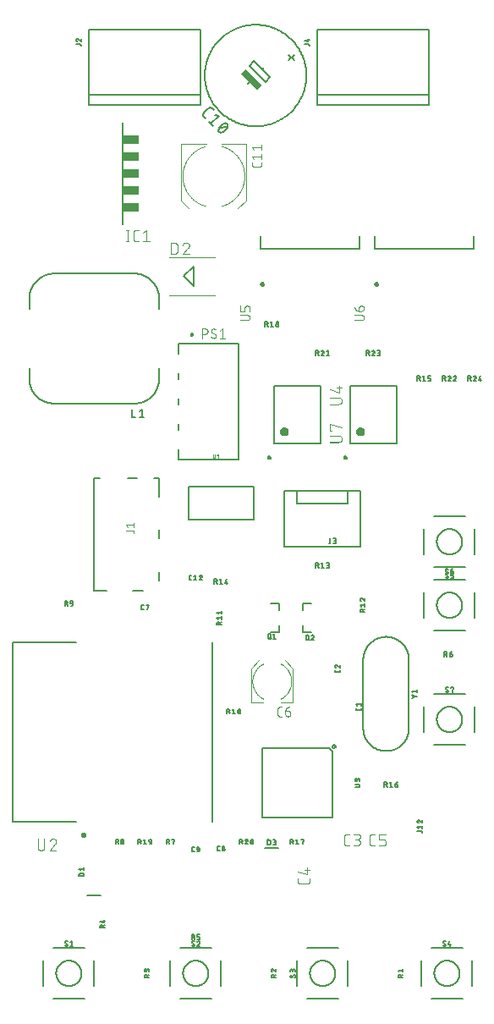
<source format=gbr>
G04 EAGLE Gerber RS-274X export*
G75*
%MOMM*%
%FSLAX34Y34*%
%LPD*%
%INSilkscreen Top*%
%IPPOS*%
%AMOC8*
5,1,8,0,0,1.08239X$1,22.5*%
G01*
%ADD10C,0.203200*%
%ADD11C,0.127000*%
%ADD12C,0.400000*%
%ADD13C,0.101600*%
%ADD14C,0.076200*%
%ADD15C,0.150000*%
%ADD16C,0.250000*%
%ADD17R,1.676400X0.965200*%
%ADD18C,0.152400*%
%ADD19R,0.635000X2.286000*%
%ADD20C,0.177800*%
%ADD21C,0.025400*%
%ADD22C,0.200000*%
%ADD23R,0.599319X0.601359*%


D10*
X292100Y38400D02*
X292100Y63500D01*
X302100Y76200D02*
X332900Y76200D01*
X342900Y63200D02*
X342900Y38400D01*
X332900Y25400D02*
X302100Y25400D01*
X304800Y50800D02*
X304804Y51112D01*
X304815Y51423D01*
X304834Y51734D01*
X304861Y52045D01*
X304896Y52355D01*
X304937Y52663D01*
X304987Y52971D01*
X305044Y53278D01*
X305109Y53583D01*
X305181Y53886D01*
X305260Y54187D01*
X305347Y54487D01*
X305441Y54784D01*
X305542Y55079D01*
X305651Y55371D01*
X305767Y55660D01*
X305890Y55947D01*
X306019Y56230D01*
X306156Y56510D01*
X306300Y56787D01*
X306450Y57060D01*
X306607Y57329D01*
X306770Y57594D01*
X306940Y57856D01*
X307117Y58113D01*
X307299Y58365D01*
X307488Y58613D01*
X307683Y58857D01*
X307883Y59095D01*
X308090Y59329D01*
X308302Y59557D01*
X308520Y59780D01*
X308743Y59998D01*
X308971Y60210D01*
X309205Y60417D01*
X309443Y60617D01*
X309687Y60812D01*
X309935Y61001D01*
X310187Y61183D01*
X310444Y61360D01*
X310706Y61530D01*
X310971Y61693D01*
X311240Y61850D01*
X311513Y62000D01*
X311790Y62144D01*
X312070Y62281D01*
X312353Y62410D01*
X312640Y62533D01*
X312929Y62649D01*
X313221Y62758D01*
X313516Y62859D01*
X313813Y62953D01*
X314113Y63040D01*
X314414Y63119D01*
X314717Y63191D01*
X315022Y63256D01*
X315329Y63313D01*
X315637Y63363D01*
X315945Y63404D01*
X316255Y63439D01*
X316566Y63466D01*
X316877Y63485D01*
X317188Y63496D01*
X317500Y63500D01*
X317812Y63496D01*
X318123Y63485D01*
X318434Y63466D01*
X318745Y63439D01*
X319055Y63404D01*
X319363Y63363D01*
X319671Y63313D01*
X319978Y63256D01*
X320283Y63191D01*
X320586Y63119D01*
X320887Y63040D01*
X321187Y62953D01*
X321484Y62859D01*
X321779Y62758D01*
X322071Y62649D01*
X322360Y62533D01*
X322647Y62410D01*
X322930Y62281D01*
X323210Y62144D01*
X323487Y62000D01*
X323760Y61850D01*
X324029Y61693D01*
X324294Y61530D01*
X324556Y61360D01*
X324813Y61183D01*
X325065Y61001D01*
X325313Y60812D01*
X325557Y60617D01*
X325795Y60417D01*
X326029Y60210D01*
X326257Y59998D01*
X326480Y59780D01*
X326698Y59557D01*
X326910Y59329D01*
X327117Y59095D01*
X327317Y58857D01*
X327512Y58613D01*
X327701Y58365D01*
X327883Y58113D01*
X328060Y57856D01*
X328230Y57594D01*
X328393Y57329D01*
X328550Y57060D01*
X328700Y56787D01*
X328844Y56510D01*
X328981Y56230D01*
X329110Y55947D01*
X329233Y55660D01*
X329349Y55371D01*
X329458Y55079D01*
X329559Y54784D01*
X329653Y54487D01*
X329740Y54187D01*
X329819Y53886D01*
X329891Y53583D01*
X329956Y53278D01*
X330013Y52971D01*
X330063Y52663D01*
X330104Y52355D01*
X330139Y52045D01*
X330166Y51734D01*
X330185Y51423D01*
X330196Y51112D01*
X330200Y50800D01*
X330196Y50488D01*
X330185Y50177D01*
X330166Y49866D01*
X330139Y49555D01*
X330104Y49245D01*
X330063Y48937D01*
X330013Y48629D01*
X329956Y48322D01*
X329891Y48017D01*
X329819Y47714D01*
X329740Y47413D01*
X329653Y47113D01*
X329559Y46816D01*
X329458Y46521D01*
X329349Y46229D01*
X329233Y45940D01*
X329110Y45653D01*
X328981Y45370D01*
X328844Y45090D01*
X328700Y44813D01*
X328550Y44540D01*
X328393Y44271D01*
X328230Y44006D01*
X328060Y43744D01*
X327883Y43487D01*
X327701Y43235D01*
X327512Y42987D01*
X327317Y42743D01*
X327117Y42505D01*
X326910Y42271D01*
X326698Y42043D01*
X326480Y41820D01*
X326257Y41602D01*
X326029Y41390D01*
X325795Y41183D01*
X325557Y40983D01*
X325313Y40788D01*
X325065Y40599D01*
X324813Y40417D01*
X324556Y40240D01*
X324294Y40070D01*
X324029Y39907D01*
X323760Y39750D01*
X323487Y39600D01*
X323210Y39456D01*
X322930Y39319D01*
X322647Y39190D01*
X322360Y39067D01*
X322071Y38951D01*
X321779Y38842D01*
X321484Y38741D01*
X321187Y38647D01*
X320887Y38560D01*
X320586Y38481D01*
X320283Y38409D01*
X319978Y38344D01*
X319671Y38287D01*
X319363Y38237D01*
X319055Y38196D01*
X318745Y38161D01*
X318434Y38134D01*
X318123Y38115D01*
X317812Y38104D01*
X317500Y38100D01*
X317188Y38104D01*
X316877Y38115D01*
X316566Y38134D01*
X316255Y38161D01*
X315945Y38196D01*
X315637Y38237D01*
X315329Y38287D01*
X315022Y38344D01*
X314717Y38409D01*
X314414Y38481D01*
X314113Y38560D01*
X313813Y38647D01*
X313516Y38741D01*
X313221Y38842D01*
X312929Y38951D01*
X312640Y39067D01*
X312353Y39190D01*
X312070Y39319D01*
X311790Y39456D01*
X311513Y39600D01*
X311240Y39750D01*
X310971Y39907D01*
X310706Y40070D01*
X310444Y40240D01*
X310187Y40417D01*
X309935Y40599D01*
X309687Y40788D01*
X309443Y40983D01*
X309205Y41183D01*
X308971Y41390D01*
X308743Y41602D01*
X308520Y41820D01*
X308302Y42043D01*
X308090Y42271D01*
X307883Y42505D01*
X307683Y42743D01*
X307488Y42987D01*
X307299Y43235D01*
X307117Y43487D01*
X306940Y43744D01*
X306770Y44006D01*
X306607Y44271D01*
X306450Y44540D01*
X306300Y44813D01*
X306156Y45090D01*
X306019Y45370D01*
X305890Y45653D01*
X305767Y45940D01*
X305651Y46229D01*
X305542Y46521D01*
X305441Y46816D01*
X305347Y47113D01*
X305260Y47413D01*
X305181Y47714D01*
X305109Y48017D01*
X305044Y48322D01*
X304987Y48629D01*
X304937Y48937D01*
X304896Y49245D01*
X304861Y49555D01*
X304834Y49866D01*
X304815Y50177D01*
X304804Y50488D01*
X304800Y50800D01*
D11*
X290195Y48416D02*
X290193Y48481D01*
X290187Y48545D01*
X290177Y48609D01*
X290164Y48673D01*
X290146Y48735D01*
X290125Y48796D01*
X290101Y48856D01*
X290072Y48914D01*
X290040Y48971D01*
X290005Y49025D01*
X289967Y49077D01*
X289925Y49127D01*
X289881Y49174D01*
X289834Y49218D01*
X289784Y49260D01*
X289732Y49298D01*
X289678Y49333D01*
X289621Y49365D01*
X289563Y49394D01*
X289503Y49418D01*
X289442Y49439D01*
X289380Y49457D01*
X289316Y49470D01*
X289252Y49480D01*
X289188Y49486D01*
X289123Y49488D01*
X290195Y48416D02*
X290193Y48322D01*
X290187Y48228D01*
X290177Y48134D01*
X290164Y48041D01*
X290146Y47949D01*
X290125Y47857D01*
X290100Y47766D01*
X290071Y47676D01*
X290038Y47588D01*
X290002Y47501D01*
X289962Y47416D01*
X289919Y47332D01*
X289872Y47251D01*
X289822Y47171D01*
X289769Y47093D01*
X289712Y47018D01*
X289653Y46945D01*
X289590Y46875D01*
X289525Y46807D01*
X286441Y46942D02*
X286376Y46944D01*
X286312Y46950D01*
X286248Y46960D01*
X286184Y46973D01*
X286122Y46991D01*
X286061Y47012D01*
X286001Y47036D01*
X285943Y47065D01*
X285886Y47097D01*
X285832Y47132D01*
X285780Y47170D01*
X285730Y47212D01*
X285683Y47256D01*
X285639Y47303D01*
X285597Y47353D01*
X285559Y47405D01*
X285524Y47459D01*
X285492Y47516D01*
X285463Y47574D01*
X285439Y47634D01*
X285418Y47695D01*
X285400Y47757D01*
X285387Y47821D01*
X285377Y47885D01*
X285371Y47949D01*
X285369Y48014D01*
X285371Y48100D01*
X285376Y48186D01*
X285386Y48272D01*
X285399Y48357D01*
X285415Y48442D01*
X285435Y48526D01*
X285459Y48609D01*
X285486Y48691D01*
X285517Y48771D01*
X285551Y48851D01*
X285589Y48928D01*
X285630Y49004D01*
X285674Y49078D01*
X285721Y49151D01*
X285771Y49221D01*
X287379Y47478D02*
X287346Y47425D01*
X287309Y47374D01*
X287270Y47325D01*
X287228Y47278D01*
X287183Y47234D01*
X287136Y47193D01*
X287087Y47154D01*
X287035Y47118D01*
X286981Y47085D01*
X286926Y47056D01*
X286869Y47030D01*
X286810Y47007D01*
X286751Y46987D01*
X286690Y46971D01*
X286629Y46958D01*
X286566Y46949D01*
X286504Y46944D01*
X286441Y46942D01*
X288185Y48953D02*
X288218Y49006D01*
X288255Y49057D01*
X288294Y49106D01*
X288336Y49153D01*
X288381Y49197D01*
X288428Y49238D01*
X288477Y49277D01*
X288529Y49313D01*
X288583Y49346D01*
X288638Y49375D01*
X288695Y49401D01*
X288754Y49424D01*
X288813Y49444D01*
X288874Y49460D01*
X288935Y49473D01*
X288998Y49482D01*
X289060Y49487D01*
X289123Y49489D01*
X288184Y48953D02*
X287380Y47478D01*
X290195Y52111D02*
X290195Y53452D01*
X290193Y53523D01*
X290187Y53595D01*
X290178Y53665D01*
X290165Y53735D01*
X290148Y53805D01*
X290127Y53873D01*
X290103Y53940D01*
X290075Y54006D01*
X290044Y54070D01*
X290009Y54133D01*
X289971Y54193D01*
X289930Y54252D01*
X289886Y54308D01*
X289839Y54362D01*
X289790Y54413D01*
X289737Y54461D01*
X289682Y54507D01*
X289625Y54549D01*
X289565Y54589D01*
X289504Y54625D01*
X289440Y54658D01*
X289375Y54687D01*
X289309Y54713D01*
X289241Y54736D01*
X289172Y54755D01*
X289102Y54770D01*
X289032Y54781D01*
X288961Y54789D01*
X288890Y54793D01*
X288818Y54793D01*
X288747Y54789D01*
X288676Y54781D01*
X288606Y54770D01*
X288536Y54755D01*
X288467Y54736D01*
X288399Y54713D01*
X288333Y54687D01*
X288268Y54658D01*
X288204Y54625D01*
X288143Y54589D01*
X288083Y54549D01*
X288026Y54507D01*
X287971Y54461D01*
X287918Y54413D01*
X287869Y54362D01*
X287822Y54308D01*
X287778Y54252D01*
X287737Y54193D01*
X287699Y54133D01*
X287664Y54070D01*
X287633Y54006D01*
X287605Y53940D01*
X287581Y53873D01*
X287560Y53805D01*
X287543Y53735D01*
X287530Y53665D01*
X287521Y53595D01*
X287515Y53523D01*
X287513Y53452D01*
X285369Y53720D02*
X285369Y52111D01*
X285369Y53720D02*
X285371Y53785D01*
X285377Y53849D01*
X285387Y53913D01*
X285400Y53977D01*
X285418Y54039D01*
X285439Y54100D01*
X285463Y54160D01*
X285492Y54218D01*
X285524Y54275D01*
X285559Y54329D01*
X285597Y54381D01*
X285639Y54431D01*
X285683Y54478D01*
X285730Y54522D01*
X285780Y54564D01*
X285832Y54602D01*
X285886Y54637D01*
X285943Y54669D01*
X286001Y54698D01*
X286061Y54722D01*
X286122Y54743D01*
X286184Y54761D01*
X286248Y54774D01*
X286312Y54784D01*
X286376Y54790D01*
X286441Y54792D01*
X286506Y54790D01*
X286570Y54784D01*
X286634Y54774D01*
X286698Y54761D01*
X286760Y54743D01*
X286821Y54722D01*
X286881Y54698D01*
X286939Y54669D01*
X286996Y54637D01*
X287050Y54602D01*
X287102Y54564D01*
X287152Y54522D01*
X287199Y54478D01*
X287243Y54431D01*
X287285Y54381D01*
X287323Y54329D01*
X287358Y54275D01*
X287390Y54218D01*
X287419Y54160D01*
X287443Y54100D01*
X287464Y54039D01*
X287482Y53977D01*
X287495Y53913D01*
X287505Y53849D01*
X287511Y53785D01*
X287513Y53720D01*
X287514Y53720D02*
X287514Y52647D01*
D10*
X38100Y63500D02*
X38100Y38400D01*
X48100Y76200D02*
X78900Y76200D01*
X88900Y63200D02*
X88900Y38400D01*
X78900Y25400D02*
X48100Y25400D01*
X50800Y50800D02*
X50804Y51112D01*
X50815Y51423D01*
X50834Y51734D01*
X50861Y52045D01*
X50896Y52355D01*
X50937Y52663D01*
X50987Y52971D01*
X51044Y53278D01*
X51109Y53583D01*
X51181Y53886D01*
X51260Y54187D01*
X51347Y54487D01*
X51441Y54784D01*
X51542Y55079D01*
X51651Y55371D01*
X51767Y55660D01*
X51890Y55947D01*
X52019Y56230D01*
X52156Y56510D01*
X52300Y56787D01*
X52450Y57060D01*
X52607Y57329D01*
X52770Y57594D01*
X52940Y57856D01*
X53117Y58113D01*
X53299Y58365D01*
X53488Y58613D01*
X53683Y58857D01*
X53883Y59095D01*
X54090Y59329D01*
X54302Y59557D01*
X54520Y59780D01*
X54743Y59998D01*
X54971Y60210D01*
X55205Y60417D01*
X55443Y60617D01*
X55687Y60812D01*
X55935Y61001D01*
X56187Y61183D01*
X56444Y61360D01*
X56706Y61530D01*
X56971Y61693D01*
X57240Y61850D01*
X57513Y62000D01*
X57790Y62144D01*
X58070Y62281D01*
X58353Y62410D01*
X58640Y62533D01*
X58929Y62649D01*
X59221Y62758D01*
X59516Y62859D01*
X59813Y62953D01*
X60113Y63040D01*
X60414Y63119D01*
X60717Y63191D01*
X61022Y63256D01*
X61329Y63313D01*
X61637Y63363D01*
X61945Y63404D01*
X62255Y63439D01*
X62566Y63466D01*
X62877Y63485D01*
X63188Y63496D01*
X63500Y63500D01*
X63812Y63496D01*
X64123Y63485D01*
X64434Y63466D01*
X64745Y63439D01*
X65055Y63404D01*
X65363Y63363D01*
X65671Y63313D01*
X65978Y63256D01*
X66283Y63191D01*
X66586Y63119D01*
X66887Y63040D01*
X67187Y62953D01*
X67484Y62859D01*
X67779Y62758D01*
X68071Y62649D01*
X68360Y62533D01*
X68647Y62410D01*
X68930Y62281D01*
X69210Y62144D01*
X69487Y62000D01*
X69760Y61850D01*
X70029Y61693D01*
X70294Y61530D01*
X70556Y61360D01*
X70813Y61183D01*
X71065Y61001D01*
X71313Y60812D01*
X71557Y60617D01*
X71795Y60417D01*
X72029Y60210D01*
X72257Y59998D01*
X72480Y59780D01*
X72698Y59557D01*
X72910Y59329D01*
X73117Y59095D01*
X73317Y58857D01*
X73512Y58613D01*
X73701Y58365D01*
X73883Y58113D01*
X74060Y57856D01*
X74230Y57594D01*
X74393Y57329D01*
X74550Y57060D01*
X74700Y56787D01*
X74844Y56510D01*
X74981Y56230D01*
X75110Y55947D01*
X75233Y55660D01*
X75349Y55371D01*
X75458Y55079D01*
X75559Y54784D01*
X75653Y54487D01*
X75740Y54187D01*
X75819Y53886D01*
X75891Y53583D01*
X75956Y53278D01*
X76013Y52971D01*
X76063Y52663D01*
X76104Y52355D01*
X76139Y52045D01*
X76166Y51734D01*
X76185Y51423D01*
X76196Y51112D01*
X76200Y50800D01*
X76196Y50488D01*
X76185Y50177D01*
X76166Y49866D01*
X76139Y49555D01*
X76104Y49245D01*
X76063Y48937D01*
X76013Y48629D01*
X75956Y48322D01*
X75891Y48017D01*
X75819Y47714D01*
X75740Y47413D01*
X75653Y47113D01*
X75559Y46816D01*
X75458Y46521D01*
X75349Y46229D01*
X75233Y45940D01*
X75110Y45653D01*
X74981Y45370D01*
X74844Y45090D01*
X74700Y44813D01*
X74550Y44540D01*
X74393Y44271D01*
X74230Y44006D01*
X74060Y43744D01*
X73883Y43487D01*
X73701Y43235D01*
X73512Y42987D01*
X73317Y42743D01*
X73117Y42505D01*
X72910Y42271D01*
X72698Y42043D01*
X72480Y41820D01*
X72257Y41602D01*
X72029Y41390D01*
X71795Y41183D01*
X71557Y40983D01*
X71313Y40788D01*
X71065Y40599D01*
X70813Y40417D01*
X70556Y40240D01*
X70294Y40070D01*
X70029Y39907D01*
X69760Y39750D01*
X69487Y39600D01*
X69210Y39456D01*
X68930Y39319D01*
X68647Y39190D01*
X68360Y39067D01*
X68071Y38951D01*
X67779Y38842D01*
X67484Y38741D01*
X67187Y38647D01*
X66887Y38560D01*
X66586Y38481D01*
X66283Y38409D01*
X65978Y38344D01*
X65671Y38287D01*
X65363Y38237D01*
X65055Y38196D01*
X64745Y38161D01*
X64434Y38134D01*
X64123Y38115D01*
X63812Y38104D01*
X63500Y38100D01*
X63188Y38104D01*
X62877Y38115D01*
X62566Y38134D01*
X62255Y38161D01*
X61945Y38196D01*
X61637Y38237D01*
X61329Y38287D01*
X61022Y38344D01*
X60717Y38409D01*
X60414Y38481D01*
X60113Y38560D01*
X59813Y38647D01*
X59516Y38741D01*
X59221Y38842D01*
X58929Y38951D01*
X58640Y39067D01*
X58353Y39190D01*
X58070Y39319D01*
X57790Y39456D01*
X57513Y39600D01*
X57240Y39750D01*
X56971Y39907D01*
X56706Y40070D01*
X56444Y40240D01*
X56187Y40417D01*
X55935Y40599D01*
X55687Y40788D01*
X55443Y40983D01*
X55205Y41183D01*
X54971Y41390D01*
X54743Y41602D01*
X54520Y41820D01*
X54302Y42043D01*
X54090Y42271D01*
X53883Y42505D01*
X53683Y42743D01*
X53488Y42987D01*
X53299Y43235D01*
X53117Y43487D01*
X52940Y43744D01*
X52770Y44006D01*
X52607Y44271D01*
X52450Y44540D01*
X52300Y44813D01*
X52156Y45090D01*
X52019Y45370D01*
X51890Y45653D01*
X51767Y45940D01*
X51651Y46229D01*
X51542Y46521D01*
X51441Y46816D01*
X51347Y47113D01*
X51260Y47413D01*
X51181Y47714D01*
X51109Y48017D01*
X51044Y48322D01*
X50987Y48629D01*
X50937Y48937D01*
X50896Y49245D01*
X50861Y49555D01*
X50834Y49866D01*
X50815Y50177D01*
X50804Y50488D01*
X50800Y50800D01*
D11*
X61116Y78105D02*
X61181Y78107D01*
X61245Y78113D01*
X61309Y78123D01*
X61373Y78136D01*
X61435Y78154D01*
X61496Y78175D01*
X61556Y78199D01*
X61614Y78228D01*
X61671Y78260D01*
X61725Y78295D01*
X61777Y78333D01*
X61827Y78375D01*
X61874Y78419D01*
X61918Y78466D01*
X61960Y78516D01*
X61998Y78568D01*
X62033Y78622D01*
X62065Y78679D01*
X62094Y78737D01*
X62118Y78797D01*
X62139Y78858D01*
X62157Y78920D01*
X62170Y78984D01*
X62180Y79048D01*
X62186Y79112D01*
X62188Y79177D01*
X61116Y78105D02*
X61022Y78107D01*
X60928Y78113D01*
X60834Y78123D01*
X60741Y78136D01*
X60649Y78154D01*
X60557Y78175D01*
X60466Y78200D01*
X60376Y78229D01*
X60288Y78262D01*
X60201Y78298D01*
X60116Y78338D01*
X60032Y78381D01*
X59951Y78428D01*
X59871Y78478D01*
X59793Y78531D01*
X59718Y78588D01*
X59645Y78647D01*
X59575Y78710D01*
X59507Y78775D01*
X59642Y81859D02*
X59644Y81924D01*
X59650Y81988D01*
X59660Y82052D01*
X59673Y82116D01*
X59691Y82178D01*
X59712Y82239D01*
X59736Y82299D01*
X59765Y82357D01*
X59797Y82414D01*
X59832Y82468D01*
X59870Y82520D01*
X59912Y82570D01*
X59956Y82617D01*
X60003Y82661D01*
X60053Y82703D01*
X60105Y82741D01*
X60159Y82776D01*
X60216Y82808D01*
X60274Y82837D01*
X60334Y82861D01*
X60395Y82882D01*
X60457Y82900D01*
X60521Y82913D01*
X60585Y82923D01*
X60649Y82929D01*
X60714Y82931D01*
X60800Y82929D01*
X60886Y82924D01*
X60972Y82914D01*
X61057Y82901D01*
X61142Y82885D01*
X61226Y82865D01*
X61309Y82841D01*
X61391Y82814D01*
X61471Y82783D01*
X61551Y82749D01*
X61628Y82711D01*
X61704Y82670D01*
X61778Y82626D01*
X61850Y82579D01*
X61921Y82529D01*
X60178Y80921D02*
X60125Y80954D01*
X60074Y80991D01*
X60025Y81030D01*
X59978Y81072D01*
X59934Y81117D01*
X59893Y81164D01*
X59854Y81213D01*
X59818Y81265D01*
X59785Y81319D01*
X59756Y81374D01*
X59730Y81431D01*
X59707Y81490D01*
X59687Y81549D01*
X59671Y81610D01*
X59658Y81671D01*
X59649Y81734D01*
X59644Y81796D01*
X59642Y81859D01*
X61653Y80115D02*
X61706Y80082D01*
X61757Y80045D01*
X61806Y80006D01*
X61853Y79964D01*
X61897Y79919D01*
X61938Y79872D01*
X61977Y79823D01*
X62013Y79771D01*
X62046Y79717D01*
X62075Y79662D01*
X62101Y79605D01*
X62124Y79546D01*
X62144Y79487D01*
X62160Y79426D01*
X62173Y79365D01*
X62182Y79302D01*
X62187Y79240D01*
X62189Y79177D01*
X61653Y80116D02*
X60178Y80920D01*
X64811Y81859D02*
X66152Y82931D01*
X66152Y78105D01*
X67492Y78105D02*
X64811Y78105D01*
D10*
X165100Y63500D02*
X165100Y38400D01*
X175100Y76200D02*
X205900Y76200D01*
X215900Y63200D02*
X215900Y38400D01*
X205900Y25400D02*
X175100Y25400D01*
X177800Y50800D02*
X177804Y51112D01*
X177815Y51423D01*
X177834Y51734D01*
X177861Y52045D01*
X177896Y52355D01*
X177937Y52663D01*
X177987Y52971D01*
X178044Y53278D01*
X178109Y53583D01*
X178181Y53886D01*
X178260Y54187D01*
X178347Y54487D01*
X178441Y54784D01*
X178542Y55079D01*
X178651Y55371D01*
X178767Y55660D01*
X178890Y55947D01*
X179019Y56230D01*
X179156Y56510D01*
X179300Y56787D01*
X179450Y57060D01*
X179607Y57329D01*
X179770Y57594D01*
X179940Y57856D01*
X180117Y58113D01*
X180299Y58365D01*
X180488Y58613D01*
X180683Y58857D01*
X180883Y59095D01*
X181090Y59329D01*
X181302Y59557D01*
X181520Y59780D01*
X181743Y59998D01*
X181971Y60210D01*
X182205Y60417D01*
X182443Y60617D01*
X182687Y60812D01*
X182935Y61001D01*
X183187Y61183D01*
X183444Y61360D01*
X183706Y61530D01*
X183971Y61693D01*
X184240Y61850D01*
X184513Y62000D01*
X184790Y62144D01*
X185070Y62281D01*
X185353Y62410D01*
X185640Y62533D01*
X185929Y62649D01*
X186221Y62758D01*
X186516Y62859D01*
X186813Y62953D01*
X187113Y63040D01*
X187414Y63119D01*
X187717Y63191D01*
X188022Y63256D01*
X188329Y63313D01*
X188637Y63363D01*
X188945Y63404D01*
X189255Y63439D01*
X189566Y63466D01*
X189877Y63485D01*
X190188Y63496D01*
X190500Y63500D01*
X190812Y63496D01*
X191123Y63485D01*
X191434Y63466D01*
X191745Y63439D01*
X192055Y63404D01*
X192363Y63363D01*
X192671Y63313D01*
X192978Y63256D01*
X193283Y63191D01*
X193586Y63119D01*
X193887Y63040D01*
X194187Y62953D01*
X194484Y62859D01*
X194779Y62758D01*
X195071Y62649D01*
X195360Y62533D01*
X195647Y62410D01*
X195930Y62281D01*
X196210Y62144D01*
X196487Y62000D01*
X196760Y61850D01*
X197029Y61693D01*
X197294Y61530D01*
X197556Y61360D01*
X197813Y61183D01*
X198065Y61001D01*
X198313Y60812D01*
X198557Y60617D01*
X198795Y60417D01*
X199029Y60210D01*
X199257Y59998D01*
X199480Y59780D01*
X199698Y59557D01*
X199910Y59329D01*
X200117Y59095D01*
X200317Y58857D01*
X200512Y58613D01*
X200701Y58365D01*
X200883Y58113D01*
X201060Y57856D01*
X201230Y57594D01*
X201393Y57329D01*
X201550Y57060D01*
X201700Y56787D01*
X201844Y56510D01*
X201981Y56230D01*
X202110Y55947D01*
X202233Y55660D01*
X202349Y55371D01*
X202458Y55079D01*
X202559Y54784D01*
X202653Y54487D01*
X202740Y54187D01*
X202819Y53886D01*
X202891Y53583D01*
X202956Y53278D01*
X203013Y52971D01*
X203063Y52663D01*
X203104Y52355D01*
X203139Y52045D01*
X203166Y51734D01*
X203185Y51423D01*
X203196Y51112D01*
X203200Y50800D01*
X203196Y50488D01*
X203185Y50177D01*
X203166Y49866D01*
X203139Y49555D01*
X203104Y49245D01*
X203063Y48937D01*
X203013Y48629D01*
X202956Y48322D01*
X202891Y48017D01*
X202819Y47714D01*
X202740Y47413D01*
X202653Y47113D01*
X202559Y46816D01*
X202458Y46521D01*
X202349Y46229D01*
X202233Y45940D01*
X202110Y45653D01*
X201981Y45370D01*
X201844Y45090D01*
X201700Y44813D01*
X201550Y44540D01*
X201393Y44271D01*
X201230Y44006D01*
X201060Y43744D01*
X200883Y43487D01*
X200701Y43235D01*
X200512Y42987D01*
X200317Y42743D01*
X200117Y42505D01*
X199910Y42271D01*
X199698Y42043D01*
X199480Y41820D01*
X199257Y41602D01*
X199029Y41390D01*
X198795Y41183D01*
X198557Y40983D01*
X198313Y40788D01*
X198065Y40599D01*
X197813Y40417D01*
X197556Y40240D01*
X197294Y40070D01*
X197029Y39907D01*
X196760Y39750D01*
X196487Y39600D01*
X196210Y39456D01*
X195930Y39319D01*
X195647Y39190D01*
X195360Y39067D01*
X195071Y38951D01*
X194779Y38842D01*
X194484Y38741D01*
X194187Y38647D01*
X193887Y38560D01*
X193586Y38481D01*
X193283Y38409D01*
X192978Y38344D01*
X192671Y38287D01*
X192363Y38237D01*
X192055Y38196D01*
X191745Y38161D01*
X191434Y38134D01*
X191123Y38115D01*
X190812Y38104D01*
X190500Y38100D01*
X190188Y38104D01*
X189877Y38115D01*
X189566Y38134D01*
X189255Y38161D01*
X188945Y38196D01*
X188637Y38237D01*
X188329Y38287D01*
X188022Y38344D01*
X187717Y38409D01*
X187414Y38481D01*
X187113Y38560D01*
X186813Y38647D01*
X186516Y38741D01*
X186221Y38842D01*
X185929Y38951D01*
X185640Y39067D01*
X185353Y39190D01*
X185070Y39319D01*
X184790Y39456D01*
X184513Y39600D01*
X184240Y39750D01*
X183971Y39907D01*
X183706Y40070D01*
X183444Y40240D01*
X183187Y40417D01*
X182935Y40599D01*
X182687Y40788D01*
X182443Y40983D01*
X182205Y41183D01*
X181971Y41390D01*
X181743Y41602D01*
X181520Y41820D01*
X181302Y42043D01*
X181090Y42271D01*
X180883Y42505D01*
X180683Y42743D01*
X180488Y42987D01*
X180299Y43235D01*
X180117Y43487D01*
X179940Y43744D01*
X179770Y44006D01*
X179607Y44271D01*
X179450Y44540D01*
X179300Y44813D01*
X179156Y45090D01*
X179019Y45370D01*
X178890Y45653D01*
X178767Y45940D01*
X178651Y46229D01*
X178542Y46521D01*
X178441Y46816D01*
X178347Y47113D01*
X178260Y47413D01*
X178181Y47714D01*
X178109Y48017D01*
X178044Y48322D01*
X177987Y48629D01*
X177937Y48937D01*
X177896Y49245D01*
X177861Y49555D01*
X177834Y49866D01*
X177815Y50177D01*
X177804Y50488D01*
X177800Y50800D01*
D11*
X188116Y78105D02*
X188181Y78107D01*
X188245Y78113D01*
X188309Y78123D01*
X188373Y78136D01*
X188435Y78154D01*
X188496Y78175D01*
X188556Y78199D01*
X188614Y78228D01*
X188671Y78260D01*
X188725Y78295D01*
X188777Y78333D01*
X188827Y78375D01*
X188874Y78419D01*
X188918Y78466D01*
X188960Y78516D01*
X188998Y78568D01*
X189033Y78622D01*
X189065Y78679D01*
X189094Y78737D01*
X189118Y78797D01*
X189139Y78858D01*
X189157Y78920D01*
X189170Y78984D01*
X189180Y79048D01*
X189186Y79112D01*
X189188Y79177D01*
X188116Y78105D02*
X188022Y78107D01*
X187928Y78113D01*
X187834Y78123D01*
X187741Y78136D01*
X187649Y78154D01*
X187557Y78175D01*
X187466Y78200D01*
X187376Y78229D01*
X187288Y78262D01*
X187201Y78298D01*
X187116Y78338D01*
X187032Y78381D01*
X186951Y78428D01*
X186871Y78478D01*
X186793Y78531D01*
X186718Y78588D01*
X186645Y78647D01*
X186575Y78710D01*
X186507Y78775D01*
X186642Y81859D02*
X186644Y81924D01*
X186650Y81988D01*
X186660Y82052D01*
X186673Y82116D01*
X186691Y82178D01*
X186712Y82239D01*
X186736Y82299D01*
X186765Y82357D01*
X186797Y82414D01*
X186832Y82468D01*
X186870Y82520D01*
X186912Y82570D01*
X186956Y82617D01*
X187003Y82661D01*
X187053Y82703D01*
X187105Y82741D01*
X187159Y82776D01*
X187216Y82808D01*
X187274Y82837D01*
X187334Y82861D01*
X187395Y82882D01*
X187457Y82900D01*
X187521Y82913D01*
X187585Y82923D01*
X187649Y82929D01*
X187714Y82931D01*
X187800Y82929D01*
X187886Y82924D01*
X187972Y82914D01*
X188057Y82901D01*
X188142Y82885D01*
X188226Y82865D01*
X188309Y82841D01*
X188391Y82814D01*
X188471Y82783D01*
X188551Y82749D01*
X188628Y82711D01*
X188704Y82670D01*
X188778Y82626D01*
X188850Y82579D01*
X188921Y82529D01*
X187178Y80921D02*
X187125Y80954D01*
X187074Y80991D01*
X187025Y81030D01*
X186978Y81072D01*
X186934Y81117D01*
X186893Y81164D01*
X186854Y81213D01*
X186818Y81265D01*
X186785Y81319D01*
X186756Y81374D01*
X186730Y81431D01*
X186707Y81490D01*
X186687Y81549D01*
X186671Y81610D01*
X186658Y81671D01*
X186649Y81734D01*
X186644Y81796D01*
X186642Y81859D01*
X188653Y80115D02*
X188706Y80082D01*
X188757Y80045D01*
X188806Y80006D01*
X188853Y79964D01*
X188897Y79919D01*
X188938Y79872D01*
X188977Y79823D01*
X189013Y79771D01*
X189046Y79717D01*
X189075Y79662D01*
X189101Y79605D01*
X189124Y79546D01*
X189144Y79487D01*
X189160Y79426D01*
X189173Y79365D01*
X189182Y79302D01*
X189187Y79240D01*
X189189Y79177D01*
X188653Y80116D02*
X187178Y80920D01*
X193286Y82931D02*
X193354Y82929D01*
X193421Y82923D01*
X193488Y82914D01*
X193555Y82901D01*
X193620Y82884D01*
X193685Y82863D01*
X193748Y82839D01*
X193810Y82811D01*
X193870Y82780D01*
X193928Y82746D01*
X193984Y82708D01*
X194039Y82668D01*
X194090Y82624D01*
X194139Y82577D01*
X194186Y82528D01*
X194230Y82477D01*
X194270Y82422D01*
X194308Y82366D01*
X194342Y82308D01*
X194373Y82248D01*
X194401Y82186D01*
X194425Y82123D01*
X194446Y82058D01*
X194463Y81993D01*
X194476Y81926D01*
X194485Y81859D01*
X194491Y81792D01*
X194493Y81724D01*
X193286Y82931D02*
X193208Y82929D01*
X193130Y82923D01*
X193053Y82913D01*
X192976Y82900D01*
X192900Y82882D01*
X192825Y82861D01*
X192751Y82836D01*
X192679Y82807D01*
X192608Y82775D01*
X192539Y82739D01*
X192471Y82700D01*
X192406Y82657D01*
X192343Y82611D01*
X192282Y82562D01*
X192224Y82510D01*
X192169Y82455D01*
X192116Y82398D01*
X192067Y82338D01*
X192020Y82275D01*
X191977Y82211D01*
X191937Y82144D01*
X191900Y82075D01*
X191867Y82004D01*
X191837Y81932D01*
X191811Y81859D01*
X194090Y80786D02*
X194139Y80835D01*
X194186Y80887D01*
X194229Y80942D01*
X194270Y80999D01*
X194308Y81058D01*
X194342Y81119D01*
X194373Y81182D01*
X194401Y81246D01*
X194425Y81312D01*
X194445Y81378D01*
X194462Y81446D01*
X194475Y81515D01*
X194484Y81584D01*
X194490Y81654D01*
X194492Y81724D01*
X194090Y80786D02*
X191811Y78105D01*
X194492Y78105D01*
D10*
X416560Y63500D02*
X416560Y38400D01*
X426560Y76200D02*
X457360Y76200D01*
X467360Y63200D02*
X467360Y38400D01*
X457360Y25400D02*
X426560Y25400D01*
X429260Y50800D02*
X429264Y51112D01*
X429275Y51423D01*
X429294Y51734D01*
X429321Y52045D01*
X429356Y52355D01*
X429397Y52663D01*
X429447Y52971D01*
X429504Y53278D01*
X429569Y53583D01*
X429641Y53886D01*
X429720Y54187D01*
X429807Y54487D01*
X429901Y54784D01*
X430002Y55079D01*
X430111Y55371D01*
X430227Y55660D01*
X430350Y55947D01*
X430479Y56230D01*
X430616Y56510D01*
X430760Y56787D01*
X430910Y57060D01*
X431067Y57329D01*
X431230Y57594D01*
X431400Y57856D01*
X431577Y58113D01*
X431759Y58365D01*
X431948Y58613D01*
X432143Y58857D01*
X432343Y59095D01*
X432550Y59329D01*
X432762Y59557D01*
X432980Y59780D01*
X433203Y59998D01*
X433431Y60210D01*
X433665Y60417D01*
X433903Y60617D01*
X434147Y60812D01*
X434395Y61001D01*
X434647Y61183D01*
X434904Y61360D01*
X435166Y61530D01*
X435431Y61693D01*
X435700Y61850D01*
X435973Y62000D01*
X436250Y62144D01*
X436530Y62281D01*
X436813Y62410D01*
X437100Y62533D01*
X437389Y62649D01*
X437681Y62758D01*
X437976Y62859D01*
X438273Y62953D01*
X438573Y63040D01*
X438874Y63119D01*
X439177Y63191D01*
X439482Y63256D01*
X439789Y63313D01*
X440097Y63363D01*
X440405Y63404D01*
X440715Y63439D01*
X441026Y63466D01*
X441337Y63485D01*
X441648Y63496D01*
X441960Y63500D01*
X442272Y63496D01*
X442583Y63485D01*
X442894Y63466D01*
X443205Y63439D01*
X443515Y63404D01*
X443823Y63363D01*
X444131Y63313D01*
X444438Y63256D01*
X444743Y63191D01*
X445046Y63119D01*
X445347Y63040D01*
X445647Y62953D01*
X445944Y62859D01*
X446239Y62758D01*
X446531Y62649D01*
X446820Y62533D01*
X447107Y62410D01*
X447390Y62281D01*
X447670Y62144D01*
X447947Y62000D01*
X448220Y61850D01*
X448489Y61693D01*
X448754Y61530D01*
X449016Y61360D01*
X449273Y61183D01*
X449525Y61001D01*
X449773Y60812D01*
X450017Y60617D01*
X450255Y60417D01*
X450489Y60210D01*
X450717Y59998D01*
X450940Y59780D01*
X451158Y59557D01*
X451370Y59329D01*
X451577Y59095D01*
X451777Y58857D01*
X451972Y58613D01*
X452161Y58365D01*
X452343Y58113D01*
X452520Y57856D01*
X452690Y57594D01*
X452853Y57329D01*
X453010Y57060D01*
X453160Y56787D01*
X453304Y56510D01*
X453441Y56230D01*
X453570Y55947D01*
X453693Y55660D01*
X453809Y55371D01*
X453918Y55079D01*
X454019Y54784D01*
X454113Y54487D01*
X454200Y54187D01*
X454279Y53886D01*
X454351Y53583D01*
X454416Y53278D01*
X454473Y52971D01*
X454523Y52663D01*
X454564Y52355D01*
X454599Y52045D01*
X454626Y51734D01*
X454645Y51423D01*
X454656Y51112D01*
X454660Y50800D01*
X454656Y50488D01*
X454645Y50177D01*
X454626Y49866D01*
X454599Y49555D01*
X454564Y49245D01*
X454523Y48937D01*
X454473Y48629D01*
X454416Y48322D01*
X454351Y48017D01*
X454279Y47714D01*
X454200Y47413D01*
X454113Y47113D01*
X454019Y46816D01*
X453918Y46521D01*
X453809Y46229D01*
X453693Y45940D01*
X453570Y45653D01*
X453441Y45370D01*
X453304Y45090D01*
X453160Y44813D01*
X453010Y44540D01*
X452853Y44271D01*
X452690Y44006D01*
X452520Y43744D01*
X452343Y43487D01*
X452161Y43235D01*
X451972Y42987D01*
X451777Y42743D01*
X451577Y42505D01*
X451370Y42271D01*
X451158Y42043D01*
X450940Y41820D01*
X450717Y41602D01*
X450489Y41390D01*
X450255Y41183D01*
X450017Y40983D01*
X449773Y40788D01*
X449525Y40599D01*
X449273Y40417D01*
X449016Y40240D01*
X448754Y40070D01*
X448489Y39907D01*
X448220Y39750D01*
X447947Y39600D01*
X447670Y39456D01*
X447390Y39319D01*
X447107Y39190D01*
X446820Y39067D01*
X446531Y38951D01*
X446239Y38842D01*
X445944Y38741D01*
X445647Y38647D01*
X445347Y38560D01*
X445046Y38481D01*
X444743Y38409D01*
X444438Y38344D01*
X444131Y38287D01*
X443823Y38237D01*
X443515Y38196D01*
X443205Y38161D01*
X442894Y38134D01*
X442583Y38115D01*
X442272Y38104D01*
X441960Y38100D01*
X441648Y38104D01*
X441337Y38115D01*
X441026Y38134D01*
X440715Y38161D01*
X440405Y38196D01*
X440097Y38237D01*
X439789Y38287D01*
X439482Y38344D01*
X439177Y38409D01*
X438874Y38481D01*
X438573Y38560D01*
X438273Y38647D01*
X437976Y38741D01*
X437681Y38842D01*
X437389Y38951D01*
X437100Y39067D01*
X436813Y39190D01*
X436530Y39319D01*
X436250Y39456D01*
X435973Y39600D01*
X435700Y39750D01*
X435431Y39907D01*
X435166Y40070D01*
X434904Y40240D01*
X434647Y40417D01*
X434395Y40599D01*
X434147Y40788D01*
X433903Y40983D01*
X433665Y41183D01*
X433431Y41390D01*
X433203Y41602D01*
X432980Y41820D01*
X432762Y42043D01*
X432550Y42271D01*
X432343Y42505D01*
X432143Y42743D01*
X431948Y42987D01*
X431759Y43235D01*
X431577Y43487D01*
X431400Y43744D01*
X431230Y44006D01*
X431067Y44271D01*
X430910Y44540D01*
X430760Y44813D01*
X430616Y45090D01*
X430479Y45370D01*
X430350Y45653D01*
X430227Y45940D01*
X430111Y46229D01*
X430002Y46521D01*
X429901Y46816D01*
X429807Y47113D01*
X429720Y47413D01*
X429641Y47714D01*
X429569Y48017D01*
X429504Y48322D01*
X429447Y48629D01*
X429397Y48937D01*
X429356Y49245D01*
X429321Y49555D01*
X429294Y49866D01*
X429275Y50177D01*
X429264Y50488D01*
X429260Y50800D01*
D11*
X439576Y78105D02*
X439641Y78107D01*
X439705Y78113D01*
X439769Y78123D01*
X439833Y78136D01*
X439895Y78154D01*
X439956Y78175D01*
X440016Y78199D01*
X440074Y78228D01*
X440131Y78260D01*
X440185Y78295D01*
X440237Y78333D01*
X440287Y78375D01*
X440334Y78419D01*
X440378Y78466D01*
X440420Y78516D01*
X440458Y78568D01*
X440493Y78622D01*
X440525Y78679D01*
X440554Y78737D01*
X440578Y78797D01*
X440599Y78858D01*
X440617Y78920D01*
X440630Y78984D01*
X440640Y79048D01*
X440646Y79112D01*
X440648Y79177D01*
X439576Y78105D02*
X439482Y78107D01*
X439388Y78113D01*
X439294Y78123D01*
X439201Y78136D01*
X439109Y78154D01*
X439017Y78175D01*
X438926Y78200D01*
X438836Y78229D01*
X438748Y78262D01*
X438661Y78298D01*
X438576Y78338D01*
X438492Y78381D01*
X438411Y78428D01*
X438331Y78478D01*
X438253Y78531D01*
X438178Y78588D01*
X438105Y78647D01*
X438035Y78710D01*
X437967Y78775D01*
X438102Y81859D02*
X438104Y81924D01*
X438110Y81988D01*
X438120Y82052D01*
X438133Y82116D01*
X438151Y82178D01*
X438172Y82239D01*
X438196Y82299D01*
X438225Y82357D01*
X438257Y82414D01*
X438292Y82468D01*
X438330Y82520D01*
X438372Y82570D01*
X438416Y82617D01*
X438463Y82661D01*
X438513Y82703D01*
X438565Y82741D01*
X438619Y82776D01*
X438676Y82808D01*
X438734Y82837D01*
X438794Y82861D01*
X438855Y82882D01*
X438917Y82900D01*
X438981Y82913D01*
X439045Y82923D01*
X439109Y82929D01*
X439174Y82931D01*
X439260Y82929D01*
X439346Y82924D01*
X439432Y82914D01*
X439517Y82901D01*
X439602Y82885D01*
X439686Y82865D01*
X439769Y82841D01*
X439851Y82814D01*
X439931Y82783D01*
X440011Y82749D01*
X440088Y82711D01*
X440164Y82670D01*
X440238Y82626D01*
X440310Y82579D01*
X440381Y82529D01*
X438638Y80921D02*
X438585Y80954D01*
X438534Y80991D01*
X438485Y81030D01*
X438438Y81072D01*
X438394Y81117D01*
X438353Y81164D01*
X438314Y81213D01*
X438278Y81265D01*
X438245Y81319D01*
X438216Y81374D01*
X438190Y81431D01*
X438167Y81490D01*
X438147Y81549D01*
X438131Y81610D01*
X438118Y81671D01*
X438109Y81734D01*
X438104Y81796D01*
X438102Y81859D01*
X440113Y80115D02*
X440166Y80082D01*
X440217Y80045D01*
X440266Y80006D01*
X440313Y79964D01*
X440357Y79919D01*
X440398Y79872D01*
X440437Y79823D01*
X440473Y79771D01*
X440506Y79717D01*
X440535Y79662D01*
X440561Y79605D01*
X440584Y79546D01*
X440604Y79487D01*
X440620Y79426D01*
X440633Y79365D01*
X440642Y79302D01*
X440647Y79240D01*
X440649Y79177D01*
X440113Y80116D02*
X438638Y80920D01*
X443271Y79177D02*
X444344Y82931D01*
X443271Y79177D02*
X445952Y79177D01*
X445148Y80250D02*
X445148Y78105D01*
X207000Y202100D02*
X207000Y382100D01*
X70600Y202100D02*
X7000Y202100D01*
X7000Y382100D02*
X70600Y382100D01*
X7000Y382100D02*
X7000Y202100D01*
D12*
X77500Y189100D02*
X77502Y189144D01*
X77508Y189188D01*
X77518Y189231D01*
X77531Y189273D01*
X77548Y189314D01*
X77569Y189353D01*
X77593Y189390D01*
X77620Y189425D01*
X77650Y189457D01*
X77683Y189487D01*
X77719Y189513D01*
X77756Y189537D01*
X77796Y189556D01*
X77837Y189573D01*
X77880Y189585D01*
X77923Y189594D01*
X77967Y189599D01*
X78011Y189600D01*
X78055Y189597D01*
X78099Y189590D01*
X78142Y189579D01*
X78184Y189565D01*
X78224Y189547D01*
X78263Y189525D01*
X78299Y189501D01*
X78333Y189473D01*
X78365Y189442D01*
X78394Y189408D01*
X78420Y189372D01*
X78442Y189334D01*
X78461Y189294D01*
X78476Y189252D01*
X78488Y189210D01*
X78496Y189166D01*
X78500Y189122D01*
X78500Y189078D01*
X78496Y189034D01*
X78488Y188990D01*
X78476Y188948D01*
X78461Y188906D01*
X78442Y188866D01*
X78420Y188828D01*
X78394Y188792D01*
X78365Y188758D01*
X78333Y188727D01*
X78299Y188699D01*
X78263Y188675D01*
X78224Y188653D01*
X78184Y188635D01*
X78142Y188621D01*
X78099Y188610D01*
X78055Y188603D01*
X78011Y188600D01*
X77967Y188601D01*
X77923Y188606D01*
X77880Y188615D01*
X77837Y188627D01*
X77796Y188644D01*
X77756Y188663D01*
X77719Y188687D01*
X77683Y188713D01*
X77650Y188743D01*
X77620Y188775D01*
X77593Y188810D01*
X77569Y188847D01*
X77548Y188886D01*
X77531Y188927D01*
X77518Y188969D01*
X77508Y189012D01*
X77502Y189056D01*
X77500Y189100D01*
D13*
X32382Y185279D02*
X32382Y176785D01*
X32384Y176672D01*
X32390Y176560D01*
X32400Y176447D01*
X32413Y176335D01*
X32431Y176224D01*
X32452Y176113D01*
X32477Y176003D01*
X32506Y175894D01*
X32538Y175786D01*
X32575Y175679D01*
X32615Y175574D01*
X32658Y175470D01*
X32706Y175368D01*
X32756Y175267D01*
X32810Y175168D01*
X32868Y175071D01*
X32929Y174976D01*
X32993Y174883D01*
X33060Y174792D01*
X33130Y174704D01*
X33204Y174619D01*
X33280Y174535D01*
X33359Y174455D01*
X33441Y174377D01*
X33525Y174303D01*
X33612Y174231D01*
X33701Y174162D01*
X33793Y174096D01*
X33887Y174034D01*
X33983Y173975D01*
X34081Y173919D01*
X34181Y173866D01*
X34283Y173818D01*
X34386Y173772D01*
X34491Y173730D01*
X34597Y173692D01*
X34704Y173658D01*
X34813Y173627D01*
X34922Y173600D01*
X35032Y173577D01*
X35143Y173557D01*
X35255Y173542D01*
X35367Y173530D01*
X35480Y173522D01*
X35593Y173518D01*
X35705Y173518D01*
X35818Y173522D01*
X35931Y173530D01*
X36043Y173542D01*
X36155Y173557D01*
X36266Y173577D01*
X36376Y173600D01*
X36485Y173627D01*
X36594Y173658D01*
X36701Y173692D01*
X36807Y173730D01*
X36912Y173772D01*
X37015Y173818D01*
X37117Y173866D01*
X37217Y173919D01*
X37315Y173975D01*
X37411Y174034D01*
X37505Y174096D01*
X37597Y174162D01*
X37686Y174231D01*
X37773Y174303D01*
X37857Y174377D01*
X37939Y174455D01*
X38018Y174535D01*
X38094Y174619D01*
X38168Y174704D01*
X38238Y174792D01*
X38305Y174883D01*
X38369Y174976D01*
X38430Y175071D01*
X38488Y175168D01*
X38542Y175267D01*
X38592Y175368D01*
X38640Y175470D01*
X38683Y175574D01*
X38723Y175679D01*
X38760Y175786D01*
X38792Y175894D01*
X38821Y176003D01*
X38846Y176113D01*
X38867Y176224D01*
X38885Y176335D01*
X38898Y176447D01*
X38908Y176560D01*
X38914Y176672D01*
X38916Y176785D01*
X38916Y185279D01*
X47859Y185279D02*
X47966Y185277D01*
X48074Y185271D01*
X48181Y185261D01*
X48287Y185248D01*
X48393Y185230D01*
X48498Y185209D01*
X48603Y185183D01*
X48706Y185154D01*
X48808Y185122D01*
X48909Y185085D01*
X49009Y185045D01*
X49107Y185001D01*
X49203Y184954D01*
X49298Y184903D01*
X49391Y184849D01*
X49481Y184791D01*
X49570Y184730D01*
X49656Y184666D01*
X49740Y184599D01*
X49821Y184529D01*
X49900Y184455D01*
X49976Y184380D01*
X50049Y184301D01*
X50119Y184220D01*
X50186Y184136D01*
X50250Y184050D01*
X50311Y183961D01*
X50369Y183871D01*
X50423Y183778D01*
X50474Y183683D01*
X50521Y183587D01*
X50565Y183489D01*
X50605Y183389D01*
X50642Y183288D01*
X50674Y183186D01*
X50703Y183083D01*
X50729Y182978D01*
X50750Y182873D01*
X50768Y182767D01*
X50781Y182661D01*
X50791Y182554D01*
X50797Y182446D01*
X50799Y182339D01*
X47859Y185279D02*
X47737Y185277D01*
X47616Y185271D01*
X47494Y185261D01*
X47373Y185248D01*
X47253Y185230D01*
X47133Y185209D01*
X47014Y185183D01*
X46895Y185154D01*
X46778Y185121D01*
X46662Y185084D01*
X46547Y185044D01*
X46434Y185000D01*
X46322Y184952D01*
X46211Y184901D01*
X46103Y184846D01*
X45996Y184787D01*
X45891Y184726D01*
X45788Y184660D01*
X45687Y184592D01*
X45589Y184520D01*
X45492Y184446D01*
X45399Y184368D01*
X45308Y184287D01*
X45219Y184203D01*
X45133Y184117D01*
X45051Y184027D01*
X44971Y183936D01*
X44894Y183841D01*
X44820Y183744D01*
X44749Y183645D01*
X44681Y183544D01*
X44617Y183440D01*
X44557Y183335D01*
X44499Y183227D01*
X44445Y183118D01*
X44395Y183007D01*
X44348Y182895D01*
X44305Y182781D01*
X44266Y182666D01*
X49819Y180052D02*
X49898Y180130D01*
X49974Y180211D01*
X50048Y180295D01*
X50118Y180381D01*
X50186Y180469D01*
X50250Y180560D01*
X50311Y180653D01*
X50369Y180748D01*
X50423Y180845D01*
X50474Y180944D01*
X50521Y181044D01*
X50565Y181146D01*
X50605Y181250D01*
X50642Y181355D01*
X50675Y181461D01*
X50704Y181569D01*
X50729Y181677D01*
X50750Y181786D01*
X50768Y181896D01*
X50781Y182006D01*
X50791Y182117D01*
X50797Y182228D01*
X50799Y182339D01*
X49819Y180052D02*
X44265Y173518D01*
X50799Y173518D01*
D10*
X88900Y433100D02*
X100900Y433100D01*
X148400Y546100D02*
X153400Y546100D01*
X153400Y527854D01*
X94400Y546100D02*
X88900Y546100D01*
X88900Y433100D01*
X127400Y433100D02*
X137900Y433100D01*
X153400Y443600D02*
X153400Y452346D01*
X153400Y485854D02*
X153400Y494100D01*
X131900Y546100D02*
X122654Y546100D01*
D14*
X121031Y493742D02*
X126760Y493742D01*
X126838Y493740D01*
X126916Y493735D01*
X126993Y493725D01*
X127070Y493712D01*
X127146Y493696D01*
X127221Y493676D01*
X127295Y493652D01*
X127368Y493625D01*
X127440Y493594D01*
X127510Y493560D01*
X127579Y493523D01*
X127645Y493482D01*
X127710Y493438D01*
X127772Y493392D01*
X127832Y493342D01*
X127890Y493290D01*
X127945Y493235D01*
X127997Y493177D01*
X128047Y493117D01*
X128093Y493055D01*
X128137Y492990D01*
X128178Y492924D01*
X128215Y492855D01*
X128249Y492785D01*
X128280Y492713D01*
X128307Y492640D01*
X128331Y492566D01*
X128351Y492491D01*
X128367Y492415D01*
X128380Y492338D01*
X128390Y492261D01*
X128395Y492183D01*
X128397Y492105D01*
X128397Y491287D01*
X122668Y497177D02*
X121031Y499223D01*
X128397Y499223D01*
X128397Y497177D02*
X128397Y501269D01*
D10*
X257050Y206250D02*
X327150Y206250D01*
X257050Y206250D02*
X257050Y276350D01*
X323600Y276350D01*
X327150Y272800D02*
X327150Y206250D01*
X327150Y272800D02*
X323600Y276350D01*
X327406Y277876D02*
X327408Y277954D01*
X327414Y278031D01*
X327424Y278109D01*
X327438Y278185D01*
X327455Y278261D01*
X327477Y278336D01*
X327502Y278409D01*
X327531Y278482D01*
X327564Y278552D01*
X327601Y278621D01*
X327640Y278688D01*
X327683Y278753D01*
X327730Y278815D01*
X327779Y278875D01*
X327832Y278933D01*
X327887Y278987D01*
X327945Y279039D01*
X328006Y279088D01*
X328069Y279134D01*
X328135Y279176D01*
X328202Y279215D01*
X328271Y279250D01*
X328342Y279282D01*
X328415Y279310D01*
X328489Y279335D01*
X328564Y279355D01*
X328640Y279372D01*
X328717Y279385D01*
X328794Y279394D01*
X328872Y279399D01*
X328949Y279400D01*
X329027Y279397D01*
X329105Y279390D01*
X329182Y279379D01*
X329258Y279364D01*
X329334Y279346D01*
X329408Y279323D01*
X329482Y279297D01*
X329553Y279267D01*
X329624Y279233D01*
X329692Y279196D01*
X329758Y279155D01*
X329823Y279111D01*
X329885Y279064D01*
X329944Y279014D01*
X330001Y278960D01*
X330055Y278904D01*
X330106Y278846D01*
X330154Y278784D01*
X330199Y278721D01*
X330240Y278655D01*
X330278Y278587D01*
X330313Y278517D01*
X330344Y278446D01*
X330371Y278373D01*
X330394Y278299D01*
X330414Y278223D01*
X330430Y278147D01*
X330442Y278070D01*
X330450Y277993D01*
X330454Y277915D01*
X330454Y277837D01*
X330450Y277759D01*
X330442Y277682D01*
X330430Y277605D01*
X330414Y277529D01*
X330394Y277453D01*
X330371Y277379D01*
X330344Y277306D01*
X330313Y277235D01*
X330278Y277165D01*
X330240Y277097D01*
X330199Y277031D01*
X330154Y276968D01*
X330106Y276906D01*
X330055Y276848D01*
X330001Y276792D01*
X329944Y276738D01*
X329885Y276688D01*
X329823Y276641D01*
X329758Y276597D01*
X329692Y276556D01*
X329624Y276519D01*
X329553Y276485D01*
X329482Y276455D01*
X329408Y276429D01*
X329334Y276406D01*
X329258Y276388D01*
X329182Y276373D01*
X329105Y276362D01*
X329027Y276355D01*
X328949Y276352D01*
X328872Y276353D01*
X328794Y276358D01*
X328717Y276367D01*
X328640Y276380D01*
X328564Y276397D01*
X328489Y276417D01*
X328415Y276442D01*
X328342Y276470D01*
X328271Y276502D01*
X328202Y276537D01*
X328135Y276576D01*
X328069Y276618D01*
X328006Y276664D01*
X327945Y276713D01*
X327887Y276765D01*
X327832Y276819D01*
X327779Y276877D01*
X327730Y276937D01*
X327683Y276999D01*
X327640Y277064D01*
X327601Y277131D01*
X327564Y277200D01*
X327531Y277270D01*
X327502Y277343D01*
X327477Y277416D01*
X327455Y277491D01*
X327438Y277567D01*
X327424Y277643D01*
X327414Y277721D01*
X327408Y277798D01*
X327406Y277876D01*
D11*
X349885Y237125D02*
X353370Y237125D01*
X353370Y237124D02*
X353441Y237126D01*
X353513Y237132D01*
X353583Y237141D01*
X353653Y237154D01*
X353723Y237171D01*
X353791Y237192D01*
X353858Y237216D01*
X353924Y237244D01*
X353988Y237275D01*
X354051Y237310D01*
X354111Y237348D01*
X354170Y237389D01*
X354226Y237433D01*
X354280Y237480D01*
X354331Y237529D01*
X354379Y237582D01*
X354425Y237637D01*
X354467Y237694D01*
X354507Y237754D01*
X354543Y237815D01*
X354576Y237879D01*
X354605Y237944D01*
X354631Y238010D01*
X354654Y238078D01*
X354673Y238147D01*
X354688Y238217D01*
X354699Y238287D01*
X354707Y238358D01*
X354711Y238429D01*
X354711Y238501D01*
X354707Y238572D01*
X354699Y238643D01*
X354688Y238713D01*
X354673Y238783D01*
X354654Y238852D01*
X354631Y238920D01*
X354605Y238986D01*
X354576Y239051D01*
X354543Y239115D01*
X354507Y239176D01*
X354467Y239236D01*
X354425Y239293D01*
X354379Y239348D01*
X354331Y239401D01*
X354280Y239450D01*
X354226Y239497D01*
X354170Y239541D01*
X354111Y239582D01*
X354051Y239620D01*
X353988Y239655D01*
X353924Y239686D01*
X353858Y239714D01*
X353791Y239738D01*
X353723Y239759D01*
X353653Y239776D01*
X353583Y239789D01*
X353513Y239798D01*
X353441Y239804D01*
X353370Y239806D01*
X349885Y239806D01*
X354711Y242794D02*
X354711Y244135D01*
X354709Y244206D01*
X354703Y244278D01*
X354694Y244348D01*
X354681Y244418D01*
X354664Y244488D01*
X354643Y244556D01*
X354619Y244623D01*
X354591Y244689D01*
X354560Y244753D01*
X354525Y244816D01*
X354487Y244876D01*
X354446Y244935D01*
X354402Y244991D01*
X354355Y245045D01*
X354306Y245096D01*
X354253Y245144D01*
X354198Y245190D01*
X354141Y245232D01*
X354081Y245272D01*
X354020Y245308D01*
X353956Y245341D01*
X353891Y245370D01*
X353825Y245396D01*
X353757Y245419D01*
X353688Y245438D01*
X353618Y245453D01*
X353548Y245464D01*
X353477Y245472D01*
X353406Y245476D01*
X353334Y245476D01*
X353263Y245472D01*
X353192Y245464D01*
X353122Y245453D01*
X353052Y245438D01*
X352983Y245419D01*
X352915Y245396D01*
X352849Y245370D01*
X352784Y245341D01*
X352720Y245308D01*
X352659Y245272D01*
X352599Y245232D01*
X352542Y245190D01*
X352487Y245144D01*
X352434Y245096D01*
X352385Y245045D01*
X352338Y244991D01*
X352294Y244935D01*
X352253Y244876D01*
X352215Y244816D01*
X352180Y244753D01*
X352149Y244689D01*
X352121Y244623D01*
X352097Y244556D01*
X352076Y244488D01*
X352059Y244418D01*
X352046Y244348D01*
X352037Y244278D01*
X352031Y244206D01*
X352029Y244135D01*
X349885Y244403D02*
X349885Y242794D01*
X349885Y244403D02*
X349887Y244468D01*
X349893Y244532D01*
X349903Y244596D01*
X349916Y244660D01*
X349934Y244722D01*
X349955Y244783D01*
X349979Y244843D01*
X350008Y244901D01*
X350040Y244958D01*
X350075Y245012D01*
X350113Y245064D01*
X350155Y245114D01*
X350199Y245161D01*
X350246Y245205D01*
X350296Y245247D01*
X350348Y245285D01*
X350402Y245320D01*
X350459Y245352D01*
X350517Y245381D01*
X350577Y245405D01*
X350638Y245426D01*
X350700Y245444D01*
X350764Y245457D01*
X350828Y245467D01*
X350892Y245473D01*
X350957Y245475D01*
X351022Y245473D01*
X351086Y245467D01*
X351150Y245457D01*
X351214Y245444D01*
X351276Y245426D01*
X351337Y245405D01*
X351397Y245381D01*
X351455Y245352D01*
X351512Y245320D01*
X351566Y245285D01*
X351618Y245247D01*
X351668Y245205D01*
X351715Y245161D01*
X351759Y245114D01*
X351801Y245064D01*
X351839Y245012D01*
X351874Y244958D01*
X351906Y244901D01*
X351935Y244843D01*
X351959Y244783D01*
X351980Y244722D01*
X351998Y244660D01*
X352011Y244596D01*
X352021Y244532D01*
X352027Y244468D01*
X352029Y244403D01*
X352030Y244403D02*
X352030Y243330D01*
D10*
X358140Y295910D02*
X358140Y364490D01*
X403860Y364490D02*
X403860Y295910D01*
X403853Y295353D01*
X403833Y294797D01*
X403799Y294241D01*
X403752Y293687D01*
X403691Y293133D01*
X403616Y292582D01*
X403529Y292032D01*
X403428Y291484D01*
X403313Y290940D01*
X403185Y290398D01*
X403045Y289859D01*
X402891Y289324D01*
X402724Y288793D01*
X402544Y288266D01*
X402352Y287744D01*
X402146Y287226D01*
X401929Y286714D01*
X401699Y286207D01*
X401456Y285706D01*
X401202Y285211D01*
X400935Y284722D01*
X400657Y284240D01*
X400367Y283765D01*
X400065Y283297D01*
X399752Y282836D01*
X399428Y282383D01*
X399094Y281939D01*
X398748Y281502D01*
X398392Y281074D01*
X398025Y280655D01*
X397649Y280245D01*
X397263Y279844D01*
X396867Y279453D01*
X396461Y279072D01*
X396046Y278700D01*
X395623Y278339D01*
X395191Y277988D01*
X394750Y277648D01*
X394301Y277318D01*
X393845Y277000D01*
X393380Y276693D01*
X392909Y276397D01*
X392430Y276113D01*
X391945Y275840D01*
X391453Y275580D01*
X390954Y275331D01*
X390450Y275095D01*
X389941Y274871D01*
X389426Y274659D01*
X388906Y274461D01*
X388381Y274274D01*
X387852Y274101D01*
X387319Y273941D01*
X386782Y273793D01*
X386242Y273659D01*
X385698Y273538D01*
X385152Y273430D01*
X384604Y273336D01*
X384053Y273255D01*
X383500Y273187D01*
X382946Y273133D01*
X382391Y273092D01*
X381835Y273065D01*
X381278Y273052D01*
X380722Y273052D01*
X380165Y273065D01*
X379609Y273092D01*
X379054Y273133D01*
X378500Y273187D01*
X377947Y273255D01*
X377396Y273336D01*
X376848Y273430D01*
X376302Y273538D01*
X375758Y273659D01*
X375218Y273793D01*
X374681Y273941D01*
X374148Y274101D01*
X373619Y274274D01*
X373094Y274461D01*
X372574Y274659D01*
X372059Y274871D01*
X371550Y275095D01*
X371046Y275331D01*
X370547Y275580D01*
X370055Y275840D01*
X369570Y276113D01*
X369091Y276397D01*
X368620Y276693D01*
X368155Y277000D01*
X367699Y277318D01*
X367250Y277648D01*
X366809Y277988D01*
X366377Y278339D01*
X365954Y278700D01*
X365539Y279072D01*
X365133Y279453D01*
X364737Y279844D01*
X364351Y280245D01*
X363975Y280655D01*
X363608Y281074D01*
X363252Y281502D01*
X362906Y281939D01*
X362572Y282383D01*
X362248Y282836D01*
X361935Y283297D01*
X361633Y283765D01*
X361343Y284240D01*
X361065Y284722D01*
X360798Y285211D01*
X360544Y285706D01*
X360301Y286207D01*
X360071Y286714D01*
X359854Y287226D01*
X359648Y287744D01*
X359456Y288266D01*
X359276Y288793D01*
X359109Y289324D01*
X358955Y289859D01*
X358815Y290398D01*
X358687Y290940D01*
X358572Y291484D01*
X358471Y292032D01*
X358384Y292582D01*
X358309Y293133D01*
X358248Y293687D01*
X358201Y294241D01*
X358167Y294797D01*
X358147Y295353D01*
X358140Y295910D01*
X358140Y364490D02*
X358147Y365047D01*
X358167Y365603D01*
X358201Y366159D01*
X358248Y366713D01*
X358309Y367267D01*
X358384Y367818D01*
X358471Y368368D01*
X358572Y368916D01*
X358687Y369460D01*
X358815Y370002D01*
X358955Y370541D01*
X359109Y371076D01*
X359276Y371607D01*
X359456Y372134D01*
X359648Y372656D01*
X359854Y373174D01*
X360071Y373686D01*
X360301Y374193D01*
X360544Y374694D01*
X360798Y375189D01*
X361065Y375678D01*
X361343Y376160D01*
X361633Y376635D01*
X361935Y377103D01*
X362248Y377564D01*
X362572Y378017D01*
X362906Y378461D01*
X363252Y378898D01*
X363608Y379326D01*
X363975Y379745D01*
X364351Y380155D01*
X364737Y380556D01*
X365133Y380947D01*
X365539Y381328D01*
X365954Y381700D01*
X366377Y382061D01*
X366809Y382412D01*
X367250Y382752D01*
X367699Y383082D01*
X368155Y383400D01*
X368620Y383707D01*
X369091Y384003D01*
X369570Y384287D01*
X370055Y384560D01*
X370547Y384820D01*
X371046Y385069D01*
X371550Y385305D01*
X372059Y385529D01*
X372574Y385741D01*
X373094Y385939D01*
X373619Y386126D01*
X374148Y386299D01*
X374681Y386459D01*
X375218Y386607D01*
X375758Y386741D01*
X376302Y386862D01*
X376848Y386970D01*
X377396Y387064D01*
X377947Y387145D01*
X378500Y387213D01*
X379054Y387267D01*
X379609Y387308D01*
X380165Y387335D01*
X380722Y387348D01*
X381278Y387348D01*
X381835Y387335D01*
X382391Y387308D01*
X382946Y387267D01*
X383500Y387213D01*
X384053Y387145D01*
X384604Y387064D01*
X385152Y386970D01*
X385698Y386862D01*
X386242Y386741D01*
X386782Y386607D01*
X387319Y386459D01*
X387852Y386299D01*
X388381Y386126D01*
X388906Y385939D01*
X389426Y385741D01*
X389941Y385529D01*
X390450Y385305D01*
X390954Y385069D01*
X391453Y384820D01*
X391945Y384560D01*
X392430Y384287D01*
X392909Y384003D01*
X393380Y383707D01*
X393845Y383400D01*
X394301Y383082D01*
X394750Y382752D01*
X395191Y382412D01*
X395623Y382061D01*
X396046Y381700D01*
X396461Y381328D01*
X396867Y380947D01*
X397263Y380556D01*
X397649Y380155D01*
X398025Y379745D01*
X398392Y379326D01*
X398748Y378898D01*
X399094Y378461D01*
X399428Y378017D01*
X399752Y377564D01*
X400065Y377103D01*
X400367Y376635D01*
X400657Y376160D01*
X400935Y375678D01*
X401202Y375189D01*
X401456Y374694D01*
X401699Y374193D01*
X401929Y373686D01*
X402146Y373174D01*
X402352Y372656D01*
X402544Y372134D01*
X402724Y371607D01*
X402891Y371076D01*
X403045Y370541D01*
X403185Y370002D01*
X403313Y369460D01*
X403428Y368916D01*
X403529Y368368D01*
X403616Y367818D01*
X403691Y367267D01*
X403752Y366713D01*
X403799Y366159D01*
X403833Y365603D01*
X403853Y365047D01*
X403860Y364490D01*
D11*
X409314Y327591D02*
X407035Y325982D01*
X409314Y327591D02*
X407035Y329200D01*
X409314Y327591D02*
X411861Y327591D01*
X408107Y331737D02*
X407035Y333077D01*
X411861Y333077D01*
X411861Y331737D02*
X411861Y334418D01*
X355981Y316004D02*
X355981Y314932D01*
X355979Y314867D01*
X355973Y314803D01*
X355963Y314739D01*
X355950Y314675D01*
X355932Y314613D01*
X355911Y314552D01*
X355887Y314492D01*
X355858Y314434D01*
X355826Y314377D01*
X355791Y314323D01*
X355753Y314271D01*
X355711Y314221D01*
X355667Y314174D01*
X355620Y314130D01*
X355570Y314088D01*
X355518Y314050D01*
X355464Y314015D01*
X355407Y313983D01*
X355349Y313954D01*
X355289Y313930D01*
X355228Y313909D01*
X355166Y313891D01*
X355102Y313878D01*
X355038Y313868D01*
X354974Y313862D01*
X354909Y313860D01*
X354909Y313859D02*
X352227Y313859D01*
X352162Y313861D01*
X352098Y313867D01*
X352034Y313877D01*
X351970Y313890D01*
X351908Y313908D01*
X351847Y313929D01*
X351787Y313954D01*
X351728Y313982D01*
X351672Y314014D01*
X351617Y314049D01*
X351565Y314087D01*
X351515Y314129D01*
X351468Y314173D01*
X351424Y314220D01*
X351382Y314270D01*
X351344Y314322D01*
X351309Y314377D01*
X351277Y314433D01*
X351249Y314492D01*
X351224Y314551D01*
X351203Y314613D01*
X351185Y314675D01*
X351172Y314739D01*
X351162Y314803D01*
X351156Y314867D01*
X351154Y314932D01*
X351155Y314932D02*
X351155Y316004D01*
X352227Y318460D02*
X351155Y319800D01*
X355981Y319800D01*
X355981Y318460D02*
X355981Y321141D01*
X334645Y353032D02*
X334645Y354104D01*
X334645Y353032D02*
X334643Y352967D01*
X334637Y352903D01*
X334627Y352839D01*
X334614Y352775D01*
X334596Y352713D01*
X334575Y352652D01*
X334551Y352592D01*
X334522Y352534D01*
X334490Y352477D01*
X334455Y352423D01*
X334417Y352371D01*
X334375Y352321D01*
X334331Y352274D01*
X334284Y352230D01*
X334234Y352188D01*
X334182Y352150D01*
X334128Y352115D01*
X334071Y352083D01*
X334013Y352054D01*
X333953Y352030D01*
X333892Y352009D01*
X333830Y351991D01*
X333766Y351978D01*
X333702Y351968D01*
X333638Y351962D01*
X333573Y351960D01*
X333573Y351959D02*
X330891Y351959D01*
X330826Y351961D01*
X330762Y351967D01*
X330698Y351977D01*
X330634Y351990D01*
X330572Y352008D01*
X330511Y352029D01*
X330451Y352054D01*
X330392Y352082D01*
X330336Y352114D01*
X330281Y352149D01*
X330229Y352187D01*
X330179Y352229D01*
X330132Y352273D01*
X330088Y352320D01*
X330046Y352370D01*
X330008Y352422D01*
X329973Y352477D01*
X329941Y352533D01*
X329913Y352592D01*
X329888Y352651D01*
X329867Y352713D01*
X329849Y352775D01*
X329836Y352839D01*
X329826Y352903D01*
X329820Y352967D01*
X329818Y353032D01*
X329819Y353032D02*
X329819Y354104D01*
X329819Y358034D02*
X329821Y358102D01*
X329827Y358169D01*
X329836Y358236D01*
X329849Y358303D01*
X329866Y358368D01*
X329887Y358433D01*
X329911Y358496D01*
X329939Y358558D01*
X329970Y358618D01*
X330004Y358676D01*
X330042Y358732D01*
X330082Y358787D01*
X330126Y358838D01*
X330173Y358887D01*
X330222Y358934D01*
X330273Y358978D01*
X330328Y359018D01*
X330384Y359056D01*
X330442Y359090D01*
X330502Y359121D01*
X330564Y359149D01*
X330627Y359173D01*
X330692Y359194D01*
X330757Y359211D01*
X330824Y359224D01*
X330891Y359233D01*
X330958Y359239D01*
X331026Y359241D01*
X329819Y358034D02*
X329821Y357956D01*
X329827Y357878D01*
X329837Y357801D01*
X329850Y357724D01*
X329868Y357648D01*
X329889Y357573D01*
X329914Y357499D01*
X329943Y357427D01*
X329975Y357356D01*
X330011Y357287D01*
X330050Y357219D01*
X330093Y357154D01*
X330139Y357091D01*
X330188Y357030D01*
X330240Y356972D01*
X330295Y356917D01*
X330352Y356864D01*
X330412Y356815D01*
X330475Y356768D01*
X330540Y356725D01*
X330606Y356685D01*
X330675Y356648D01*
X330746Y356615D01*
X330818Y356585D01*
X330892Y356559D01*
X331964Y358839D02*
X331915Y358888D01*
X331863Y358935D01*
X331808Y358978D01*
X331751Y359019D01*
X331692Y359057D01*
X331631Y359091D01*
X331568Y359122D01*
X331504Y359150D01*
X331438Y359174D01*
X331372Y359194D01*
X331304Y359211D01*
X331235Y359224D01*
X331166Y359233D01*
X331096Y359239D01*
X331026Y359241D01*
X331964Y358839D02*
X334645Y356560D01*
X334645Y359241D01*
X379285Y241935D02*
X379285Y237109D01*
X379285Y241935D02*
X380625Y241935D01*
X380696Y241933D01*
X380768Y241927D01*
X380838Y241918D01*
X380908Y241905D01*
X380978Y241888D01*
X381046Y241867D01*
X381113Y241843D01*
X381179Y241815D01*
X381243Y241784D01*
X381306Y241749D01*
X381366Y241711D01*
X381425Y241670D01*
X381481Y241626D01*
X381535Y241579D01*
X381586Y241530D01*
X381634Y241477D01*
X381680Y241422D01*
X381722Y241365D01*
X381762Y241305D01*
X381798Y241244D01*
X381831Y241180D01*
X381860Y241115D01*
X381886Y241049D01*
X381909Y240981D01*
X381928Y240912D01*
X381943Y240842D01*
X381954Y240772D01*
X381962Y240701D01*
X381966Y240630D01*
X381966Y240558D01*
X381962Y240487D01*
X381954Y240416D01*
X381943Y240346D01*
X381928Y240276D01*
X381909Y240207D01*
X381886Y240139D01*
X381860Y240073D01*
X381831Y240008D01*
X381798Y239944D01*
X381762Y239883D01*
X381722Y239823D01*
X381680Y239766D01*
X381634Y239711D01*
X381586Y239658D01*
X381535Y239609D01*
X381481Y239562D01*
X381425Y239518D01*
X381366Y239477D01*
X381306Y239439D01*
X381243Y239404D01*
X381179Y239373D01*
X381113Y239345D01*
X381046Y239321D01*
X380978Y239300D01*
X380908Y239283D01*
X380838Y239270D01*
X380768Y239261D01*
X380696Y239255D01*
X380625Y239253D01*
X380625Y239254D02*
X379285Y239254D01*
X380894Y239254D02*
X381966Y237109D01*
X384708Y240863D02*
X386048Y241935D01*
X386048Y237109D01*
X384708Y237109D02*
X387389Y237109D01*
X390194Y239790D02*
X391803Y239790D01*
X391868Y239788D01*
X391932Y239782D01*
X391996Y239772D01*
X392060Y239759D01*
X392122Y239741D01*
X392183Y239720D01*
X392243Y239696D01*
X392301Y239667D01*
X392358Y239635D01*
X392412Y239600D01*
X392464Y239562D01*
X392514Y239520D01*
X392561Y239476D01*
X392605Y239429D01*
X392647Y239379D01*
X392685Y239327D01*
X392720Y239273D01*
X392752Y239216D01*
X392781Y239158D01*
X392805Y239098D01*
X392826Y239037D01*
X392844Y238975D01*
X392857Y238911D01*
X392867Y238847D01*
X392873Y238783D01*
X392875Y238718D01*
X392875Y238450D01*
X392873Y238379D01*
X392867Y238307D01*
X392858Y238237D01*
X392845Y238167D01*
X392828Y238097D01*
X392807Y238029D01*
X392783Y237962D01*
X392755Y237896D01*
X392724Y237832D01*
X392689Y237769D01*
X392651Y237709D01*
X392610Y237650D01*
X392566Y237594D01*
X392519Y237540D01*
X392470Y237489D01*
X392417Y237441D01*
X392362Y237395D01*
X392305Y237353D01*
X392245Y237313D01*
X392184Y237277D01*
X392120Y237244D01*
X392055Y237215D01*
X391989Y237189D01*
X391921Y237166D01*
X391852Y237147D01*
X391782Y237132D01*
X391712Y237121D01*
X391641Y237113D01*
X391570Y237109D01*
X391498Y237109D01*
X391427Y237113D01*
X391356Y237121D01*
X391286Y237132D01*
X391216Y237147D01*
X391147Y237166D01*
X391079Y237189D01*
X391013Y237215D01*
X390948Y237244D01*
X390884Y237277D01*
X390823Y237313D01*
X390763Y237353D01*
X390706Y237395D01*
X390651Y237441D01*
X390598Y237489D01*
X390549Y237540D01*
X390502Y237594D01*
X390458Y237650D01*
X390417Y237709D01*
X390379Y237769D01*
X390344Y237832D01*
X390313Y237896D01*
X390285Y237962D01*
X390261Y238029D01*
X390240Y238097D01*
X390223Y238167D01*
X390210Y238237D01*
X390201Y238307D01*
X390195Y238379D01*
X390193Y238450D01*
X390194Y238450D02*
X390194Y239790D01*
X390196Y239881D01*
X390202Y239972D01*
X390211Y240062D01*
X390225Y240153D01*
X390242Y240242D01*
X390263Y240330D01*
X390288Y240418D01*
X390317Y240505D01*
X390349Y240590D01*
X390384Y240674D01*
X390424Y240756D01*
X390466Y240836D01*
X390512Y240915D01*
X390562Y240991D01*
X390614Y241065D01*
X390670Y241138D01*
X390729Y241207D01*
X390790Y241274D01*
X390855Y241339D01*
X390922Y241400D01*
X390991Y241459D01*
X391063Y241515D01*
X391138Y241567D01*
X391214Y241617D01*
X391293Y241663D01*
X391373Y241705D01*
X391455Y241745D01*
X391539Y241780D01*
X391624Y241812D01*
X391711Y241841D01*
X391798Y241866D01*
X391887Y241887D01*
X391976Y241904D01*
X392067Y241918D01*
X392157Y241927D01*
X392248Y241933D01*
X392339Y241935D01*
X285305Y184785D02*
X285305Y179959D01*
X285305Y184785D02*
X286645Y184785D01*
X286716Y184783D01*
X286788Y184777D01*
X286858Y184768D01*
X286928Y184755D01*
X286998Y184738D01*
X287066Y184717D01*
X287133Y184693D01*
X287199Y184665D01*
X287263Y184634D01*
X287326Y184599D01*
X287386Y184561D01*
X287445Y184520D01*
X287501Y184476D01*
X287555Y184429D01*
X287606Y184380D01*
X287654Y184327D01*
X287700Y184272D01*
X287742Y184215D01*
X287782Y184155D01*
X287818Y184094D01*
X287851Y184030D01*
X287880Y183965D01*
X287906Y183899D01*
X287929Y183831D01*
X287948Y183762D01*
X287963Y183692D01*
X287974Y183622D01*
X287982Y183551D01*
X287986Y183480D01*
X287986Y183408D01*
X287982Y183337D01*
X287974Y183266D01*
X287963Y183196D01*
X287948Y183126D01*
X287929Y183057D01*
X287906Y182989D01*
X287880Y182923D01*
X287851Y182858D01*
X287818Y182794D01*
X287782Y182733D01*
X287742Y182673D01*
X287700Y182616D01*
X287654Y182561D01*
X287606Y182508D01*
X287555Y182459D01*
X287501Y182412D01*
X287445Y182368D01*
X287386Y182327D01*
X287326Y182289D01*
X287263Y182254D01*
X287199Y182223D01*
X287133Y182195D01*
X287066Y182171D01*
X286998Y182150D01*
X286928Y182133D01*
X286858Y182120D01*
X286788Y182111D01*
X286716Y182105D01*
X286645Y182103D01*
X286645Y182104D02*
X285305Y182104D01*
X286914Y182104D02*
X287986Y179959D01*
X290728Y183713D02*
X292068Y184785D01*
X292068Y179959D01*
X290728Y179959D02*
X293409Y179959D01*
X296214Y184249D02*
X296214Y184785D01*
X298895Y184785D01*
X297554Y179959D01*
D13*
X341639Y178308D02*
X344236Y178308D01*
X341639Y178308D02*
X341540Y178310D01*
X341440Y178316D01*
X341341Y178325D01*
X341243Y178338D01*
X341145Y178355D01*
X341047Y178376D01*
X340951Y178401D01*
X340856Y178429D01*
X340762Y178461D01*
X340669Y178496D01*
X340577Y178535D01*
X340487Y178578D01*
X340399Y178623D01*
X340312Y178673D01*
X340228Y178725D01*
X340145Y178781D01*
X340065Y178839D01*
X339987Y178901D01*
X339912Y178966D01*
X339839Y179034D01*
X339769Y179104D01*
X339701Y179177D01*
X339636Y179252D01*
X339574Y179330D01*
X339516Y179410D01*
X339460Y179493D01*
X339408Y179577D01*
X339358Y179664D01*
X339313Y179752D01*
X339270Y179842D01*
X339231Y179934D01*
X339196Y180027D01*
X339164Y180121D01*
X339136Y180216D01*
X339111Y180312D01*
X339090Y180410D01*
X339073Y180508D01*
X339060Y180606D01*
X339051Y180705D01*
X339045Y180805D01*
X339043Y180904D01*
X339043Y187396D01*
X339045Y187495D01*
X339051Y187595D01*
X339060Y187694D01*
X339073Y187792D01*
X339090Y187890D01*
X339111Y187988D01*
X339136Y188084D01*
X339164Y188179D01*
X339196Y188273D01*
X339231Y188366D01*
X339270Y188458D01*
X339313Y188548D01*
X339358Y188636D01*
X339408Y188723D01*
X339460Y188807D01*
X339516Y188890D01*
X339574Y188970D01*
X339636Y189048D01*
X339701Y189123D01*
X339769Y189196D01*
X339839Y189266D01*
X339912Y189334D01*
X339987Y189399D01*
X340065Y189461D01*
X340145Y189519D01*
X340228Y189575D01*
X340312Y189627D01*
X340399Y189677D01*
X340487Y189722D01*
X340577Y189765D01*
X340669Y189804D01*
X340761Y189839D01*
X340856Y189871D01*
X340951Y189899D01*
X341047Y189924D01*
X341145Y189945D01*
X341243Y189962D01*
X341341Y189975D01*
X341440Y189984D01*
X341540Y189990D01*
X341639Y189992D01*
X344236Y189992D01*
X348601Y178308D02*
X351846Y178308D01*
X351959Y178310D01*
X352072Y178316D01*
X352185Y178326D01*
X352298Y178340D01*
X352410Y178357D01*
X352521Y178379D01*
X352631Y178404D01*
X352741Y178434D01*
X352849Y178467D01*
X352956Y178504D01*
X353062Y178544D01*
X353166Y178589D01*
X353269Y178637D01*
X353370Y178688D01*
X353469Y178743D01*
X353566Y178801D01*
X353661Y178863D01*
X353754Y178928D01*
X353844Y178996D01*
X353932Y179067D01*
X354018Y179142D01*
X354101Y179219D01*
X354181Y179299D01*
X354258Y179382D01*
X354333Y179468D01*
X354404Y179556D01*
X354472Y179646D01*
X354537Y179739D01*
X354599Y179834D01*
X354657Y179931D01*
X354712Y180030D01*
X354763Y180131D01*
X354811Y180234D01*
X354856Y180338D01*
X354896Y180444D01*
X354933Y180551D01*
X354966Y180659D01*
X354996Y180769D01*
X355021Y180879D01*
X355043Y180990D01*
X355060Y181102D01*
X355074Y181215D01*
X355084Y181328D01*
X355090Y181441D01*
X355092Y181554D01*
X355090Y181667D01*
X355084Y181780D01*
X355074Y181893D01*
X355060Y182006D01*
X355043Y182118D01*
X355021Y182229D01*
X354996Y182339D01*
X354966Y182449D01*
X354933Y182557D01*
X354896Y182664D01*
X354856Y182770D01*
X354811Y182874D01*
X354763Y182977D01*
X354712Y183078D01*
X354657Y183177D01*
X354599Y183274D01*
X354537Y183369D01*
X354472Y183462D01*
X354404Y183552D01*
X354333Y183640D01*
X354258Y183726D01*
X354181Y183809D01*
X354101Y183889D01*
X354018Y183966D01*
X353932Y184041D01*
X353844Y184112D01*
X353754Y184180D01*
X353661Y184245D01*
X353566Y184307D01*
X353469Y184365D01*
X353370Y184420D01*
X353269Y184471D01*
X353166Y184519D01*
X353062Y184564D01*
X352956Y184604D01*
X352849Y184641D01*
X352741Y184674D01*
X352631Y184704D01*
X352521Y184729D01*
X352410Y184751D01*
X352298Y184768D01*
X352185Y184782D01*
X352072Y184792D01*
X351959Y184798D01*
X351846Y184800D01*
X352496Y189992D02*
X348601Y189992D01*
X352496Y189992D02*
X352597Y189990D01*
X352697Y189984D01*
X352797Y189974D01*
X352897Y189961D01*
X352996Y189943D01*
X353095Y189922D01*
X353192Y189897D01*
X353289Y189868D01*
X353384Y189835D01*
X353478Y189799D01*
X353570Y189759D01*
X353661Y189716D01*
X353750Y189669D01*
X353837Y189619D01*
X353923Y189565D01*
X354006Y189508D01*
X354086Y189448D01*
X354165Y189385D01*
X354241Y189318D01*
X354314Y189249D01*
X354384Y189177D01*
X354452Y189103D01*
X354517Y189026D01*
X354578Y188946D01*
X354637Y188864D01*
X354692Y188780D01*
X354744Y188694D01*
X354793Y188606D01*
X354838Y188516D01*
X354880Y188424D01*
X354918Y188331D01*
X354952Y188236D01*
X354983Y188141D01*
X355010Y188044D01*
X355033Y187946D01*
X355053Y187847D01*
X355068Y187747D01*
X355080Y187647D01*
X355088Y187547D01*
X355092Y187446D01*
X355092Y187346D01*
X355088Y187245D01*
X355080Y187145D01*
X355068Y187045D01*
X355053Y186945D01*
X355033Y186846D01*
X355010Y186748D01*
X354983Y186651D01*
X354952Y186556D01*
X354918Y186461D01*
X354880Y186368D01*
X354838Y186276D01*
X354793Y186186D01*
X354744Y186098D01*
X354692Y186012D01*
X354637Y185928D01*
X354578Y185846D01*
X354517Y185766D01*
X354452Y185689D01*
X354384Y185615D01*
X354314Y185543D01*
X354241Y185474D01*
X354165Y185407D01*
X354086Y185344D01*
X354006Y185284D01*
X353923Y185227D01*
X353837Y185173D01*
X353750Y185123D01*
X353661Y185076D01*
X353570Y185033D01*
X353478Y184993D01*
X353384Y184957D01*
X353289Y184924D01*
X353192Y184895D01*
X353095Y184870D01*
X352996Y184849D01*
X352897Y184831D01*
X352797Y184818D01*
X352697Y184808D01*
X352597Y184802D01*
X352496Y184800D01*
X352496Y184799D02*
X349899Y184799D01*
X304292Y145401D02*
X304292Y142804D01*
X304290Y142705D01*
X304284Y142605D01*
X304275Y142506D01*
X304262Y142408D01*
X304245Y142310D01*
X304224Y142212D01*
X304199Y142116D01*
X304171Y142021D01*
X304139Y141927D01*
X304104Y141834D01*
X304065Y141742D01*
X304022Y141652D01*
X303977Y141564D01*
X303927Y141477D01*
X303875Y141393D01*
X303819Y141310D01*
X303761Y141230D01*
X303699Y141152D01*
X303634Y141077D01*
X303566Y141004D01*
X303496Y140934D01*
X303423Y140866D01*
X303348Y140801D01*
X303270Y140739D01*
X303190Y140681D01*
X303107Y140625D01*
X303023Y140573D01*
X302936Y140523D01*
X302848Y140478D01*
X302758Y140435D01*
X302666Y140396D01*
X302573Y140361D01*
X302479Y140329D01*
X302384Y140301D01*
X302288Y140276D01*
X302190Y140255D01*
X302092Y140238D01*
X301994Y140225D01*
X301895Y140216D01*
X301795Y140210D01*
X301696Y140208D01*
X295204Y140208D01*
X295105Y140210D01*
X295005Y140216D01*
X294906Y140225D01*
X294808Y140238D01*
X294710Y140256D01*
X294612Y140276D01*
X294516Y140301D01*
X294420Y140329D01*
X294326Y140361D01*
X294233Y140396D01*
X294142Y140435D01*
X294052Y140478D01*
X293963Y140523D01*
X293877Y140573D01*
X293792Y140625D01*
X293710Y140681D01*
X293630Y140740D01*
X293552Y140801D01*
X293476Y140866D01*
X293403Y140934D01*
X293333Y141004D01*
X293265Y141077D01*
X293200Y141153D01*
X293139Y141231D01*
X293080Y141311D01*
X293024Y141393D01*
X292972Y141478D01*
X292923Y141564D01*
X292877Y141653D01*
X292834Y141743D01*
X292795Y141834D01*
X292760Y141927D01*
X292728Y142021D01*
X292700Y142117D01*
X292675Y142213D01*
X292655Y142311D01*
X292637Y142409D01*
X292624Y142507D01*
X292615Y142606D01*
X292609Y142705D01*
X292607Y142805D01*
X292608Y142804D02*
X292608Y145401D01*
X292608Y152363D02*
X301696Y149766D01*
X301696Y156257D01*
X299099Y154310D02*
X304292Y154310D01*
X367039Y178308D02*
X369636Y178308D01*
X367039Y178308D02*
X366940Y178310D01*
X366840Y178316D01*
X366741Y178325D01*
X366643Y178338D01*
X366545Y178355D01*
X366447Y178376D01*
X366351Y178401D01*
X366256Y178429D01*
X366162Y178461D01*
X366069Y178496D01*
X365977Y178535D01*
X365887Y178578D01*
X365799Y178623D01*
X365712Y178673D01*
X365628Y178725D01*
X365545Y178781D01*
X365465Y178839D01*
X365387Y178901D01*
X365312Y178966D01*
X365239Y179034D01*
X365169Y179104D01*
X365101Y179177D01*
X365036Y179252D01*
X364974Y179330D01*
X364916Y179410D01*
X364860Y179493D01*
X364808Y179577D01*
X364758Y179664D01*
X364713Y179752D01*
X364670Y179842D01*
X364631Y179934D01*
X364596Y180027D01*
X364564Y180121D01*
X364536Y180216D01*
X364511Y180312D01*
X364490Y180410D01*
X364473Y180508D01*
X364460Y180606D01*
X364451Y180705D01*
X364445Y180805D01*
X364443Y180904D01*
X364443Y187396D01*
X364445Y187495D01*
X364451Y187595D01*
X364460Y187694D01*
X364473Y187792D01*
X364490Y187890D01*
X364511Y187988D01*
X364536Y188084D01*
X364564Y188179D01*
X364596Y188273D01*
X364631Y188366D01*
X364670Y188458D01*
X364713Y188548D01*
X364758Y188636D01*
X364808Y188723D01*
X364860Y188807D01*
X364916Y188890D01*
X364974Y188970D01*
X365036Y189048D01*
X365101Y189123D01*
X365169Y189196D01*
X365239Y189266D01*
X365312Y189334D01*
X365387Y189399D01*
X365465Y189461D01*
X365545Y189519D01*
X365628Y189575D01*
X365712Y189627D01*
X365799Y189677D01*
X365887Y189722D01*
X365977Y189765D01*
X366069Y189804D01*
X366161Y189839D01*
X366256Y189871D01*
X366351Y189899D01*
X366447Y189924D01*
X366545Y189945D01*
X366643Y189962D01*
X366741Y189975D01*
X366840Y189984D01*
X366940Y189990D01*
X367039Y189992D01*
X369636Y189992D01*
X374001Y178308D02*
X377896Y178308D01*
X377995Y178310D01*
X378095Y178316D01*
X378194Y178325D01*
X378292Y178338D01*
X378390Y178355D01*
X378488Y178376D01*
X378584Y178401D01*
X378679Y178429D01*
X378773Y178461D01*
X378866Y178496D01*
X378958Y178535D01*
X379048Y178578D01*
X379136Y178623D01*
X379223Y178673D01*
X379307Y178725D01*
X379390Y178781D01*
X379470Y178839D01*
X379548Y178901D01*
X379623Y178966D01*
X379696Y179034D01*
X379766Y179104D01*
X379834Y179177D01*
X379899Y179252D01*
X379961Y179330D01*
X380019Y179410D01*
X380075Y179493D01*
X380127Y179577D01*
X380177Y179664D01*
X380222Y179752D01*
X380265Y179842D01*
X380304Y179934D01*
X380339Y180027D01*
X380371Y180121D01*
X380399Y180216D01*
X380424Y180312D01*
X380445Y180410D01*
X380462Y180508D01*
X380475Y180606D01*
X380484Y180705D01*
X380490Y180805D01*
X380492Y180904D01*
X380492Y182203D01*
X380490Y182302D01*
X380484Y182402D01*
X380475Y182501D01*
X380462Y182599D01*
X380445Y182697D01*
X380424Y182795D01*
X380399Y182891D01*
X380371Y182986D01*
X380339Y183080D01*
X380304Y183173D01*
X380265Y183265D01*
X380222Y183355D01*
X380177Y183443D01*
X380127Y183530D01*
X380075Y183614D01*
X380019Y183697D01*
X379961Y183777D01*
X379899Y183855D01*
X379834Y183930D01*
X379766Y184003D01*
X379696Y184073D01*
X379623Y184141D01*
X379548Y184206D01*
X379470Y184268D01*
X379390Y184326D01*
X379307Y184382D01*
X379223Y184434D01*
X379136Y184484D01*
X379048Y184529D01*
X378958Y184572D01*
X378866Y184611D01*
X378773Y184646D01*
X378679Y184678D01*
X378584Y184706D01*
X378488Y184731D01*
X378390Y184752D01*
X378292Y184769D01*
X378194Y184782D01*
X378095Y184791D01*
X377995Y184797D01*
X377896Y184799D01*
X374001Y184799D01*
X374001Y189992D01*
X380492Y189992D01*
X257950Y325400D02*
X257524Y325622D01*
X257104Y325855D01*
X256689Y326098D01*
X256281Y326351D01*
X255879Y326614D01*
X255484Y326886D01*
X255095Y327168D01*
X254713Y327460D01*
X254339Y327761D01*
X253972Y328071D01*
X253613Y328390D01*
X253261Y328718D01*
X252918Y329054D01*
X252583Y329398D01*
X252257Y329751D01*
X251940Y330111D01*
X251631Y330479D01*
X251331Y330855D01*
X251041Y331237D01*
X250760Y331627D01*
X250489Y332024D01*
X250228Y332427D01*
X249976Y332836D01*
X249735Y333251D01*
X249504Y333672D01*
X249283Y334099D01*
X249073Y334531D01*
X248873Y334968D01*
X248684Y335409D01*
X248506Y335855D01*
X248339Y336306D01*
X248184Y336760D01*
X248039Y337218D01*
X247905Y337680D01*
X247783Y338144D01*
X247672Y338612D01*
X247573Y339082D01*
X247485Y339554D01*
X247409Y340028D01*
X247345Y340504D01*
X247292Y340982D01*
X247251Y341460D01*
X247222Y341940D01*
X247204Y342420D01*
X247198Y342900D01*
X247204Y343380D01*
X247222Y343860D01*
X247251Y344340D01*
X247292Y344818D01*
X247345Y345296D01*
X247409Y345772D01*
X247485Y346246D01*
X247573Y346718D01*
X247672Y347188D01*
X247783Y347656D01*
X247905Y348120D01*
X248039Y348582D01*
X248184Y349040D01*
X248339Y349494D01*
X248506Y349945D01*
X248684Y350391D01*
X248873Y350832D01*
X249073Y351269D01*
X249283Y351701D01*
X249504Y352128D01*
X249735Y352549D01*
X249976Y352964D01*
X250228Y353373D01*
X250489Y353776D01*
X250760Y354173D01*
X251041Y354563D01*
X251331Y354945D01*
X251631Y355321D01*
X251940Y355689D01*
X252257Y356049D01*
X252583Y356402D01*
X252918Y356746D01*
X253261Y357082D01*
X253613Y357410D01*
X253972Y357729D01*
X254339Y358039D01*
X254713Y358340D01*
X255095Y358632D01*
X255484Y358914D01*
X255879Y359186D01*
X256281Y359449D01*
X256689Y359702D01*
X257104Y359945D01*
X257524Y360178D01*
X257950Y360400D01*
X257700Y321900D02*
X245700Y321900D01*
X245700Y355900D01*
X253700Y363900D01*
X279700Y363900D02*
X287700Y355900D01*
X287700Y321900D01*
X275700Y321900D01*
X275450Y325400D02*
X275876Y325622D01*
X276296Y325855D01*
X276711Y326098D01*
X277119Y326351D01*
X277521Y326614D01*
X277916Y326886D01*
X278305Y327168D01*
X278687Y327460D01*
X279061Y327761D01*
X279428Y328071D01*
X279787Y328390D01*
X280139Y328718D01*
X280482Y329054D01*
X280817Y329398D01*
X281143Y329751D01*
X281460Y330111D01*
X281769Y330479D01*
X282069Y330855D01*
X282359Y331237D01*
X282640Y331627D01*
X282911Y332024D01*
X283172Y332427D01*
X283424Y332836D01*
X283665Y333251D01*
X283896Y333672D01*
X284117Y334099D01*
X284327Y334531D01*
X284527Y334968D01*
X284716Y335409D01*
X284894Y335855D01*
X285061Y336306D01*
X285216Y336760D01*
X285361Y337218D01*
X285495Y337680D01*
X285617Y338144D01*
X285728Y338612D01*
X285827Y339082D01*
X285915Y339554D01*
X285991Y340028D01*
X286055Y340504D01*
X286108Y340982D01*
X286149Y341460D01*
X286178Y341940D01*
X286196Y342420D01*
X286202Y342900D01*
X286196Y343380D01*
X286178Y343860D01*
X286149Y344340D01*
X286108Y344818D01*
X286055Y345296D01*
X285991Y345772D01*
X285915Y346246D01*
X285827Y346718D01*
X285728Y347188D01*
X285617Y347656D01*
X285495Y348120D01*
X285361Y348582D01*
X285216Y349040D01*
X285061Y349494D01*
X284894Y349945D01*
X284716Y350391D01*
X284527Y350832D01*
X284327Y351269D01*
X284117Y351701D01*
X283896Y352128D01*
X283665Y352549D01*
X283424Y352964D01*
X283172Y353373D01*
X282911Y353776D01*
X282640Y354173D01*
X282359Y354563D01*
X282069Y354945D01*
X281769Y355321D01*
X281460Y355689D01*
X281143Y356049D01*
X280817Y356402D01*
X280482Y356746D01*
X280139Y357082D01*
X279787Y357410D01*
X279428Y357729D01*
X279061Y358039D01*
X278687Y358340D01*
X278305Y358632D01*
X277916Y358914D01*
X277521Y359186D01*
X277119Y359449D01*
X276711Y359702D01*
X276296Y359945D01*
X275876Y360178D01*
X275450Y360400D01*
D14*
X274591Y307721D02*
X276679Y307721D01*
X274591Y307721D02*
X274502Y307723D01*
X274414Y307729D01*
X274326Y307738D01*
X274238Y307751D01*
X274151Y307768D01*
X274065Y307788D01*
X273980Y307813D01*
X273895Y307840D01*
X273812Y307872D01*
X273731Y307906D01*
X273651Y307945D01*
X273573Y307986D01*
X273496Y308031D01*
X273422Y308079D01*
X273349Y308130D01*
X273279Y308184D01*
X273212Y308242D01*
X273146Y308302D01*
X273084Y308364D01*
X273024Y308430D01*
X272966Y308497D01*
X272912Y308567D01*
X272861Y308640D01*
X272813Y308714D01*
X272768Y308791D01*
X272727Y308869D01*
X272688Y308949D01*
X272654Y309030D01*
X272622Y309113D01*
X272595Y309198D01*
X272570Y309283D01*
X272550Y309369D01*
X272533Y309456D01*
X272520Y309544D01*
X272511Y309632D01*
X272505Y309720D01*
X272503Y309809D01*
X272502Y309809D02*
X272502Y315031D01*
X272503Y315031D02*
X272505Y315122D01*
X272511Y315213D01*
X272521Y315304D01*
X272535Y315394D01*
X272552Y315483D01*
X272574Y315571D01*
X272600Y315659D01*
X272629Y315745D01*
X272662Y315830D01*
X272699Y315913D01*
X272739Y315995D01*
X272783Y316075D01*
X272830Y316153D01*
X272881Y316229D01*
X272934Y316302D01*
X272991Y316373D01*
X273052Y316442D01*
X273115Y316507D01*
X273180Y316570D01*
X273249Y316630D01*
X273320Y316688D01*
X273393Y316741D01*
X273469Y316792D01*
X273547Y316839D01*
X273627Y316883D01*
X273709Y316923D01*
X273792Y316960D01*
X273877Y316993D01*
X273963Y317022D01*
X274051Y317048D01*
X274139Y317070D01*
X274228Y317087D01*
X274318Y317101D01*
X274409Y317111D01*
X274500Y317117D01*
X274591Y317119D01*
X276679Y317119D01*
X280148Y312942D02*
X283281Y312942D01*
X283370Y312940D01*
X283458Y312934D01*
X283546Y312925D01*
X283634Y312912D01*
X283721Y312895D01*
X283807Y312875D01*
X283892Y312850D01*
X283977Y312823D01*
X284060Y312791D01*
X284141Y312757D01*
X284221Y312718D01*
X284299Y312677D01*
X284376Y312632D01*
X284450Y312584D01*
X284523Y312533D01*
X284593Y312479D01*
X284660Y312421D01*
X284726Y312361D01*
X284788Y312299D01*
X284848Y312233D01*
X284906Y312166D01*
X284960Y312096D01*
X285011Y312023D01*
X285059Y311949D01*
X285104Y311872D01*
X285145Y311794D01*
X285184Y311714D01*
X285218Y311633D01*
X285250Y311550D01*
X285277Y311465D01*
X285302Y311380D01*
X285322Y311294D01*
X285339Y311207D01*
X285352Y311119D01*
X285361Y311031D01*
X285367Y310943D01*
X285369Y310854D01*
X285369Y310332D01*
X285367Y310231D01*
X285361Y310130D01*
X285351Y310029D01*
X285338Y309929D01*
X285320Y309829D01*
X285299Y309730D01*
X285273Y309632D01*
X285244Y309535D01*
X285212Y309439D01*
X285175Y309345D01*
X285135Y309252D01*
X285091Y309160D01*
X285044Y309071D01*
X284993Y308983D01*
X284939Y308897D01*
X284882Y308814D01*
X284822Y308732D01*
X284758Y308654D01*
X284692Y308577D01*
X284622Y308504D01*
X284550Y308433D01*
X284475Y308365D01*
X284397Y308300D01*
X284317Y308238D01*
X284235Y308179D01*
X284150Y308123D01*
X284063Y308071D01*
X283975Y308022D01*
X283884Y307976D01*
X283792Y307935D01*
X283698Y307896D01*
X283603Y307862D01*
X283507Y307831D01*
X283409Y307804D01*
X283311Y307780D01*
X283211Y307761D01*
X283111Y307745D01*
X283011Y307733D01*
X282910Y307725D01*
X282809Y307721D01*
X282707Y307721D01*
X282606Y307725D01*
X282505Y307733D01*
X282405Y307745D01*
X282305Y307761D01*
X282205Y307780D01*
X282107Y307804D01*
X282009Y307831D01*
X281913Y307862D01*
X281818Y307896D01*
X281724Y307935D01*
X281632Y307976D01*
X281541Y308022D01*
X281453Y308071D01*
X281366Y308123D01*
X281281Y308179D01*
X281199Y308238D01*
X281119Y308300D01*
X281041Y308365D01*
X280966Y308433D01*
X280894Y308504D01*
X280824Y308577D01*
X280758Y308654D01*
X280694Y308732D01*
X280634Y308814D01*
X280577Y308897D01*
X280523Y308983D01*
X280472Y309071D01*
X280425Y309160D01*
X280381Y309252D01*
X280341Y309345D01*
X280304Y309439D01*
X280272Y309535D01*
X280243Y309632D01*
X280217Y309730D01*
X280196Y309829D01*
X280178Y309929D01*
X280165Y310029D01*
X280155Y310130D01*
X280149Y310231D01*
X280147Y310332D01*
X280148Y310332D02*
X280148Y312942D01*
X280150Y313071D01*
X280156Y313199D01*
X280166Y313327D01*
X280180Y313455D01*
X280197Y313583D01*
X280219Y313710D01*
X280245Y313836D01*
X280274Y313961D01*
X280307Y314085D01*
X280345Y314208D01*
X280385Y314330D01*
X280430Y314451D01*
X280478Y314570D01*
X280530Y314688D01*
X280586Y314804D01*
X280645Y314918D01*
X280708Y315030D01*
X280774Y315141D01*
X280843Y315249D01*
X280916Y315355D01*
X280992Y315459D01*
X281071Y315561D01*
X281153Y315660D01*
X281238Y315756D01*
X281326Y315850D01*
X281417Y315941D01*
X281511Y316029D01*
X281607Y316114D01*
X281706Y316196D01*
X281808Y316275D01*
X281912Y316351D01*
X282018Y316424D01*
X282126Y316493D01*
X282236Y316559D01*
X282349Y316622D01*
X282463Y316681D01*
X282579Y316737D01*
X282697Y316789D01*
X282816Y316837D01*
X282937Y316882D01*
X283059Y316922D01*
X283182Y316960D01*
X283306Y316993D01*
X283431Y317022D01*
X283557Y317048D01*
X283684Y317070D01*
X283812Y317087D01*
X283940Y317101D01*
X284068Y317111D01*
X284196Y317117D01*
X284325Y317119D01*
D10*
X419100Y406700D02*
X419100Y431800D01*
X429100Y444500D02*
X459900Y444500D01*
X469900Y431500D02*
X469900Y406700D01*
X459900Y393700D02*
X429100Y393700D01*
X431800Y419100D02*
X431804Y419412D01*
X431815Y419723D01*
X431834Y420034D01*
X431861Y420345D01*
X431896Y420655D01*
X431937Y420963D01*
X431987Y421271D01*
X432044Y421578D01*
X432109Y421883D01*
X432181Y422186D01*
X432260Y422487D01*
X432347Y422787D01*
X432441Y423084D01*
X432542Y423379D01*
X432651Y423671D01*
X432767Y423960D01*
X432890Y424247D01*
X433019Y424530D01*
X433156Y424810D01*
X433300Y425087D01*
X433450Y425360D01*
X433607Y425629D01*
X433770Y425894D01*
X433940Y426156D01*
X434117Y426413D01*
X434299Y426665D01*
X434488Y426913D01*
X434683Y427157D01*
X434883Y427395D01*
X435090Y427629D01*
X435302Y427857D01*
X435520Y428080D01*
X435743Y428298D01*
X435971Y428510D01*
X436205Y428717D01*
X436443Y428917D01*
X436687Y429112D01*
X436935Y429301D01*
X437187Y429483D01*
X437444Y429660D01*
X437706Y429830D01*
X437971Y429993D01*
X438240Y430150D01*
X438513Y430300D01*
X438790Y430444D01*
X439070Y430581D01*
X439353Y430710D01*
X439640Y430833D01*
X439929Y430949D01*
X440221Y431058D01*
X440516Y431159D01*
X440813Y431253D01*
X441113Y431340D01*
X441414Y431419D01*
X441717Y431491D01*
X442022Y431556D01*
X442329Y431613D01*
X442637Y431663D01*
X442945Y431704D01*
X443255Y431739D01*
X443566Y431766D01*
X443877Y431785D01*
X444188Y431796D01*
X444500Y431800D01*
X444812Y431796D01*
X445123Y431785D01*
X445434Y431766D01*
X445745Y431739D01*
X446055Y431704D01*
X446363Y431663D01*
X446671Y431613D01*
X446978Y431556D01*
X447283Y431491D01*
X447586Y431419D01*
X447887Y431340D01*
X448187Y431253D01*
X448484Y431159D01*
X448779Y431058D01*
X449071Y430949D01*
X449360Y430833D01*
X449647Y430710D01*
X449930Y430581D01*
X450210Y430444D01*
X450487Y430300D01*
X450760Y430150D01*
X451029Y429993D01*
X451294Y429830D01*
X451556Y429660D01*
X451813Y429483D01*
X452065Y429301D01*
X452313Y429112D01*
X452557Y428917D01*
X452795Y428717D01*
X453029Y428510D01*
X453257Y428298D01*
X453480Y428080D01*
X453698Y427857D01*
X453910Y427629D01*
X454117Y427395D01*
X454317Y427157D01*
X454512Y426913D01*
X454701Y426665D01*
X454883Y426413D01*
X455060Y426156D01*
X455230Y425894D01*
X455393Y425629D01*
X455550Y425360D01*
X455700Y425087D01*
X455844Y424810D01*
X455981Y424530D01*
X456110Y424247D01*
X456233Y423960D01*
X456349Y423671D01*
X456458Y423379D01*
X456559Y423084D01*
X456653Y422787D01*
X456740Y422487D01*
X456819Y422186D01*
X456891Y421883D01*
X456956Y421578D01*
X457013Y421271D01*
X457063Y420963D01*
X457104Y420655D01*
X457139Y420345D01*
X457166Y420034D01*
X457185Y419723D01*
X457196Y419412D01*
X457200Y419100D01*
X457196Y418788D01*
X457185Y418477D01*
X457166Y418166D01*
X457139Y417855D01*
X457104Y417545D01*
X457063Y417237D01*
X457013Y416929D01*
X456956Y416622D01*
X456891Y416317D01*
X456819Y416014D01*
X456740Y415713D01*
X456653Y415413D01*
X456559Y415116D01*
X456458Y414821D01*
X456349Y414529D01*
X456233Y414240D01*
X456110Y413953D01*
X455981Y413670D01*
X455844Y413390D01*
X455700Y413113D01*
X455550Y412840D01*
X455393Y412571D01*
X455230Y412306D01*
X455060Y412044D01*
X454883Y411787D01*
X454701Y411535D01*
X454512Y411287D01*
X454317Y411043D01*
X454117Y410805D01*
X453910Y410571D01*
X453698Y410343D01*
X453480Y410120D01*
X453257Y409902D01*
X453029Y409690D01*
X452795Y409483D01*
X452557Y409283D01*
X452313Y409088D01*
X452065Y408899D01*
X451813Y408717D01*
X451556Y408540D01*
X451294Y408370D01*
X451029Y408207D01*
X450760Y408050D01*
X450487Y407900D01*
X450210Y407756D01*
X449930Y407619D01*
X449647Y407490D01*
X449360Y407367D01*
X449071Y407251D01*
X448779Y407142D01*
X448484Y407041D01*
X448187Y406947D01*
X447887Y406860D01*
X447586Y406781D01*
X447283Y406709D01*
X446978Y406644D01*
X446671Y406587D01*
X446363Y406537D01*
X446055Y406496D01*
X445745Y406461D01*
X445434Y406434D01*
X445123Y406415D01*
X444812Y406404D01*
X444500Y406400D01*
X444188Y406404D01*
X443877Y406415D01*
X443566Y406434D01*
X443255Y406461D01*
X442945Y406496D01*
X442637Y406537D01*
X442329Y406587D01*
X442022Y406644D01*
X441717Y406709D01*
X441414Y406781D01*
X441113Y406860D01*
X440813Y406947D01*
X440516Y407041D01*
X440221Y407142D01*
X439929Y407251D01*
X439640Y407367D01*
X439353Y407490D01*
X439070Y407619D01*
X438790Y407756D01*
X438513Y407900D01*
X438240Y408050D01*
X437971Y408207D01*
X437706Y408370D01*
X437444Y408540D01*
X437187Y408717D01*
X436935Y408899D01*
X436687Y409088D01*
X436443Y409283D01*
X436205Y409483D01*
X435971Y409690D01*
X435743Y409902D01*
X435520Y410120D01*
X435302Y410343D01*
X435090Y410571D01*
X434883Y410805D01*
X434683Y411043D01*
X434488Y411287D01*
X434299Y411535D01*
X434117Y411787D01*
X433940Y412044D01*
X433770Y412306D01*
X433607Y412571D01*
X433450Y412840D01*
X433300Y413113D01*
X433156Y413390D01*
X433019Y413670D01*
X432890Y413953D01*
X432767Y414240D01*
X432651Y414529D01*
X432542Y414821D01*
X432441Y415116D01*
X432347Y415413D01*
X432260Y415713D01*
X432181Y416014D01*
X432109Y416317D01*
X432044Y416622D01*
X431987Y416929D01*
X431937Y417237D01*
X431896Y417545D01*
X431861Y417855D01*
X431834Y418166D01*
X431815Y418477D01*
X431804Y418788D01*
X431800Y419100D01*
D11*
X442116Y446405D02*
X442181Y446407D01*
X442245Y446413D01*
X442309Y446423D01*
X442373Y446436D01*
X442435Y446454D01*
X442496Y446475D01*
X442556Y446499D01*
X442614Y446528D01*
X442671Y446560D01*
X442725Y446595D01*
X442777Y446633D01*
X442827Y446675D01*
X442874Y446719D01*
X442918Y446766D01*
X442960Y446816D01*
X442998Y446868D01*
X443033Y446922D01*
X443065Y446979D01*
X443094Y447037D01*
X443118Y447097D01*
X443139Y447158D01*
X443157Y447220D01*
X443170Y447284D01*
X443180Y447348D01*
X443186Y447412D01*
X443188Y447477D01*
X442116Y446405D02*
X442022Y446407D01*
X441928Y446413D01*
X441834Y446423D01*
X441741Y446436D01*
X441649Y446454D01*
X441557Y446475D01*
X441466Y446500D01*
X441376Y446529D01*
X441288Y446562D01*
X441201Y446598D01*
X441116Y446638D01*
X441032Y446681D01*
X440951Y446728D01*
X440871Y446778D01*
X440793Y446831D01*
X440718Y446888D01*
X440645Y446947D01*
X440575Y447010D01*
X440507Y447075D01*
X440642Y450159D02*
X440644Y450224D01*
X440650Y450288D01*
X440660Y450352D01*
X440673Y450416D01*
X440691Y450478D01*
X440712Y450539D01*
X440736Y450599D01*
X440765Y450657D01*
X440797Y450714D01*
X440832Y450768D01*
X440870Y450820D01*
X440912Y450870D01*
X440956Y450917D01*
X441003Y450961D01*
X441053Y451003D01*
X441105Y451041D01*
X441159Y451076D01*
X441216Y451108D01*
X441274Y451137D01*
X441334Y451161D01*
X441395Y451182D01*
X441457Y451200D01*
X441521Y451213D01*
X441585Y451223D01*
X441649Y451229D01*
X441714Y451231D01*
X441800Y451229D01*
X441886Y451224D01*
X441972Y451214D01*
X442057Y451201D01*
X442142Y451185D01*
X442226Y451165D01*
X442309Y451141D01*
X442391Y451114D01*
X442471Y451083D01*
X442551Y451049D01*
X442628Y451011D01*
X442704Y450970D01*
X442778Y450926D01*
X442850Y450879D01*
X442921Y450829D01*
X441178Y449221D02*
X441125Y449254D01*
X441074Y449291D01*
X441025Y449330D01*
X440978Y449372D01*
X440934Y449417D01*
X440893Y449464D01*
X440854Y449513D01*
X440818Y449565D01*
X440785Y449619D01*
X440756Y449674D01*
X440730Y449731D01*
X440707Y449790D01*
X440687Y449849D01*
X440671Y449910D01*
X440658Y449971D01*
X440649Y450034D01*
X440644Y450096D01*
X440642Y450159D01*
X442653Y448415D02*
X442706Y448382D01*
X442757Y448345D01*
X442806Y448306D01*
X442853Y448264D01*
X442897Y448219D01*
X442938Y448172D01*
X442977Y448123D01*
X443013Y448071D01*
X443046Y448017D01*
X443075Y447962D01*
X443101Y447905D01*
X443124Y447846D01*
X443144Y447787D01*
X443160Y447726D01*
X443173Y447665D01*
X443182Y447602D01*
X443187Y447540D01*
X443189Y447477D01*
X442653Y448416D02*
X441178Y449220D01*
X445811Y446405D02*
X447420Y446405D01*
X447485Y446407D01*
X447549Y446413D01*
X447613Y446423D01*
X447677Y446436D01*
X447739Y446454D01*
X447800Y446475D01*
X447860Y446499D01*
X447918Y446528D01*
X447975Y446560D01*
X448029Y446595D01*
X448081Y446633D01*
X448131Y446675D01*
X448178Y446719D01*
X448222Y446766D01*
X448264Y446816D01*
X448302Y446868D01*
X448337Y446922D01*
X448369Y446979D01*
X448398Y447037D01*
X448422Y447097D01*
X448443Y447158D01*
X448461Y447220D01*
X448474Y447284D01*
X448484Y447348D01*
X448490Y447412D01*
X448492Y447477D01*
X448492Y448014D01*
X448490Y448079D01*
X448484Y448143D01*
X448474Y448207D01*
X448461Y448271D01*
X448443Y448333D01*
X448422Y448394D01*
X448398Y448454D01*
X448369Y448512D01*
X448337Y448569D01*
X448302Y448623D01*
X448264Y448675D01*
X448222Y448725D01*
X448178Y448772D01*
X448131Y448816D01*
X448081Y448858D01*
X448029Y448896D01*
X447975Y448931D01*
X447918Y448963D01*
X447860Y448992D01*
X447800Y449016D01*
X447739Y449037D01*
X447677Y449055D01*
X447613Y449068D01*
X447549Y449078D01*
X447485Y449084D01*
X447420Y449086D01*
X445811Y449086D01*
X445811Y451231D01*
X448492Y451231D01*
X397891Y46748D02*
X393065Y46748D01*
X393065Y48089D01*
X393067Y48160D01*
X393073Y48232D01*
X393082Y48302D01*
X393095Y48372D01*
X393112Y48442D01*
X393133Y48510D01*
X393157Y48577D01*
X393185Y48643D01*
X393216Y48707D01*
X393251Y48770D01*
X393289Y48830D01*
X393330Y48889D01*
X393374Y48945D01*
X393421Y48999D01*
X393470Y49050D01*
X393523Y49098D01*
X393578Y49144D01*
X393635Y49186D01*
X393695Y49226D01*
X393756Y49262D01*
X393820Y49295D01*
X393885Y49324D01*
X393951Y49350D01*
X394019Y49373D01*
X394088Y49392D01*
X394158Y49407D01*
X394228Y49418D01*
X394299Y49426D01*
X394370Y49430D01*
X394442Y49430D01*
X394513Y49426D01*
X394584Y49418D01*
X394654Y49407D01*
X394724Y49392D01*
X394793Y49373D01*
X394861Y49350D01*
X394927Y49324D01*
X394992Y49295D01*
X395056Y49262D01*
X395117Y49226D01*
X395177Y49186D01*
X395234Y49144D01*
X395289Y49098D01*
X395342Y49050D01*
X395391Y48999D01*
X395438Y48945D01*
X395482Y48889D01*
X395523Y48830D01*
X395561Y48770D01*
X395596Y48707D01*
X395627Y48643D01*
X395655Y48577D01*
X395679Y48510D01*
X395700Y48442D01*
X395717Y48372D01*
X395730Y48302D01*
X395739Y48232D01*
X395745Y48160D01*
X395747Y48089D01*
X395746Y48089D02*
X395746Y46748D01*
X395746Y48357D02*
X397891Y49429D01*
X394137Y52171D02*
X393065Y53511D01*
X397891Y53511D01*
X397891Y52171D02*
X397891Y54852D01*
X270891Y46748D02*
X266065Y46748D01*
X266065Y48089D01*
X266067Y48160D01*
X266073Y48232D01*
X266082Y48302D01*
X266095Y48372D01*
X266112Y48442D01*
X266133Y48510D01*
X266157Y48577D01*
X266185Y48643D01*
X266216Y48707D01*
X266251Y48770D01*
X266289Y48830D01*
X266330Y48889D01*
X266374Y48945D01*
X266421Y48999D01*
X266470Y49050D01*
X266523Y49098D01*
X266578Y49144D01*
X266635Y49186D01*
X266695Y49226D01*
X266756Y49262D01*
X266820Y49295D01*
X266885Y49324D01*
X266951Y49350D01*
X267019Y49373D01*
X267088Y49392D01*
X267158Y49407D01*
X267228Y49418D01*
X267299Y49426D01*
X267370Y49430D01*
X267442Y49430D01*
X267513Y49426D01*
X267584Y49418D01*
X267654Y49407D01*
X267724Y49392D01*
X267793Y49373D01*
X267861Y49350D01*
X267927Y49324D01*
X267992Y49295D01*
X268056Y49262D01*
X268117Y49226D01*
X268177Y49186D01*
X268234Y49144D01*
X268289Y49098D01*
X268342Y49050D01*
X268391Y48999D01*
X268438Y48945D01*
X268482Y48889D01*
X268523Y48830D01*
X268561Y48770D01*
X268596Y48707D01*
X268627Y48643D01*
X268655Y48577D01*
X268679Y48510D01*
X268700Y48442D01*
X268717Y48372D01*
X268730Y48302D01*
X268739Y48232D01*
X268745Y48160D01*
X268747Y48089D01*
X268746Y48089D02*
X268746Y46748D01*
X268746Y48357D02*
X270891Y49429D01*
X266065Y53645D02*
X266067Y53713D01*
X266073Y53780D01*
X266082Y53847D01*
X266095Y53914D01*
X266112Y53979D01*
X266133Y54044D01*
X266157Y54107D01*
X266185Y54169D01*
X266216Y54229D01*
X266250Y54287D01*
X266288Y54343D01*
X266328Y54398D01*
X266372Y54449D01*
X266419Y54498D01*
X266468Y54545D01*
X266519Y54589D01*
X266574Y54629D01*
X266630Y54667D01*
X266688Y54701D01*
X266748Y54732D01*
X266810Y54760D01*
X266873Y54784D01*
X266938Y54805D01*
X267003Y54822D01*
X267070Y54835D01*
X267137Y54844D01*
X267204Y54850D01*
X267272Y54852D01*
X266065Y53645D02*
X266067Y53567D01*
X266073Y53489D01*
X266083Y53412D01*
X266096Y53335D01*
X266114Y53259D01*
X266135Y53184D01*
X266160Y53110D01*
X266189Y53038D01*
X266221Y52967D01*
X266257Y52898D01*
X266296Y52830D01*
X266339Y52765D01*
X266385Y52702D01*
X266434Y52641D01*
X266486Y52583D01*
X266541Y52528D01*
X266598Y52475D01*
X266658Y52426D01*
X266721Y52379D01*
X266786Y52336D01*
X266852Y52296D01*
X266921Y52259D01*
X266992Y52226D01*
X267064Y52196D01*
X267138Y52170D01*
X268210Y54450D02*
X268161Y54499D01*
X268109Y54546D01*
X268054Y54589D01*
X267997Y54630D01*
X267938Y54668D01*
X267877Y54702D01*
X267814Y54733D01*
X267750Y54761D01*
X267684Y54785D01*
X267618Y54805D01*
X267550Y54822D01*
X267481Y54835D01*
X267412Y54844D01*
X267342Y54850D01*
X267272Y54852D01*
X268210Y54450D02*
X270891Y52171D01*
X270891Y54852D01*
X143891Y46748D02*
X139065Y46748D01*
X139065Y48089D01*
X139067Y48160D01*
X139073Y48232D01*
X139082Y48302D01*
X139095Y48372D01*
X139112Y48442D01*
X139133Y48510D01*
X139157Y48577D01*
X139185Y48643D01*
X139216Y48707D01*
X139251Y48770D01*
X139289Y48830D01*
X139330Y48889D01*
X139374Y48945D01*
X139421Y48999D01*
X139470Y49050D01*
X139523Y49098D01*
X139578Y49144D01*
X139635Y49186D01*
X139695Y49226D01*
X139756Y49262D01*
X139820Y49295D01*
X139885Y49324D01*
X139951Y49350D01*
X140019Y49373D01*
X140088Y49392D01*
X140158Y49407D01*
X140228Y49418D01*
X140299Y49426D01*
X140370Y49430D01*
X140442Y49430D01*
X140513Y49426D01*
X140584Y49418D01*
X140654Y49407D01*
X140724Y49392D01*
X140793Y49373D01*
X140861Y49350D01*
X140927Y49324D01*
X140992Y49295D01*
X141056Y49262D01*
X141117Y49226D01*
X141177Y49186D01*
X141234Y49144D01*
X141289Y49098D01*
X141342Y49050D01*
X141391Y48999D01*
X141438Y48945D01*
X141482Y48889D01*
X141523Y48830D01*
X141561Y48770D01*
X141596Y48707D01*
X141627Y48643D01*
X141655Y48577D01*
X141679Y48510D01*
X141700Y48442D01*
X141717Y48372D01*
X141730Y48302D01*
X141739Y48232D01*
X141745Y48160D01*
X141747Y48089D01*
X141746Y48089D02*
X141746Y46748D01*
X141746Y48357D02*
X143891Y49429D01*
X143891Y52171D02*
X143891Y53511D01*
X143889Y53582D01*
X143883Y53654D01*
X143874Y53724D01*
X143861Y53794D01*
X143844Y53864D01*
X143823Y53932D01*
X143799Y53999D01*
X143771Y54065D01*
X143740Y54129D01*
X143705Y54192D01*
X143667Y54252D01*
X143626Y54311D01*
X143582Y54367D01*
X143535Y54421D01*
X143486Y54472D01*
X143433Y54520D01*
X143378Y54566D01*
X143321Y54608D01*
X143261Y54648D01*
X143200Y54684D01*
X143136Y54717D01*
X143071Y54746D01*
X143005Y54772D01*
X142937Y54795D01*
X142868Y54814D01*
X142798Y54829D01*
X142728Y54840D01*
X142657Y54848D01*
X142586Y54852D01*
X142514Y54852D01*
X142443Y54848D01*
X142372Y54840D01*
X142302Y54829D01*
X142232Y54814D01*
X142163Y54795D01*
X142095Y54772D01*
X142029Y54746D01*
X141964Y54717D01*
X141900Y54684D01*
X141839Y54648D01*
X141779Y54608D01*
X141722Y54566D01*
X141667Y54520D01*
X141614Y54472D01*
X141565Y54421D01*
X141518Y54367D01*
X141474Y54311D01*
X141433Y54252D01*
X141395Y54192D01*
X141360Y54129D01*
X141329Y54065D01*
X141301Y53999D01*
X141277Y53932D01*
X141256Y53864D01*
X141239Y53794D01*
X141226Y53724D01*
X141217Y53654D01*
X141211Y53582D01*
X141209Y53511D01*
X139065Y53779D02*
X139065Y52171D01*
X139065Y53779D02*
X139067Y53844D01*
X139073Y53908D01*
X139083Y53972D01*
X139096Y54036D01*
X139114Y54098D01*
X139135Y54159D01*
X139159Y54219D01*
X139188Y54277D01*
X139220Y54334D01*
X139255Y54388D01*
X139293Y54440D01*
X139335Y54490D01*
X139379Y54537D01*
X139426Y54581D01*
X139476Y54623D01*
X139528Y54661D01*
X139582Y54696D01*
X139639Y54728D01*
X139697Y54757D01*
X139757Y54781D01*
X139818Y54802D01*
X139880Y54820D01*
X139944Y54833D01*
X140008Y54843D01*
X140072Y54849D01*
X140137Y54851D01*
X140202Y54849D01*
X140266Y54843D01*
X140330Y54833D01*
X140394Y54820D01*
X140456Y54802D01*
X140517Y54781D01*
X140577Y54757D01*
X140635Y54728D01*
X140692Y54696D01*
X140746Y54661D01*
X140798Y54623D01*
X140848Y54581D01*
X140895Y54537D01*
X140939Y54490D01*
X140981Y54440D01*
X141019Y54388D01*
X141054Y54334D01*
X141086Y54277D01*
X141115Y54219D01*
X141139Y54159D01*
X141160Y54098D01*
X141178Y54036D01*
X141191Y53972D01*
X141201Y53908D01*
X141207Y53844D01*
X141209Y53779D01*
X141210Y53779D02*
X141210Y52707D01*
X99695Y96278D02*
X94869Y96278D01*
X94869Y97619D01*
X94871Y97690D01*
X94877Y97762D01*
X94886Y97832D01*
X94899Y97902D01*
X94916Y97972D01*
X94937Y98040D01*
X94961Y98107D01*
X94989Y98173D01*
X95020Y98237D01*
X95055Y98300D01*
X95093Y98360D01*
X95134Y98419D01*
X95178Y98475D01*
X95225Y98529D01*
X95274Y98580D01*
X95327Y98628D01*
X95382Y98674D01*
X95439Y98716D01*
X95499Y98756D01*
X95560Y98792D01*
X95624Y98825D01*
X95689Y98854D01*
X95755Y98880D01*
X95823Y98903D01*
X95892Y98922D01*
X95962Y98937D01*
X96032Y98948D01*
X96103Y98956D01*
X96174Y98960D01*
X96246Y98960D01*
X96317Y98956D01*
X96388Y98948D01*
X96458Y98937D01*
X96528Y98922D01*
X96597Y98903D01*
X96665Y98880D01*
X96731Y98854D01*
X96796Y98825D01*
X96860Y98792D01*
X96921Y98756D01*
X96981Y98716D01*
X97038Y98674D01*
X97093Y98628D01*
X97146Y98580D01*
X97195Y98529D01*
X97242Y98475D01*
X97286Y98419D01*
X97327Y98360D01*
X97365Y98300D01*
X97400Y98237D01*
X97431Y98173D01*
X97459Y98107D01*
X97483Y98040D01*
X97504Y97972D01*
X97521Y97902D01*
X97534Y97832D01*
X97543Y97762D01*
X97549Y97690D01*
X97551Y97619D01*
X97550Y97619D02*
X97550Y96278D01*
X97550Y97887D02*
X99695Y98959D01*
X98623Y101701D02*
X94869Y102773D01*
X98623Y101701D02*
X98623Y104382D01*
X97550Y103578D02*
X99695Y103578D01*
X186448Y89535D02*
X186448Y84709D01*
X186448Y89535D02*
X187789Y89535D01*
X187860Y89533D01*
X187932Y89527D01*
X188002Y89518D01*
X188072Y89505D01*
X188142Y89488D01*
X188210Y89467D01*
X188277Y89443D01*
X188343Y89415D01*
X188407Y89384D01*
X188470Y89349D01*
X188530Y89311D01*
X188589Y89270D01*
X188645Y89226D01*
X188699Y89179D01*
X188750Y89130D01*
X188798Y89077D01*
X188844Y89022D01*
X188886Y88965D01*
X188926Y88905D01*
X188962Y88844D01*
X188995Y88780D01*
X189024Y88715D01*
X189050Y88649D01*
X189073Y88581D01*
X189092Y88512D01*
X189107Y88442D01*
X189118Y88372D01*
X189126Y88301D01*
X189130Y88230D01*
X189130Y88158D01*
X189126Y88087D01*
X189118Y88016D01*
X189107Y87946D01*
X189092Y87876D01*
X189073Y87807D01*
X189050Y87739D01*
X189024Y87673D01*
X188995Y87608D01*
X188962Y87544D01*
X188926Y87483D01*
X188886Y87423D01*
X188844Y87366D01*
X188798Y87311D01*
X188750Y87258D01*
X188699Y87209D01*
X188645Y87162D01*
X188589Y87118D01*
X188530Y87077D01*
X188470Y87039D01*
X188407Y87004D01*
X188343Y86973D01*
X188277Y86945D01*
X188210Y86921D01*
X188142Y86900D01*
X188072Y86883D01*
X188002Y86870D01*
X187932Y86861D01*
X187860Y86855D01*
X187789Y86853D01*
X187789Y86854D02*
X186448Y86854D01*
X188057Y86854D02*
X189129Y84709D01*
X191871Y84709D02*
X193479Y84709D01*
X193544Y84711D01*
X193608Y84717D01*
X193672Y84727D01*
X193736Y84740D01*
X193798Y84758D01*
X193859Y84779D01*
X193919Y84803D01*
X193977Y84832D01*
X194034Y84864D01*
X194088Y84899D01*
X194140Y84937D01*
X194190Y84979D01*
X194237Y85023D01*
X194281Y85070D01*
X194323Y85120D01*
X194361Y85172D01*
X194396Y85226D01*
X194428Y85283D01*
X194457Y85341D01*
X194481Y85401D01*
X194502Y85462D01*
X194520Y85524D01*
X194533Y85588D01*
X194543Y85652D01*
X194549Y85716D01*
X194551Y85781D01*
X194552Y85781D02*
X194552Y86318D01*
X194551Y86318D02*
X194549Y86383D01*
X194543Y86447D01*
X194533Y86511D01*
X194520Y86575D01*
X194502Y86637D01*
X194481Y86698D01*
X194457Y86758D01*
X194428Y86816D01*
X194396Y86873D01*
X194361Y86927D01*
X194323Y86979D01*
X194281Y87029D01*
X194237Y87076D01*
X194190Y87120D01*
X194140Y87162D01*
X194088Y87200D01*
X194034Y87235D01*
X193977Y87267D01*
X193919Y87296D01*
X193859Y87320D01*
X193798Y87341D01*
X193736Y87359D01*
X193672Y87372D01*
X193608Y87382D01*
X193544Y87388D01*
X193479Y87390D01*
X191871Y87390D01*
X191871Y89535D01*
X194552Y89535D01*
D10*
X469900Y469900D02*
X469900Y495000D01*
X459900Y457200D02*
X429100Y457200D01*
X419100Y470200D02*
X419100Y495000D01*
X429100Y508000D02*
X459900Y508000D01*
X431800Y482600D02*
X431804Y482912D01*
X431815Y483223D01*
X431834Y483534D01*
X431861Y483845D01*
X431896Y484155D01*
X431937Y484463D01*
X431987Y484771D01*
X432044Y485078D01*
X432109Y485383D01*
X432181Y485686D01*
X432260Y485987D01*
X432347Y486287D01*
X432441Y486584D01*
X432542Y486879D01*
X432651Y487171D01*
X432767Y487460D01*
X432890Y487747D01*
X433019Y488030D01*
X433156Y488310D01*
X433300Y488587D01*
X433450Y488860D01*
X433607Y489129D01*
X433770Y489394D01*
X433940Y489656D01*
X434117Y489913D01*
X434299Y490165D01*
X434488Y490413D01*
X434683Y490657D01*
X434883Y490895D01*
X435090Y491129D01*
X435302Y491357D01*
X435520Y491580D01*
X435743Y491798D01*
X435971Y492010D01*
X436205Y492217D01*
X436443Y492417D01*
X436687Y492612D01*
X436935Y492801D01*
X437187Y492983D01*
X437444Y493160D01*
X437706Y493330D01*
X437971Y493493D01*
X438240Y493650D01*
X438513Y493800D01*
X438790Y493944D01*
X439070Y494081D01*
X439353Y494210D01*
X439640Y494333D01*
X439929Y494449D01*
X440221Y494558D01*
X440516Y494659D01*
X440813Y494753D01*
X441113Y494840D01*
X441414Y494919D01*
X441717Y494991D01*
X442022Y495056D01*
X442329Y495113D01*
X442637Y495163D01*
X442945Y495204D01*
X443255Y495239D01*
X443566Y495266D01*
X443877Y495285D01*
X444188Y495296D01*
X444500Y495300D01*
X444812Y495296D01*
X445123Y495285D01*
X445434Y495266D01*
X445745Y495239D01*
X446055Y495204D01*
X446363Y495163D01*
X446671Y495113D01*
X446978Y495056D01*
X447283Y494991D01*
X447586Y494919D01*
X447887Y494840D01*
X448187Y494753D01*
X448484Y494659D01*
X448779Y494558D01*
X449071Y494449D01*
X449360Y494333D01*
X449647Y494210D01*
X449930Y494081D01*
X450210Y493944D01*
X450487Y493800D01*
X450760Y493650D01*
X451029Y493493D01*
X451294Y493330D01*
X451556Y493160D01*
X451813Y492983D01*
X452065Y492801D01*
X452313Y492612D01*
X452557Y492417D01*
X452795Y492217D01*
X453029Y492010D01*
X453257Y491798D01*
X453480Y491580D01*
X453698Y491357D01*
X453910Y491129D01*
X454117Y490895D01*
X454317Y490657D01*
X454512Y490413D01*
X454701Y490165D01*
X454883Y489913D01*
X455060Y489656D01*
X455230Y489394D01*
X455393Y489129D01*
X455550Y488860D01*
X455700Y488587D01*
X455844Y488310D01*
X455981Y488030D01*
X456110Y487747D01*
X456233Y487460D01*
X456349Y487171D01*
X456458Y486879D01*
X456559Y486584D01*
X456653Y486287D01*
X456740Y485987D01*
X456819Y485686D01*
X456891Y485383D01*
X456956Y485078D01*
X457013Y484771D01*
X457063Y484463D01*
X457104Y484155D01*
X457139Y483845D01*
X457166Y483534D01*
X457185Y483223D01*
X457196Y482912D01*
X457200Y482600D01*
X457196Y482288D01*
X457185Y481977D01*
X457166Y481666D01*
X457139Y481355D01*
X457104Y481045D01*
X457063Y480737D01*
X457013Y480429D01*
X456956Y480122D01*
X456891Y479817D01*
X456819Y479514D01*
X456740Y479213D01*
X456653Y478913D01*
X456559Y478616D01*
X456458Y478321D01*
X456349Y478029D01*
X456233Y477740D01*
X456110Y477453D01*
X455981Y477170D01*
X455844Y476890D01*
X455700Y476613D01*
X455550Y476340D01*
X455393Y476071D01*
X455230Y475806D01*
X455060Y475544D01*
X454883Y475287D01*
X454701Y475035D01*
X454512Y474787D01*
X454317Y474543D01*
X454117Y474305D01*
X453910Y474071D01*
X453698Y473843D01*
X453480Y473620D01*
X453257Y473402D01*
X453029Y473190D01*
X452795Y472983D01*
X452557Y472783D01*
X452313Y472588D01*
X452065Y472399D01*
X451813Y472217D01*
X451556Y472040D01*
X451294Y471870D01*
X451029Y471707D01*
X450760Y471550D01*
X450487Y471400D01*
X450210Y471256D01*
X449930Y471119D01*
X449647Y470990D01*
X449360Y470867D01*
X449071Y470751D01*
X448779Y470642D01*
X448484Y470541D01*
X448187Y470447D01*
X447887Y470360D01*
X447586Y470281D01*
X447283Y470209D01*
X446978Y470144D01*
X446671Y470087D01*
X446363Y470037D01*
X446055Y469996D01*
X445745Y469961D01*
X445434Y469934D01*
X445123Y469915D01*
X444812Y469904D01*
X444500Y469900D01*
X444188Y469904D01*
X443877Y469915D01*
X443566Y469934D01*
X443255Y469961D01*
X442945Y469996D01*
X442637Y470037D01*
X442329Y470087D01*
X442022Y470144D01*
X441717Y470209D01*
X441414Y470281D01*
X441113Y470360D01*
X440813Y470447D01*
X440516Y470541D01*
X440221Y470642D01*
X439929Y470751D01*
X439640Y470867D01*
X439353Y470990D01*
X439070Y471119D01*
X438790Y471256D01*
X438513Y471400D01*
X438240Y471550D01*
X437971Y471707D01*
X437706Y471870D01*
X437444Y472040D01*
X437187Y472217D01*
X436935Y472399D01*
X436687Y472588D01*
X436443Y472783D01*
X436205Y472983D01*
X435971Y473190D01*
X435743Y473402D01*
X435520Y473620D01*
X435302Y473843D01*
X435090Y474071D01*
X434883Y474305D01*
X434683Y474543D01*
X434488Y474787D01*
X434299Y475035D01*
X434117Y475287D01*
X433940Y475544D01*
X433770Y475806D01*
X433607Y476071D01*
X433450Y476340D01*
X433300Y476613D01*
X433156Y476890D01*
X433019Y477170D01*
X432890Y477453D01*
X432767Y477740D01*
X432651Y478029D01*
X432542Y478321D01*
X432441Y478616D01*
X432347Y478913D01*
X432260Y479213D01*
X432181Y479514D01*
X432109Y479817D01*
X432044Y480122D01*
X431987Y480429D01*
X431937Y480737D01*
X431896Y481045D01*
X431861Y481355D01*
X431834Y481666D01*
X431815Y481977D01*
X431804Y482288D01*
X431800Y482600D01*
D11*
X443188Y451541D02*
X443186Y451476D01*
X443180Y451412D01*
X443170Y451348D01*
X443157Y451284D01*
X443139Y451222D01*
X443118Y451161D01*
X443094Y451101D01*
X443065Y451043D01*
X443033Y450986D01*
X442998Y450932D01*
X442960Y450880D01*
X442918Y450830D01*
X442874Y450783D01*
X442827Y450739D01*
X442777Y450697D01*
X442725Y450659D01*
X442671Y450624D01*
X442614Y450592D01*
X442556Y450563D01*
X442496Y450539D01*
X442435Y450518D01*
X442373Y450500D01*
X442309Y450487D01*
X442245Y450477D01*
X442181Y450471D01*
X442116Y450469D01*
X442022Y450471D01*
X441928Y450477D01*
X441834Y450487D01*
X441741Y450500D01*
X441649Y450518D01*
X441557Y450539D01*
X441466Y450564D01*
X441376Y450593D01*
X441288Y450626D01*
X441201Y450662D01*
X441116Y450702D01*
X441032Y450745D01*
X440951Y450792D01*
X440871Y450842D01*
X440793Y450895D01*
X440718Y450952D01*
X440645Y451011D01*
X440575Y451074D01*
X440507Y451139D01*
X440642Y454223D02*
X440644Y454288D01*
X440650Y454352D01*
X440660Y454416D01*
X440673Y454480D01*
X440691Y454542D01*
X440712Y454603D01*
X440736Y454663D01*
X440765Y454721D01*
X440797Y454778D01*
X440832Y454832D01*
X440870Y454884D01*
X440912Y454934D01*
X440956Y454981D01*
X441003Y455025D01*
X441053Y455067D01*
X441105Y455105D01*
X441159Y455140D01*
X441216Y455172D01*
X441274Y455201D01*
X441334Y455225D01*
X441395Y455246D01*
X441457Y455264D01*
X441521Y455277D01*
X441585Y455287D01*
X441649Y455293D01*
X441714Y455295D01*
X441800Y455293D01*
X441886Y455288D01*
X441972Y455278D01*
X442057Y455265D01*
X442142Y455249D01*
X442226Y455229D01*
X442309Y455205D01*
X442391Y455178D01*
X442471Y455147D01*
X442551Y455113D01*
X442628Y455075D01*
X442704Y455034D01*
X442778Y454990D01*
X442850Y454943D01*
X442921Y454893D01*
X441178Y453285D02*
X441125Y453318D01*
X441074Y453355D01*
X441025Y453394D01*
X440978Y453436D01*
X440934Y453481D01*
X440893Y453528D01*
X440854Y453577D01*
X440818Y453629D01*
X440785Y453683D01*
X440756Y453738D01*
X440730Y453795D01*
X440707Y453854D01*
X440687Y453913D01*
X440671Y453974D01*
X440658Y454035D01*
X440649Y454098D01*
X440644Y454160D01*
X440642Y454223D01*
X442653Y452479D02*
X442706Y452446D01*
X442757Y452409D01*
X442806Y452370D01*
X442853Y452328D01*
X442897Y452283D01*
X442938Y452236D01*
X442977Y452187D01*
X443013Y452135D01*
X443046Y452081D01*
X443075Y452026D01*
X443101Y451969D01*
X443124Y451910D01*
X443144Y451851D01*
X443160Y451790D01*
X443173Y451729D01*
X443182Y451666D01*
X443187Y451604D01*
X443189Y451541D01*
X442653Y452480D02*
X441178Y453284D01*
X445811Y453150D02*
X447420Y453150D01*
X447485Y453148D01*
X447549Y453142D01*
X447613Y453132D01*
X447677Y453119D01*
X447739Y453101D01*
X447800Y453080D01*
X447860Y453056D01*
X447918Y453027D01*
X447975Y452995D01*
X448029Y452960D01*
X448081Y452922D01*
X448131Y452880D01*
X448178Y452836D01*
X448222Y452789D01*
X448264Y452739D01*
X448302Y452687D01*
X448337Y452633D01*
X448369Y452576D01*
X448398Y452518D01*
X448422Y452458D01*
X448443Y452397D01*
X448461Y452335D01*
X448474Y452271D01*
X448484Y452207D01*
X448490Y452143D01*
X448492Y452078D01*
X448492Y451810D01*
X448493Y451810D02*
X448491Y451739D01*
X448485Y451667D01*
X448476Y451597D01*
X448463Y451527D01*
X448446Y451457D01*
X448425Y451389D01*
X448401Y451322D01*
X448373Y451256D01*
X448342Y451192D01*
X448307Y451129D01*
X448269Y451069D01*
X448228Y451010D01*
X448184Y450954D01*
X448137Y450900D01*
X448088Y450849D01*
X448035Y450801D01*
X447980Y450755D01*
X447923Y450713D01*
X447863Y450673D01*
X447802Y450637D01*
X447738Y450604D01*
X447673Y450575D01*
X447607Y450549D01*
X447539Y450526D01*
X447470Y450507D01*
X447400Y450492D01*
X447330Y450481D01*
X447259Y450473D01*
X447188Y450469D01*
X447116Y450469D01*
X447045Y450473D01*
X446974Y450481D01*
X446904Y450492D01*
X446834Y450507D01*
X446765Y450526D01*
X446697Y450549D01*
X446631Y450575D01*
X446566Y450604D01*
X446502Y450637D01*
X446441Y450673D01*
X446381Y450713D01*
X446324Y450755D01*
X446269Y450801D01*
X446216Y450849D01*
X446167Y450900D01*
X446120Y450954D01*
X446076Y451010D01*
X446035Y451069D01*
X445997Y451129D01*
X445962Y451192D01*
X445931Y451256D01*
X445903Y451322D01*
X445879Y451389D01*
X445858Y451457D01*
X445841Y451527D01*
X445828Y451597D01*
X445819Y451667D01*
X445813Y451739D01*
X445811Y451810D01*
X445811Y453150D01*
X445813Y453241D01*
X445819Y453332D01*
X445828Y453422D01*
X445842Y453513D01*
X445859Y453602D01*
X445880Y453690D01*
X445905Y453778D01*
X445934Y453865D01*
X445966Y453950D01*
X446001Y454034D01*
X446041Y454116D01*
X446083Y454196D01*
X446129Y454275D01*
X446179Y454351D01*
X446231Y454425D01*
X446287Y454498D01*
X446346Y454567D01*
X446407Y454634D01*
X446472Y454699D01*
X446539Y454760D01*
X446608Y454819D01*
X446680Y454875D01*
X446755Y454927D01*
X446831Y454977D01*
X446910Y455023D01*
X446990Y455065D01*
X447072Y455105D01*
X447156Y455140D01*
X447241Y455172D01*
X447328Y455201D01*
X447415Y455226D01*
X447504Y455247D01*
X447593Y455264D01*
X447684Y455278D01*
X447774Y455287D01*
X447865Y455293D01*
X447956Y455295D01*
D10*
X419100Y317500D02*
X419100Y292400D01*
X429100Y330200D02*
X459900Y330200D01*
X469900Y317200D02*
X469900Y292400D01*
X459900Y279400D02*
X429100Y279400D01*
X431800Y304800D02*
X431804Y305112D01*
X431815Y305423D01*
X431834Y305734D01*
X431861Y306045D01*
X431896Y306355D01*
X431937Y306663D01*
X431987Y306971D01*
X432044Y307278D01*
X432109Y307583D01*
X432181Y307886D01*
X432260Y308187D01*
X432347Y308487D01*
X432441Y308784D01*
X432542Y309079D01*
X432651Y309371D01*
X432767Y309660D01*
X432890Y309947D01*
X433019Y310230D01*
X433156Y310510D01*
X433300Y310787D01*
X433450Y311060D01*
X433607Y311329D01*
X433770Y311594D01*
X433940Y311856D01*
X434117Y312113D01*
X434299Y312365D01*
X434488Y312613D01*
X434683Y312857D01*
X434883Y313095D01*
X435090Y313329D01*
X435302Y313557D01*
X435520Y313780D01*
X435743Y313998D01*
X435971Y314210D01*
X436205Y314417D01*
X436443Y314617D01*
X436687Y314812D01*
X436935Y315001D01*
X437187Y315183D01*
X437444Y315360D01*
X437706Y315530D01*
X437971Y315693D01*
X438240Y315850D01*
X438513Y316000D01*
X438790Y316144D01*
X439070Y316281D01*
X439353Y316410D01*
X439640Y316533D01*
X439929Y316649D01*
X440221Y316758D01*
X440516Y316859D01*
X440813Y316953D01*
X441113Y317040D01*
X441414Y317119D01*
X441717Y317191D01*
X442022Y317256D01*
X442329Y317313D01*
X442637Y317363D01*
X442945Y317404D01*
X443255Y317439D01*
X443566Y317466D01*
X443877Y317485D01*
X444188Y317496D01*
X444500Y317500D01*
X444812Y317496D01*
X445123Y317485D01*
X445434Y317466D01*
X445745Y317439D01*
X446055Y317404D01*
X446363Y317363D01*
X446671Y317313D01*
X446978Y317256D01*
X447283Y317191D01*
X447586Y317119D01*
X447887Y317040D01*
X448187Y316953D01*
X448484Y316859D01*
X448779Y316758D01*
X449071Y316649D01*
X449360Y316533D01*
X449647Y316410D01*
X449930Y316281D01*
X450210Y316144D01*
X450487Y316000D01*
X450760Y315850D01*
X451029Y315693D01*
X451294Y315530D01*
X451556Y315360D01*
X451813Y315183D01*
X452065Y315001D01*
X452313Y314812D01*
X452557Y314617D01*
X452795Y314417D01*
X453029Y314210D01*
X453257Y313998D01*
X453480Y313780D01*
X453698Y313557D01*
X453910Y313329D01*
X454117Y313095D01*
X454317Y312857D01*
X454512Y312613D01*
X454701Y312365D01*
X454883Y312113D01*
X455060Y311856D01*
X455230Y311594D01*
X455393Y311329D01*
X455550Y311060D01*
X455700Y310787D01*
X455844Y310510D01*
X455981Y310230D01*
X456110Y309947D01*
X456233Y309660D01*
X456349Y309371D01*
X456458Y309079D01*
X456559Y308784D01*
X456653Y308487D01*
X456740Y308187D01*
X456819Y307886D01*
X456891Y307583D01*
X456956Y307278D01*
X457013Y306971D01*
X457063Y306663D01*
X457104Y306355D01*
X457139Y306045D01*
X457166Y305734D01*
X457185Y305423D01*
X457196Y305112D01*
X457200Y304800D01*
X457196Y304488D01*
X457185Y304177D01*
X457166Y303866D01*
X457139Y303555D01*
X457104Y303245D01*
X457063Y302937D01*
X457013Y302629D01*
X456956Y302322D01*
X456891Y302017D01*
X456819Y301714D01*
X456740Y301413D01*
X456653Y301113D01*
X456559Y300816D01*
X456458Y300521D01*
X456349Y300229D01*
X456233Y299940D01*
X456110Y299653D01*
X455981Y299370D01*
X455844Y299090D01*
X455700Y298813D01*
X455550Y298540D01*
X455393Y298271D01*
X455230Y298006D01*
X455060Y297744D01*
X454883Y297487D01*
X454701Y297235D01*
X454512Y296987D01*
X454317Y296743D01*
X454117Y296505D01*
X453910Y296271D01*
X453698Y296043D01*
X453480Y295820D01*
X453257Y295602D01*
X453029Y295390D01*
X452795Y295183D01*
X452557Y294983D01*
X452313Y294788D01*
X452065Y294599D01*
X451813Y294417D01*
X451556Y294240D01*
X451294Y294070D01*
X451029Y293907D01*
X450760Y293750D01*
X450487Y293600D01*
X450210Y293456D01*
X449930Y293319D01*
X449647Y293190D01*
X449360Y293067D01*
X449071Y292951D01*
X448779Y292842D01*
X448484Y292741D01*
X448187Y292647D01*
X447887Y292560D01*
X447586Y292481D01*
X447283Y292409D01*
X446978Y292344D01*
X446671Y292287D01*
X446363Y292237D01*
X446055Y292196D01*
X445745Y292161D01*
X445434Y292134D01*
X445123Y292115D01*
X444812Y292104D01*
X444500Y292100D01*
X444188Y292104D01*
X443877Y292115D01*
X443566Y292134D01*
X443255Y292161D01*
X442945Y292196D01*
X442637Y292237D01*
X442329Y292287D01*
X442022Y292344D01*
X441717Y292409D01*
X441414Y292481D01*
X441113Y292560D01*
X440813Y292647D01*
X440516Y292741D01*
X440221Y292842D01*
X439929Y292951D01*
X439640Y293067D01*
X439353Y293190D01*
X439070Y293319D01*
X438790Y293456D01*
X438513Y293600D01*
X438240Y293750D01*
X437971Y293907D01*
X437706Y294070D01*
X437444Y294240D01*
X437187Y294417D01*
X436935Y294599D01*
X436687Y294788D01*
X436443Y294983D01*
X436205Y295183D01*
X435971Y295390D01*
X435743Y295602D01*
X435520Y295820D01*
X435302Y296043D01*
X435090Y296271D01*
X434883Y296505D01*
X434683Y296743D01*
X434488Y296987D01*
X434299Y297235D01*
X434117Y297487D01*
X433940Y297744D01*
X433770Y298006D01*
X433607Y298271D01*
X433450Y298540D01*
X433300Y298813D01*
X433156Y299090D01*
X433019Y299370D01*
X432890Y299653D01*
X432767Y299940D01*
X432651Y300229D01*
X432542Y300521D01*
X432441Y300816D01*
X432347Y301113D01*
X432260Y301413D01*
X432181Y301714D01*
X432109Y302017D01*
X432044Y302322D01*
X431987Y302629D01*
X431937Y302937D01*
X431896Y303245D01*
X431861Y303555D01*
X431834Y303866D01*
X431815Y304177D01*
X431804Y304488D01*
X431800Y304800D01*
D11*
X442116Y332105D02*
X442181Y332107D01*
X442245Y332113D01*
X442309Y332123D01*
X442373Y332136D01*
X442435Y332154D01*
X442496Y332175D01*
X442556Y332199D01*
X442614Y332228D01*
X442671Y332260D01*
X442725Y332295D01*
X442777Y332333D01*
X442827Y332375D01*
X442874Y332419D01*
X442918Y332466D01*
X442960Y332516D01*
X442998Y332568D01*
X443033Y332622D01*
X443065Y332679D01*
X443094Y332737D01*
X443118Y332797D01*
X443139Y332858D01*
X443157Y332920D01*
X443170Y332984D01*
X443180Y333048D01*
X443186Y333112D01*
X443188Y333177D01*
X442116Y332105D02*
X442022Y332107D01*
X441928Y332113D01*
X441834Y332123D01*
X441741Y332136D01*
X441649Y332154D01*
X441557Y332175D01*
X441466Y332200D01*
X441376Y332229D01*
X441288Y332262D01*
X441201Y332298D01*
X441116Y332338D01*
X441032Y332381D01*
X440951Y332428D01*
X440871Y332478D01*
X440793Y332531D01*
X440718Y332588D01*
X440645Y332647D01*
X440575Y332710D01*
X440507Y332775D01*
X440642Y335859D02*
X440644Y335924D01*
X440650Y335988D01*
X440660Y336052D01*
X440673Y336116D01*
X440691Y336178D01*
X440712Y336239D01*
X440736Y336299D01*
X440765Y336357D01*
X440797Y336414D01*
X440832Y336468D01*
X440870Y336520D01*
X440912Y336570D01*
X440956Y336617D01*
X441003Y336661D01*
X441053Y336703D01*
X441105Y336741D01*
X441159Y336776D01*
X441216Y336808D01*
X441274Y336837D01*
X441334Y336861D01*
X441395Y336882D01*
X441457Y336900D01*
X441521Y336913D01*
X441585Y336923D01*
X441649Y336929D01*
X441714Y336931D01*
X441800Y336929D01*
X441886Y336924D01*
X441972Y336914D01*
X442057Y336901D01*
X442142Y336885D01*
X442226Y336865D01*
X442309Y336841D01*
X442391Y336814D01*
X442471Y336783D01*
X442551Y336749D01*
X442628Y336711D01*
X442704Y336670D01*
X442778Y336626D01*
X442850Y336579D01*
X442921Y336529D01*
X441178Y334921D02*
X441125Y334954D01*
X441074Y334991D01*
X441025Y335030D01*
X440978Y335072D01*
X440934Y335117D01*
X440893Y335164D01*
X440854Y335213D01*
X440818Y335265D01*
X440785Y335319D01*
X440756Y335374D01*
X440730Y335431D01*
X440707Y335490D01*
X440687Y335549D01*
X440671Y335610D01*
X440658Y335671D01*
X440649Y335734D01*
X440644Y335796D01*
X440642Y335859D01*
X442653Y334115D02*
X442706Y334082D01*
X442757Y334045D01*
X442806Y334006D01*
X442853Y333964D01*
X442897Y333919D01*
X442938Y333872D01*
X442977Y333823D01*
X443013Y333771D01*
X443046Y333717D01*
X443075Y333662D01*
X443101Y333605D01*
X443124Y333546D01*
X443144Y333487D01*
X443160Y333426D01*
X443173Y333365D01*
X443182Y333302D01*
X443187Y333240D01*
X443189Y333177D01*
X442653Y334116D02*
X441178Y334920D01*
X445811Y336395D02*
X445811Y336931D01*
X448492Y336931D01*
X447152Y332105D01*
X439178Y367665D02*
X439178Y372491D01*
X440519Y372491D01*
X440590Y372489D01*
X440662Y372483D01*
X440732Y372474D01*
X440802Y372461D01*
X440872Y372444D01*
X440940Y372423D01*
X441007Y372399D01*
X441073Y372371D01*
X441137Y372340D01*
X441200Y372305D01*
X441260Y372267D01*
X441319Y372226D01*
X441375Y372182D01*
X441429Y372135D01*
X441480Y372086D01*
X441528Y372033D01*
X441574Y371978D01*
X441616Y371921D01*
X441656Y371861D01*
X441692Y371800D01*
X441725Y371736D01*
X441754Y371671D01*
X441780Y371605D01*
X441803Y371537D01*
X441822Y371468D01*
X441837Y371398D01*
X441848Y371328D01*
X441856Y371257D01*
X441860Y371186D01*
X441860Y371114D01*
X441856Y371043D01*
X441848Y370972D01*
X441837Y370902D01*
X441822Y370832D01*
X441803Y370763D01*
X441780Y370695D01*
X441754Y370629D01*
X441725Y370564D01*
X441692Y370500D01*
X441656Y370439D01*
X441616Y370379D01*
X441574Y370322D01*
X441528Y370267D01*
X441480Y370214D01*
X441429Y370165D01*
X441375Y370118D01*
X441319Y370074D01*
X441260Y370033D01*
X441200Y369995D01*
X441137Y369960D01*
X441073Y369929D01*
X441007Y369901D01*
X440940Y369877D01*
X440872Y369856D01*
X440802Y369839D01*
X440732Y369826D01*
X440662Y369817D01*
X440590Y369811D01*
X440519Y369809D01*
X440519Y369810D02*
X439178Y369810D01*
X440787Y369810D02*
X441859Y367665D01*
X444601Y370346D02*
X446209Y370346D01*
X446274Y370344D01*
X446338Y370338D01*
X446402Y370328D01*
X446466Y370315D01*
X446528Y370297D01*
X446589Y370276D01*
X446649Y370252D01*
X446707Y370223D01*
X446764Y370191D01*
X446818Y370156D01*
X446870Y370118D01*
X446920Y370076D01*
X446967Y370032D01*
X447011Y369985D01*
X447053Y369935D01*
X447091Y369883D01*
X447126Y369829D01*
X447158Y369772D01*
X447187Y369714D01*
X447211Y369654D01*
X447232Y369593D01*
X447250Y369531D01*
X447263Y369467D01*
X447273Y369403D01*
X447279Y369339D01*
X447281Y369274D01*
X447282Y369274D02*
X447282Y369006D01*
X447280Y368935D01*
X447274Y368863D01*
X447265Y368793D01*
X447252Y368723D01*
X447235Y368653D01*
X447214Y368585D01*
X447190Y368518D01*
X447162Y368452D01*
X447131Y368388D01*
X447096Y368325D01*
X447058Y368265D01*
X447017Y368206D01*
X446973Y368150D01*
X446926Y368096D01*
X446877Y368045D01*
X446824Y367997D01*
X446769Y367951D01*
X446712Y367909D01*
X446652Y367869D01*
X446591Y367833D01*
X446527Y367800D01*
X446462Y367771D01*
X446396Y367745D01*
X446328Y367722D01*
X446259Y367703D01*
X446189Y367688D01*
X446119Y367677D01*
X446048Y367669D01*
X445977Y367665D01*
X445905Y367665D01*
X445834Y367669D01*
X445763Y367677D01*
X445693Y367688D01*
X445623Y367703D01*
X445554Y367722D01*
X445486Y367745D01*
X445420Y367771D01*
X445355Y367800D01*
X445291Y367833D01*
X445230Y367869D01*
X445170Y367909D01*
X445113Y367951D01*
X445058Y367997D01*
X445005Y368045D01*
X444956Y368096D01*
X444909Y368150D01*
X444865Y368206D01*
X444824Y368265D01*
X444786Y368325D01*
X444751Y368388D01*
X444720Y368452D01*
X444692Y368518D01*
X444668Y368585D01*
X444647Y368653D01*
X444630Y368723D01*
X444617Y368793D01*
X444608Y368863D01*
X444602Y368935D01*
X444600Y369006D01*
X444601Y369006D02*
X444601Y370346D01*
X444603Y370437D01*
X444609Y370528D01*
X444618Y370618D01*
X444632Y370709D01*
X444649Y370798D01*
X444670Y370886D01*
X444695Y370974D01*
X444724Y371061D01*
X444756Y371146D01*
X444791Y371230D01*
X444831Y371312D01*
X444873Y371392D01*
X444919Y371471D01*
X444969Y371547D01*
X445021Y371621D01*
X445077Y371694D01*
X445136Y371763D01*
X445197Y371830D01*
X445262Y371895D01*
X445329Y371956D01*
X445398Y372015D01*
X445470Y372071D01*
X445545Y372123D01*
X445621Y372173D01*
X445700Y372219D01*
X445780Y372261D01*
X445862Y372301D01*
X445946Y372336D01*
X446031Y372368D01*
X446118Y372397D01*
X446205Y372422D01*
X446294Y372443D01*
X446383Y372460D01*
X446474Y372474D01*
X446564Y372483D01*
X446655Y372489D01*
X446746Y372491D01*
X161048Y184785D02*
X161048Y179959D01*
X161048Y184785D02*
X162389Y184785D01*
X162460Y184783D01*
X162532Y184777D01*
X162602Y184768D01*
X162672Y184755D01*
X162742Y184738D01*
X162810Y184717D01*
X162877Y184693D01*
X162943Y184665D01*
X163007Y184634D01*
X163070Y184599D01*
X163130Y184561D01*
X163189Y184520D01*
X163245Y184476D01*
X163299Y184429D01*
X163350Y184380D01*
X163398Y184327D01*
X163444Y184272D01*
X163486Y184215D01*
X163526Y184155D01*
X163562Y184094D01*
X163595Y184030D01*
X163624Y183965D01*
X163650Y183899D01*
X163673Y183831D01*
X163692Y183762D01*
X163707Y183692D01*
X163718Y183622D01*
X163726Y183551D01*
X163730Y183480D01*
X163730Y183408D01*
X163726Y183337D01*
X163718Y183266D01*
X163707Y183196D01*
X163692Y183126D01*
X163673Y183057D01*
X163650Y182989D01*
X163624Y182923D01*
X163595Y182858D01*
X163562Y182794D01*
X163526Y182733D01*
X163486Y182673D01*
X163444Y182616D01*
X163398Y182561D01*
X163350Y182508D01*
X163299Y182459D01*
X163245Y182412D01*
X163189Y182368D01*
X163130Y182327D01*
X163070Y182289D01*
X163007Y182254D01*
X162943Y182223D01*
X162877Y182195D01*
X162810Y182171D01*
X162742Y182150D01*
X162672Y182133D01*
X162602Y182120D01*
X162532Y182111D01*
X162460Y182105D01*
X162389Y182103D01*
X162389Y182104D02*
X161048Y182104D01*
X162657Y182104D02*
X163729Y179959D01*
X166471Y184249D02*
X166471Y184785D01*
X169152Y184785D01*
X167811Y179959D01*
D10*
X95725Y128400D02*
X82075Y128400D01*
D11*
X78486Y148225D02*
X73660Y148225D01*
X73660Y149565D01*
X73662Y149635D01*
X73667Y149705D01*
X73677Y149775D01*
X73689Y149844D01*
X73706Y149912D01*
X73726Y149979D01*
X73749Y150046D01*
X73776Y150110D01*
X73806Y150174D01*
X73840Y150236D01*
X73876Y150295D01*
X73916Y150353D01*
X73959Y150409D01*
X74004Y150462D01*
X74053Y150513D01*
X74104Y150562D01*
X74157Y150607D01*
X74213Y150650D01*
X74271Y150690D01*
X74331Y150726D01*
X74392Y150760D01*
X74456Y150790D01*
X74520Y150817D01*
X74587Y150840D01*
X74654Y150860D01*
X74722Y150877D01*
X74791Y150889D01*
X74861Y150899D01*
X74931Y150904D01*
X75001Y150906D01*
X77145Y150906D01*
X77215Y150904D01*
X77285Y150899D01*
X77355Y150889D01*
X77424Y150877D01*
X77492Y150860D01*
X77559Y150840D01*
X77626Y150817D01*
X77690Y150790D01*
X77754Y150760D01*
X77816Y150726D01*
X77875Y150690D01*
X77933Y150650D01*
X77989Y150607D01*
X78042Y150562D01*
X78093Y150513D01*
X78142Y150462D01*
X78187Y150409D01*
X78230Y150353D01*
X78270Y150295D01*
X78306Y150235D01*
X78340Y150174D01*
X78370Y150110D01*
X78397Y150046D01*
X78420Y149979D01*
X78440Y149912D01*
X78457Y149844D01*
X78469Y149775D01*
X78479Y149705D01*
X78484Y149635D01*
X78486Y149565D01*
X78486Y148225D01*
X74732Y153894D02*
X73660Y155235D01*
X78486Y155235D01*
X78486Y156575D02*
X78486Y153894D01*
X110248Y179959D02*
X110248Y184785D01*
X111589Y184785D01*
X111660Y184783D01*
X111732Y184777D01*
X111802Y184768D01*
X111872Y184755D01*
X111942Y184738D01*
X112010Y184717D01*
X112077Y184693D01*
X112143Y184665D01*
X112207Y184634D01*
X112270Y184599D01*
X112330Y184561D01*
X112389Y184520D01*
X112445Y184476D01*
X112499Y184429D01*
X112550Y184380D01*
X112598Y184327D01*
X112644Y184272D01*
X112686Y184215D01*
X112726Y184155D01*
X112762Y184094D01*
X112795Y184030D01*
X112824Y183965D01*
X112850Y183899D01*
X112873Y183831D01*
X112892Y183762D01*
X112907Y183692D01*
X112918Y183622D01*
X112926Y183551D01*
X112930Y183480D01*
X112930Y183408D01*
X112926Y183337D01*
X112918Y183266D01*
X112907Y183196D01*
X112892Y183126D01*
X112873Y183057D01*
X112850Y182989D01*
X112824Y182923D01*
X112795Y182858D01*
X112762Y182794D01*
X112726Y182733D01*
X112686Y182673D01*
X112644Y182616D01*
X112598Y182561D01*
X112550Y182508D01*
X112499Y182459D01*
X112445Y182412D01*
X112389Y182368D01*
X112330Y182327D01*
X112270Y182289D01*
X112207Y182254D01*
X112143Y182223D01*
X112077Y182195D01*
X112010Y182171D01*
X111942Y182150D01*
X111872Y182133D01*
X111802Y182120D01*
X111732Y182111D01*
X111660Y182105D01*
X111589Y182103D01*
X111589Y182104D02*
X110248Y182104D01*
X111857Y182104D02*
X112929Y179959D01*
X115670Y181300D02*
X115672Y181371D01*
X115678Y181443D01*
X115687Y181513D01*
X115700Y181583D01*
X115717Y181653D01*
X115738Y181721D01*
X115762Y181788D01*
X115790Y181854D01*
X115821Y181918D01*
X115856Y181981D01*
X115894Y182041D01*
X115935Y182100D01*
X115979Y182156D01*
X116026Y182210D01*
X116075Y182261D01*
X116128Y182309D01*
X116183Y182355D01*
X116240Y182397D01*
X116300Y182437D01*
X116361Y182473D01*
X116425Y182506D01*
X116490Y182535D01*
X116556Y182561D01*
X116624Y182584D01*
X116693Y182603D01*
X116763Y182618D01*
X116833Y182629D01*
X116904Y182637D01*
X116975Y182641D01*
X117047Y182641D01*
X117118Y182637D01*
X117189Y182629D01*
X117259Y182618D01*
X117329Y182603D01*
X117398Y182584D01*
X117466Y182561D01*
X117532Y182535D01*
X117597Y182506D01*
X117661Y182473D01*
X117722Y182437D01*
X117782Y182397D01*
X117839Y182355D01*
X117894Y182309D01*
X117947Y182261D01*
X117996Y182210D01*
X118043Y182156D01*
X118087Y182100D01*
X118128Y182041D01*
X118166Y181981D01*
X118201Y181918D01*
X118232Y181854D01*
X118260Y181788D01*
X118284Y181721D01*
X118305Y181653D01*
X118322Y181583D01*
X118335Y181513D01*
X118344Y181443D01*
X118350Y181371D01*
X118352Y181300D01*
X118350Y181229D01*
X118344Y181157D01*
X118335Y181087D01*
X118322Y181017D01*
X118305Y180947D01*
X118284Y180879D01*
X118260Y180812D01*
X118232Y180746D01*
X118201Y180682D01*
X118166Y180619D01*
X118128Y180559D01*
X118087Y180500D01*
X118043Y180444D01*
X117996Y180390D01*
X117947Y180339D01*
X117894Y180291D01*
X117839Y180245D01*
X117782Y180203D01*
X117722Y180163D01*
X117661Y180127D01*
X117597Y180094D01*
X117532Y180065D01*
X117466Y180039D01*
X117398Y180016D01*
X117329Y179997D01*
X117259Y179982D01*
X117189Y179971D01*
X117118Y179963D01*
X117047Y179959D01*
X116975Y179959D01*
X116904Y179963D01*
X116833Y179971D01*
X116763Y179982D01*
X116693Y179997D01*
X116624Y180016D01*
X116556Y180039D01*
X116490Y180065D01*
X116425Y180094D01*
X116361Y180127D01*
X116300Y180163D01*
X116240Y180203D01*
X116183Y180245D01*
X116128Y180291D01*
X116075Y180339D01*
X116026Y180390D01*
X115979Y180444D01*
X115935Y180500D01*
X115894Y180559D01*
X115856Y180619D01*
X115821Y180682D01*
X115790Y180746D01*
X115762Y180812D01*
X115738Y180879D01*
X115717Y180947D01*
X115700Y181017D01*
X115687Y181087D01*
X115678Y181157D01*
X115672Y181229D01*
X115670Y181300D01*
X115939Y183713D02*
X115941Y183778D01*
X115947Y183842D01*
X115957Y183906D01*
X115970Y183970D01*
X115988Y184032D01*
X116009Y184093D01*
X116033Y184153D01*
X116062Y184211D01*
X116094Y184268D01*
X116129Y184322D01*
X116167Y184374D01*
X116209Y184424D01*
X116253Y184471D01*
X116300Y184515D01*
X116350Y184557D01*
X116402Y184595D01*
X116456Y184630D01*
X116513Y184662D01*
X116571Y184691D01*
X116631Y184715D01*
X116692Y184736D01*
X116754Y184754D01*
X116818Y184767D01*
X116882Y184777D01*
X116946Y184783D01*
X117011Y184785D01*
X117076Y184783D01*
X117140Y184777D01*
X117204Y184767D01*
X117268Y184754D01*
X117330Y184736D01*
X117391Y184715D01*
X117451Y184691D01*
X117509Y184662D01*
X117566Y184630D01*
X117620Y184595D01*
X117672Y184557D01*
X117722Y184515D01*
X117769Y184471D01*
X117813Y184424D01*
X117855Y184374D01*
X117893Y184322D01*
X117928Y184268D01*
X117960Y184211D01*
X117989Y184153D01*
X118013Y184093D01*
X118034Y184032D01*
X118052Y183970D01*
X118065Y183906D01*
X118075Y183842D01*
X118081Y183778D01*
X118083Y183713D01*
X118081Y183648D01*
X118075Y183584D01*
X118065Y183520D01*
X118052Y183456D01*
X118034Y183394D01*
X118013Y183333D01*
X117989Y183273D01*
X117960Y183215D01*
X117928Y183158D01*
X117893Y183104D01*
X117855Y183052D01*
X117813Y183002D01*
X117769Y182955D01*
X117722Y182911D01*
X117672Y182869D01*
X117620Y182831D01*
X117566Y182796D01*
X117509Y182764D01*
X117451Y182735D01*
X117391Y182711D01*
X117330Y182690D01*
X117268Y182672D01*
X117204Y182659D01*
X117140Y182649D01*
X117076Y182643D01*
X117011Y182641D01*
X116946Y182643D01*
X116882Y182649D01*
X116818Y182659D01*
X116754Y182672D01*
X116692Y182690D01*
X116631Y182711D01*
X116571Y182735D01*
X116513Y182764D01*
X116456Y182796D01*
X116402Y182831D01*
X116350Y182869D01*
X116300Y182911D01*
X116253Y182955D01*
X116209Y183002D01*
X116167Y183052D01*
X116129Y183104D01*
X116094Y183158D01*
X116062Y183215D01*
X116033Y183273D01*
X116009Y183333D01*
X115988Y183394D01*
X115970Y183456D01*
X115957Y183520D01*
X115947Y183584D01*
X115941Y183648D01*
X115939Y183713D01*
X59448Y418465D02*
X59448Y423291D01*
X60789Y423291D01*
X60860Y423289D01*
X60932Y423283D01*
X61002Y423274D01*
X61072Y423261D01*
X61142Y423244D01*
X61210Y423223D01*
X61277Y423199D01*
X61343Y423171D01*
X61407Y423140D01*
X61470Y423105D01*
X61530Y423067D01*
X61589Y423026D01*
X61645Y422982D01*
X61699Y422935D01*
X61750Y422886D01*
X61798Y422833D01*
X61844Y422778D01*
X61886Y422721D01*
X61926Y422661D01*
X61962Y422600D01*
X61995Y422536D01*
X62024Y422471D01*
X62050Y422405D01*
X62073Y422337D01*
X62092Y422268D01*
X62107Y422198D01*
X62118Y422128D01*
X62126Y422057D01*
X62130Y421986D01*
X62130Y421914D01*
X62126Y421843D01*
X62118Y421772D01*
X62107Y421702D01*
X62092Y421632D01*
X62073Y421563D01*
X62050Y421495D01*
X62024Y421429D01*
X61995Y421364D01*
X61962Y421300D01*
X61926Y421239D01*
X61886Y421179D01*
X61844Y421122D01*
X61798Y421067D01*
X61750Y421014D01*
X61699Y420965D01*
X61645Y420918D01*
X61589Y420874D01*
X61530Y420833D01*
X61470Y420795D01*
X61407Y420760D01*
X61343Y420729D01*
X61277Y420701D01*
X61210Y420677D01*
X61142Y420656D01*
X61072Y420639D01*
X61002Y420626D01*
X60932Y420617D01*
X60860Y420611D01*
X60789Y420609D01*
X60789Y420610D02*
X59448Y420610D01*
X61057Y420610D02*
X62129Y418465D01*
X65943Y420610D02*
X67552Y420610D01*
X65943Y420610D02*
X65878Y420612D01*
X65814Y420618D01*
X65750Y420628D01*
X65686Y420641D01*
X65624Y420659D01*
X65563Y420680D01*
X65503Y420704D01*
X65445Y420733D01*
X65388Y420765D01*
X65334Y420800D01*
X65282Y420838D01*
X65232Y420880D01*
X65185Y420924D01*
X65141Y420971D01*
X65099Y421021D01*
X65061Y421073D01*
X65026Y421127D01*
X64994Y421184D01*
X64965Y421242D01*
X64941Y421302D01*
X64920Y421363D01*
X64902Y421425D01*
X64889Y421489D01*
X64879Y421553D01*
X64873Y421617D01*
X64871Y421682D01*
X64871Y421950D01*
X64870Y421950D02*
X64872Y422021D01*
X64878Y422093D01*
X64887Y422163D01*
X64900Y422233D01*
X64917Y422303D01*
X64938Y422371D01*
X64962Y422438D01*
X64990Y422504D01*
X65021Y422568D01*
X65056Y422631D01*
X65094Y422691D01*
X65135Y422750D01*
X65179Y422806D01*
X65226Y422860D01*
X65275Y422911D01*
X65328Y422959D01*
X65383Y423005D01*
X65440Y423047D01*
X65500Y423087D01*
X65561Y423123D01*
X65625Y423156D01*
X65690Y423185D01*
X65756Y423211D01*
X65824Y423234D01*
X65893Y423253D01*
X65963Y423268D01*
X66033Y423279D01*
X66104Y423287D01*
X66175Y423291D01*
X66247Y423291D01*
X66318Y423287D01*
X66389Y423279D01*
X66459Y423268D01*
X66529Y423253D01*
X66598Y423234D01*
X66666Y423211D01*
X66732Y423185D01*
X66797Y423156D01*
X66861Y423123D01*
X66922Y423087D01*
X66982Y423047D01*
X67039Y423005D01*
X67094Y422959D01*
X67147Y422911D01*
X67196Y422860D01*
X67243Y422806D01*
X67287Y422750D01*
X67328Y422691D01*
X67366Y422631D01*
X67401Y422568D01*
X67432Y422504D01*
X67460Y422438D01*
X67484Y422371D01*
X67505Y422303D01*
X67522Y422233D01*
X67535Y422163D01*
X67544Y422093D01*
X67550Y422021D01*
X67552Y421950D01*
X67552Y420610D01*
X67550Y420519D01*
X67544Y420428D01*
X67535Y420338D01*
X67521Y420247D01*
X67504Y420158D01*
X67483Y420070D01*
X67458Y419982D01*
X67429Y419895D01*
X67397Y419810D01*
X67362Y419726D01*
X67322Y419644D01*
X67280Y419564D01*
X67234Y419485D01*
X67184Y419409D01*
X67132Y419335D01*
X67076Y419262D01*
X67017Y419193D01*
X66956Y419126D01*
X66891Y419061D01*
X66824Y419000D01*
X66755Y418941D01*
X66682Y418885D01*
X66608Y418833D01*
X66532Y418783D01*
X66453Y418737D01*
X66373Y418695D01*
X66291Y418655D01*
X66207Y418620D01*
X66122Y418588D01*
X66035Y418559D01*
X65947Y418534D01*
X65859Y418513D01*
X65770Y418496D01*
X65679Y418482D01*
X65589Y418473D01*
X65498Y418467D01*
X65407Y418465D01*
X221805Y315341D02*
X221805Y310515D01*
X221805Y315341D02*
X223146Y315341D01*
X223217Y315339D01*
X223289Y315333D01*
X223359Y315324D01*
X223429Y315311D01*
X223499Y315294D01*
X223567Y315273D01*
X223634Y315249D01*
X223700Y315221D01*
X223764Y315190D01*
X223827Y315155D01*
X223887Y315117D01*
X223946Y315076D01*
X224002Y315032D01*
X224056Y314985D01*
X224107Y314936D01*
X224155Y314883D01*
X224201Y314828D01*
X224243Y314771D01*
X224283Y314711D01*
X224319Y314650D01*
X224352Y314586D01*
X224381Y314521D01*
X224407Y314455D01*
X224430Y314387D01*
X224449Y314318D01*
X224464Y314248D01*
X224475Y314178D01*
X224483Y314107D01*
X224487Y314036D01*
X224487Y313964D01*
X224483Y313893D01*
X224475Y313822D01*
X224464Y313752D01*
X224449Y313682D01*
X224430Y313613D01*
X224407Y313545D01*
X224381Y313479D01*
X224352Y313414D01*
X224319Y313350D01*
X224283Y313289D01*
X224243Y313229D01*
X224201Y313172D01*
X224155Y313117D01*
X224107Y313064D01*
X224056Y313015D01*
X224002Y312968D01*
X223946Y312924D01*
X223887Y312883D01*
X223827Y312845D01*
X223764Y312810D01*
X223700Y312779D01*
X223634Y312751D01*
X223567Y312727D01*
X223499Y312706D01*
X223429Y312689D01*
X223359Y312676D01*
X223289Y312667D01*
X223217Y312661D01*
X223146Y312659D01*
X223146Y312660D02*
X221805Y312660D01*
X223414Y312660D02*
X224486Y310515D01*
X227228Y314269D02*
X228568Y315341D01*
X228568Y310515D01*
X227228Y310515D02*
X229909Y310515D01*
X232714Y312928D02*
X232716Y313048D01*
X232721Y313168D01*
X232730Y313288D01*
X232743Y313408D01*
X232759Y313527D01*
X232779Y313646D01*
X232803Y313764D01*
X232830Y313881D01*
X232860Y313997D01*
X232894Y314112D01*
X232932Y314227D01*
X232973Y314340D01*
X233017Y314451D01*
X233065Y314562D01*
X233116Y314671D01*
X233117Y314671D02*
X233138Y314728D01*
X233164Y314784D01*
X233192Y314839D01*
X233224Y314891D01*
X233260Y314942D01*
X233298Y314990D01*
X233339Y315036D01*
X233383Y315079D01*
X233429Y315119D01*
X233478Y315156D01*
X233530Y315190D01*
X233583Y315221D01*
X233638Y315249D01*
X233694Y315273D01*
X233752Y315294D01*
X233811Y315311D01*
X233871Y315324D01*
X233932Y315333D01*
X233994Y315339D01*
X234055Y315341D01*
X234116Y315339D01*
X234178Y315333D01*
X234239Y315324D01*
X234299Y315311D01*
X234358Y315294D01*
X234416Y315273D01*
X234472Y315249D01*
X234527Y315221D01*
X234580Y315190D01*
X234632Y315156D01*
X234681Y315119D01*
X234727Y315079D01*
X234771Y315036D01*
X234812Y314990D01*
X234850Y314942D01*
X234886Y314891D01*
X234918Y314839D01*
X234946Y314784D01*
X234972Y314728D01*
X234993Y314671D01*
X235044Y314562D01*
X235092Y314451D01*
X235136Y314340D01*
X235177Y314227D01*
X235215Y314112D01*
X235249Y313997D01*
X235279Y313881D01*
X235306Y313764D01*
X235330Y313646D01*
X235350Y313527D01*
X235366Y313408D01*
X235379Y313288D01*
X235388Y313168D01*
X235393Y313048D01*
X235395Y312928D01*
X232714Y312928D02*
X232716Y312808D01*
X232721Y312688D01*
X232730Y312568D01*
X232743Y312448D01*
X232759Y312329D01*
X232779Y312210D01*
X232803Y312092D01*
X232830Y311975D01*
X232860Y311859D01*
X232894Y311744D01*
X232932Y311629D01*
X232973Y311516D01*
X233017Y311405D01*
X233065Y311294D01*
X233116Y311185D01*
X233117Y311185D02*
X233138Y311128D01*
X233164Y311072D01*
X233192Y311017D01*
X233224Y310965D01*
X233260Y310914D01*
X233298Y310866D01*
X233339Y310820D01*
X233383Y310777D01*
X233429Y310737D01*
X233478Y310700D01*
X233530Y310666D01*
X233583Y310635D01*
X233638Y310607D01*
X233694Y310583D01*
X233752Y310562D01*
X233811Y310545D01*
X233871Y310532D01*
X233932Y310523D01*
X233994Y310517D01*
X234055Y310515D01*
X234993Y311185D02*
X235044Y311294D01*
X235092Y311405D01*
X235136Y311516D01*
X235177Y311629D01*
X235215Y311744D01*
X235249Y311859D01*
X235279Y311975D01*
X235306Y312092D01*
X235330Y312210D01*
X235350Y312329D01*
X235366Y312448D01*
X235379Y312568D01*
X235388Y312688D01*
X235393Y312808D01*
X235395Y312928D01*
X234993Y311185D02*
X234972Y311128D01*
X234946Y311072D01*
X234918Y311017D01*
X234886Y310965D01*
X234850Y310914D01*
X234812Y310866D01*
X234771Y310820D01*
X234727Y310777D01*
X234680Y310737D01*
X234632Y310700D01*
X234580Y310666D01*
X234527Y310635D01*
X234472Y310607D01*
X234416Y310583D01*
X234358Y310562D01*
X234299Y310545D01*
X234239Y310532D01*
X234178Y310523D01*
X234116Y310517D01*
X234055Y310515D01*
X232982Y311587D02*
X235127Y314269D01*
X412369Y192744D02*
X416123Y192744D01*
X416123Y192743D02*
X416188Y192741D01*
X416252Y192735D01*
X416316Y192725D01*
X416380Y192712D01*
X416442Y192694D01*
X416503Y192673D01*
X416563Y192649D01*
X416621Y192620D01*
X416678Y192588D01*
X416732Y192553D01*
X416784Y192515D01*
X416834Y192473D01*
X416881Y192429D01*
X416925Y192382D01*
X416967Y192332D01*
X417005Y192280D01*
X417040Y192226D01*
X417072Y192169D01*
X417101Y192111D01*
X417125Y192051D01*
X417146Y191990D01*
X417164Y191928D01*
X417177Y191864D01*
X417187Y191800D01*
X417193Y191736D01*
X417195Y191671D01*
X417195Y191135D01*
X413441Y195692D02*
X412369Y197032D01*
X417195Y197032D01*
X417195Y195692D02*
X417195Y198373D01*
X412369Y202652D02*
X412371Y202720D01*
X412377Y202787D01*
X412386Y202854D01*
X412399Y202921D01*
X412416Y202986D01*
X412437Y203051D01*
X412461Y203114D01*
X412489Y203176D01*
X412520Y203236D01*
X412554Y203294D01*
X412592Y203350D01*
X412632Y203405D01*
X412676Y203456D01*
X412723Y203505D01*
X412772Y203552D01*
X412823Y203596D01*
X412878Y203636D01*
X412934Y203674D01*
X412992Y203708D01*
X413052Y203739D01*
X413114Y203767D01*
X413177Y203791D01*
X413242Y203812D01*
X413307Y203829D01*
X413374Y203842D01*
X413441Y203851D01*
X413508Y203857D01*
X413576Y203859D01*
X412369Y202652D02*
X412371Y202574D01*
X412377Y202496D01*
X412387Y202419D01*
X412400Y202342D01*
X412418Y202266D01*
X412439Y202191D01*
X412464Y202117D01*
X412493Y202045D01*
X412525Y201974D01*
X412561Y201905D01*
X412600Y201837D01*
X412643Y201772D01*
X412689Y201709D01*
X412738Y201648D01*
X412790Y201590D01*
X412845Y201535D01*
X412902Y201482D01*
X412962Y201433D01*
X413025Y201386D01*
X413090Y201343D01*
X413156Y201303D01*
X413225Y201266D01*
X413296Y201233D01*
X413368Y201203D01*
X413442Y201177D01*
X414514Y203457D02*
X414465Y203506D01*
X414413Y203553D01*
X414358Y203596D01*
X414301Y203637D01*
X414242Y203675D01*
X414181Y203709D01*
X414118Y203740D01*
X414054Y203768D01*
X413988Y203792D01*
X413922Y203812D01*
X413854Y203829D01*
X413785Y203842D01*
X413716Y203851D01*
X413646Y203857D01*
X413576Y203859D01*
X414514Y203457D02*
X417195Y201178D01*
X417195Y203859D01*
D10*
X273700Y414400D02*
X273700Y420400D01*
X265700Y420400D01*
X273700Y398400D02*
X273700Y392400D01*
X265700Y392400D01*
D11*
X262813Y388930D02*
X262813Y386786D01*
X262813Y388930D02*
X262815Y389001D01*
X262821Y389073D01*
X262830Y389143D01*
X262843Y389213D01*
X262860Y389283D01*
X262881Y389351D01*
X262905Y389418D01*
X262933Y389484D01*
X262964Y389548D01*
X262999Y389611D01*
X263037Y389671D01*
X263078Y389730D01*
X263122Y389786D01*
X263169Y389840D01*
X263218Y389891D01*
X263271Y389939D01*
X263326Y389985D01*
X263383Y390027D01*
X263443Y390067D01*
X263504Y390103D01*
X263568Y390136D01*
X263633Y390165D01*
X263699Y390191D01*
X263767Y390214D01*
X263836Y390233D01*
X263906Y390248D01*
X263976Y390259D01*
X264047Y390267D01*
X264118Y390271D01*
X264190Y390271D01*
X264261Y390267D01*
X264332Y390259D01*
X264402Y390248D01*
X264472Y390233D01*
X264541Y390214D01*
X264609Y390191D01*
X264675Y390165D01*
X264740Y390136D01*
X264804Y390103D01*
X264865Y390067D01*
X264925Y390027D01*
X264982Y389985D01*
X265037Y389939D01*
X265090Y389891D01*
X265139Y389840D01*
X265186Y389786D01*
X265230Y389730D01*
X265271Y389671D01*
X265309Y389611D01*
X265344Y389548D01*
X265375Y389484D01*
X265403Y389418D01*
X265427Y389351D01*
X265448Y389283D01*
X265465Y389213D01*
X265478Y389143D01*
X265487Y389073D01*
X265493Y389001D01*
X265495Y388930D01*
X265494Y388930D02*
X265494Y386786D01*
X265495Y386786D02*
X265493Y386715D01*
X265487Y386643D01*
X265478Y386573D01*
X265465Y386503D01*
X265448Y386433D01*
X265427Y386365D01*
X265403Y386298D01*
X265375Y386232D01*
X265344Y386168D01*
X265309Y386105D01*
X265271Y386045D01*
X265230Y385986D01*
X265186Y385930D01*
X265139Y385876D01*
X265090Y385825D01*
X265037Y385777D01*
X264982Y385731D01*
X264925Y385689D01*
X264865Y385649D01*
X264804Y385613D01*
X264740Y385580D01*
X264675Y385551D01*
X264609Y385525D01*
X264541Y385502D01*
X264472Y385483D01*
X264402Y385468D01*
X264332Y385457D01*
X264261Y385449D01*
X264190Y385445D01*
X264118Y385445D01*
X264047Y385449D01*
X263976Y385457D01*
X263906Y385468D01*
X263836Y385483D01*
X263767Y385502D01*
X263699Y385525D01*
X263633Y385551D01*
X263568Y385580D01*
X263504Y385613D01*
X263443Y385649D01*
X263383Y385689D01*
X263326Y385731D01*
X263271Y385777D01*
X263218Y385825D01*
X263169Y385876D01*
X263122Y385930D01*
X263078Y385986D01*
X263037Y386045D01*
X262999Y386105D01*
X262964Y386168D01*
X262933Y386232D01*
X262905Y386298D01*
X262881Y386365D01*
X262860Y386433D01*
X262843Y386503D01*
X262830Y386573D01*
X262821Y386643D01*
X262815Y386715D01*
X262813Y386786D01*
X264958Y386517D02*
X266031Y385445D01*
X267906Y389199D02*
X269246Y390271D01*
X269246Y385445D01*
X267906Y385445D02*
X270587Y385445D01*
D10*
X297800Y392400D02*
X297800Y398400D01*
X297800Y392400D02*
X305800Y392400D01*
X297800Y414400D02*
X297800Y420400D01*
X305800Y420400D01*
D11*
X300913Y387914D02*
X300913Y385770D01*
X300913Y387914D02*
X300915Y387985D01*
X300921Y388057D01*
X300930Y388127D01*
X300943Y388197D01*
X300960Y388267D01*
X300981Y388335D01*
X301005Y388402D01*
X301033Y388468D01*
X301064Y388532D01*
X301099Y388595D01*
X301137Y388655D01*
X301178Y388714D01*
X301222Y388770D01*
X301269Y388824D01*
X301318Y388875D01*
X301371Y388923D01*
X301426Y388969D01*
X301483Y389011D01*
X301543Y389051D01*
X301604Y389087D01*
X301668Y389120D01*
X301733Y389149D01*
X301799Y389175D01*
X301867Y389198D01*
X301936Y389217D01*
X302006Y389232D01*
X302076Y389243D01*
X302147Y389251D01*
X302218Y389255D01*
X302290Y389255D01*
X302361Y389251D01*
X302432Y389243D01*
X302502Y389232D01*
X302572Y389217D01*
X302641Y389198D01*
X302709Y389175D01*
X302775Y389149D01*
X302840Y389120D01*
X302904Y389087D01*
X302965Y389051D01*
X303025Y389011D01*
X303082Y388969D01*
X303137Y388923D01*
X303190Y388875D01*
X303239Y388824D01*
X303286Y388770D01*
X303330Y388714D01*
X303371Y388655D01*
X303409Y388595D01*
X303444Y388532D01*
X303475Y388468D01*
X303503Y388402D01*
X303527Y388335D01*
X303548Y388267D01*
X303565Y388197D01*
X303578Y388127D01*
X303587Y388057D01*
X303593Y387985D01*
X303595Y387914D01*
X303594Y387914D02*
X303594Y385770D01*
X303595Y385770D02*
X303593Y385699D01*
X303587Y385627D01*
X303578Y385557D01*
X303565Y385487D01*
X303548Y385417D01*
X303527Y385349D01*
X303503Y385282D01*
X303475Y385216D01*
X303444Y385152D01*
X303409Y385089D01*
X303371Y385029D01*
X303330Y384970D01*
X303286Y384914D01*
X303239Y384860D01*
X303190Y384809D01*
X303137Y384761D01*
X303082Y384715D01*
X303025Y384673D01*
X302965Y384633D01*
X302904Y384597D01*
X302840Y384564D01*
X302775Y384535D01*
X302709Y384509D01*
X302641Y384486D01*
X302572Y384467D01*
X302502Y384452D01*
X302432Y384441D01*
X302361Y384433D01*
X302290Y384429D01*
X302218Y384429D01*
X302147Y384433D01*
X302076Y384441D01*
X302006Y384452D01*
X301936Y384467D01*
X301867Y384486D01*
X301799Y384509D01*
X301733Y384535D01*
X301668Y384564D01*
X301604Y384597D01*
X301543Y384633D01*
X301483Y384673D01*
X301426Y384715D01*
X301371Y384761D01*
X301318Y384809D01*
X301269Y384860D01*
X301222Y384914D01*
X301178Y384970D01*
X301137Y385029D01*
X301099Y385089D01*
X301064Y385152D01*
X301033Y385216D01*
X301005Y385282D01*
X300981Y385349D01*
X300960Y385417D01*
X300943Y385487D01*
X300930Y385557D01*
X300921Y385627D01*
X300915Y385699D01*
X300913Y385770D01*
X303058Y385501D02*
X304131Y384429D01*
X308687Y388048D02*
X308685Y388116D01*
X308679Y388183D01*
X308670Y388250D01*
X308657Y388317D01*
X308640Y388382D01*
X308619Y388447D01*
X308595Y388510D01*
X308567Y388572D01*
X308536Y388632D01*
X308502Y388690D01*
X308464Y388746D01*
X308424Y388801D01*
X308380Y388852D01*
X308333Y388901D01*
X308284Y388948D01*
X308233Y388992D01*
X308178Y389032D01*
X308122Y389070D01*
X308064Y389104D01*
X308004Y389135D01*
X307942Y389163D01*
X307879Y389187D01*
X307814Y389208D01*
X307749Y389225D01*
X307682Y389238D01*
X307615Y389247D01*
X307548Y389253D01*
X307480Y389255D01*
X307402Y389253D01*
X307324Y389247D01*
X307247Y389237D01*
X307170Y389224D01*
X307094Y389206D01*
X307019Y389185D01*
X306945Y389160D01*
X306873Y389131D01*
X306802Y389099D01*
X306733Y389063D01*
X306665Y389024D01*
X306600Y388981D01*
X306537Y388935D01*
X306476Y388886D01*
X306418Y388834D01*
X306363Y388779D01*
X306310Y388722D01*
X306261Y388662D01*
X306214Y388599D01*
X306171Y388535D01*
X306131Y388468D01*
X306094Y388399D01*
X306061Y388328D01*
X306031Y388256D01*
X306005Y388183D01*
X308285Y387110D02*
X308334Y387159D01*
X308381Y387211D01*
X308424Y387266D01*
X308465Y387323D01*
X308503Y387382D01*
X308537Y387443D01*
X308568Y387506D01*
X308596Y387570D01*
X308620Y387636D01*
X308640Y387702D01*
X308657Y387770D01*
X308670Y387839D01*
X308679Y387908D01*
X308685Y387978D01*
X308687Y388048D01*
X308285Y387110D02*
X306006Y384429D01*
X308687Y384429D01*
X216535Y399605D02*
X211709Y399605D01*
X211709Y400946D01*
X211711Y401017D01*
X211717Y401089D01*
X211726Y401159D01*
X211739Y401229D01*
X211756Y401299D01*
X211777Y401367D01*
X211801Y401434D01*
X211829Y401500D01*
X211860Y401564D01*
X211895Y401627D01*
X211933Y401687D01*
X211974Y401746D01*
X212018Y401802D01*
X212065Y401856D01*
X212114Y401907D01*
X212167Y401955D01*
X212222Y402001D01*
X212279Y402043D01*
X212339Y402083D01*
X212400Y402119D01*
X212464Y402152D01*
X212529Y402181D01*
X212595Y402207D01*
X212663Y402230D01*
X212732Y402249D01*
X212802Y402264D01*
X212872Y402275D01*
X212943Y402283D01*
X213014Y402287D01*
X213086Y402287D01*
X213157Y402283D01*
X213228Y402275D01*
X213298Y402264D01*
X213368Y402249D01*
X213437Y402230D01*
X213505Y402207D01*
X213571Y402181D01*
X213636Y402152D01*
X213700Y402119D01*
X213761Y402083D01*
X213821Y402043D01*
X213878Y402001D01*
X213933Y401955D01*
X213986Y401907D01*
X214035Y401856D01*
X214082Y401802D01*
X214126Y401746D01*
X214167Y401687D01*
X214205Y401627D01*
X214240Y401564D01*
X214271Y401500D01*
X214299Y401434D01*
X214323Y401367D01*
X214344Y401299D01*
X214361Y401229D01*
X214374Y401159D01*
X214383Y401089D01*
X214389Y401017D01*
X214391Y400946D01*
X214390Y400946D02*
X214390Y399605D01*
X214390Y401214D02*
X216535Y402286D01*
X212781Y405028D02*
X211709Y406368D01*
X216535Y406368D01*
X216535Y405028D02*
X216535Y407709D01*
X212781Y410514D02*
X211709Y411855D01*
X216535Y411855D01*
X216535Y413195D02*
X216535Y410514D01*
X354965Y412305D02*
X359791Y412305D01*
X354965Y412305D02*
X354965Y413645D01*
X354967Y413716D01*
X354973Y413788D01*
X354982Y413858D01*
X354995Y413928D01*
X355012Y413998D01*
X355033Y414066D01*
X355057Y414133D01*
X355085Y414199D01*
X355116Y414263D01*
X355151Y414326D01*
X355189Y414386D01*
X355230Y414445D01*
X355274Y414501D01*
X355321Y414555D01*
X355370Y414606D01*
X355423Y414654D01*
X355478Y414700D01*
X355535Y414742D01*
X355595Y414782D01*
X355656Y414818D01*
X355720Y414851D01*
X355785Y414880D01*
X355851Y414906D01*
X355919Y414929D01*
X355988Y414948D01*
X356058Y414963D01*
X356128Y414974D01*
X356199Y414982D01*
X356270Y414986D01*
X356342Y414986D01*
X356413Y414982D01*
X356484Y414974D01*
X356554Y414963D01*
X356624Y414948D01*
X356693Y414929D01*
X356761Y414906D01*
X356827Y414880D01*
X356892Y414851D01*
X356956Y414818D01*
X357017Y414782D01*
X357077Y414742D01*
X357134Y414700D01*
X357189Y414654D01*
X357242Y414606D01*
X357291Y414555D01*
X357338Y414501D01*
X357382Y414445D01*
X357423Y414386D01*
X357461Y414326D01*
X357496Y414263D01*
X357527Y414199D01*
X357555Y414133D01*
X357579Y414066D01*
X357600Y413998D01*
X357617Y413928D01*
X357630Y413858D01*
X357639Y413788D01*
X357645Y413716D01*
X357647Y413645D01*
X357646Y413645D02*
X357646Y412305D01*
X357646Y413914D02*
X359791Y414986D01*
X356037Y417728D02*
X354965Y419068D01*
X359791Y419068D01*
X359791Y417728D02*
X359791Y420409D01*
X354965Y424688D02*
X354967Y424756D01*
X354973Y424823D01*
X354982Y424890D01*
X354995Y424957D01*
X355012Y425022D01*
X355033Y425087D01*
X355057Y425150D01*
X355085Y425212D01*
X355116Y425272D01*
X355150Y425330D01*
X355188Y425386D01*
X355228Y425441D01*
X355272Y425492D01*
X355319Y425541D01*
X355368Y425588D01*
X355419Y425632D01*
X355474Y425672D01*
X355530Y425710D01*
X355588Y425744D01*
X355648Y425775D01*
X355710Y425803D01*
X355773Y425827D01*
X355838Y425848D01*
X355903Y425865D01*
X355970Y425878D01*
X356037Y425887D01*
X356104Y425893D01*
X356172Y425895D01*
X354965Y424688D02*
X354967Y424610D01*
X354973Y424532D01*
X354983Y424455D01*
X354996Y424378D01*
X355014Y424302D01*
X355035Y424227D01*
X355060Y424153D01*
X355089Y424081D01*
X355121Y424010D01*
X355157Y423941D01*
X355196Y423873D01*
X355239Y423808D01*
X355285Y423745D01*
X355334Y423684D01*
X355386Y423626D01*
X355441Y423571D01*
X355498Y423518D01*
X355558Y423469D01*
X355621Y423422D01*
X355686Y423379D01*
X355752Y423339D01*
X355821Y423302D01*
X355892Y423269D01*
X355964Y423239D01*
X356038Y423213D01*
X357110Y425493D02*
X357061Y425542D01*
X357009Y425589D01*
X356954Y425632D01*
X356897Y425673D01*
X356838Y425711D01*
X356777Y425745D01*
X356714Y425776D01*
X356650Y425804D01*
X356584Y425828D01*
X356518Y425848D01*
X356450Y425865D01*
X356381Y425878D01*
X356312Y425887D01*
X356242Y425893D01*
X356172Y425895D01*
X357110Y425493D02*
X359791Y423214D01*
X359791Y425895D01*
X310705Y456565D02*
X310705Y461391D01*
X312046Y461391D01*
X312117Y461389D01*
X312189Y461383D01*
X312259Y461374D01*
X312329Y461361D01*
X312399Y461344D01*
X312467Y461323D01*
X312534Y461299D01*
X312600Y461271D01*
X312664Y461240D01*
X312727Y461205D01*
X312787Y461167D01*
X312846Y461126D01*
X312902Y461082D01*
X312956Y461035D01*
X313007Y460986D01*
X313055Y460933D01*
X313101Y460878D01*
X313143Y460821D01*
X313183Y460761D01*
X313219Y460700D01*
X313252Y460636D01*
X313281Y460571D01*
X313307Y460505D01*
X313330Y460437D01*
X313349Y460368D01*
X313364Y460298D01*
X313375Y460228D01*
X313383Y460157D01*
X313387Y460086D01*
X313387Y460014D01*
X313383Y459943D01*
X313375Y459872D01*
X313364Y459802D01*
X313349Y459732D01*
X313330Y459663D01*
X313307Y459595D01*
X313281Y459529D01*
X313252Y459464D01*
X313219Y459400D01*
X313183Y459339D01*
X313143Y459279D01*
X313101Y459222D01*
X313055Y459167D01*
X313007Y459114D01*
X312956Y459065D01*
X312902Y459018D01*
X312846Y458974D01*
X312787Y458933D01*
X312727Y458895D01*
X312664Y458860D01*
X312600Y458829D01*
X312534Y458801D01*
X312467Y458777D01*
X312399Y458756D01*
X312329Y458739D01*
X312259Y458726D01*
X312189Y458717D01*
X312117Y458711D01*
X312046Y458709D01*
X312046Y458710D02*
X310705Y458710D01*
X312314Y458710D02*
X313386Y456565D01*
X316128Y460319D02*
X317468Y461391D01*
X317468Y456565D01*
X316128Y456565D02*
X318809Y456565D01*
X321614Y456565D02*
X322955Y456565D01*
X323026Y456567D01*
X323098Y456573D01*
X323168Y456582D01*
X323238Y456595D01*
X323308Y456612D01*
X323376Y456633D01*
X323443Y456657D01*
X323509Y456685D01*
X323573Y456716D01*
X323636Y456751D01*
X323696Y456789D01*
X323755Y456830D01*
X323811Y456874D01*
X323865Y456921D01*
X323916Y456970D01*
X323964Y457023D01*
X324010Y457078D01*
X324052Y457135D01*
X324092Y457195D01*
X324128Y457256D01*
X324161Y457320D01*
X324190Y457385D01*
X324216Y457451D01*
X324239Y457519D01*
X324258Y457588D01*
X324273Y457658D01*
X324284Y457728D01*
X324292Y457799D01*
X324296Y457870D01*
X324296Y457942D01*
X324292Y458013D01*
X324284Y458084D01*
X324273Y458154D01*
X324258Y458224D01*
X324239Y458293D01*
X324216Y458361D01*
X324190Y458427D01*
X324161Y458492D01*
X324128Y458556D01*
X324092Y458617D01*
X324052Y458677D01*
X324010Y458734D01*
X323964Y458789D01*
X323916Y458842D01*
X323865Y458891D01*
X323811Y458938D01*
X323755Y458982D01*
X323696Y459023D01*
X323636Y459061D01*
X323573Y459096D01*
X323509Y459127D01*
X323443Y459155D01*
X323376Y459179D01*
X323308Y459200D01*
X323238Y459217D01*
X323168Y459230D01*
X323098Y459239D01*
X323026Y459245D01*
X322955Y459247D01*
X323223Y461391D02*
X321614Y461391D01*
X323223Y461391D02*
X323288Y461389D01*
X323352Y461383D01*
X323416Y461373D01*
X323480Y461360D01*
X323542Y461342D01*
X323603Y461321D01*
X323663Y461297D01*
X323721Y461268D01*
X323778Y461236D01*
X323832Y461201D01*
X323884Y461163D01*
X323934Y461121D01*
X323981Y461077D01*
X324025Y461030D01*
X324067Y460980D01*
X324105Y460928D01*
X324140Y460874D01*
X324172Y460817D01*
X324201Y460759D01*
X324225Y460699D01*
X324246Y460638D01*
X324264Y460576D01*
X324277Y460512D01*
X324287Y460448D01*
X324293Y460384D01*
X324295Y460319D01*
X324293Y460254D01*
X324287Y460190D01*
X324277Y460126D01*
X324264Y460062D01*
X324246Y460000D01*
X324225Y459939D01*
X324201Y459879D01*
X324172Y459821D01*
X324140Y459764D01*
X324105Y459710D01*
X324067Y459658D01*
X324025Y459608D01*
X323981Y459561D01*
X323934Y459517D01*
X323884Y459475D01*
X323832Y459437D01*
X323778Y459402D01*
X323721Y459370D01*
X323663Y459341D01*
X323603Y459317D01*
X323542Y459296D01*
X323480Y459278D01*
X323416Y459265D01*
X323352Y459255D01*
X323288Y459249D01*
X323223Y459247D01*
X323223Y459246D02*
X322150Y459246D01*
X209105Y445135D02*
X209105Y440309D01*
X209105Y445135D02*
X210445Y445135D01*
X210516Y445133D01*
X210588Y445127D01*
X210658Y445118D01*
X210728Y445105D01*
X210798Y445088D01*
X210866Y445067D01*
X210933Y445043D01*
X210999Y445015D01*
X211063Y444984D01*
X211126Y444949D01*
X211186Y444911D01*
X211245Y444870D01*
X211301Y444826D01*
X211355Y444779D01*
X211406Y444730D01*
X211454Y444677D01*
X211500Y444622D01*
X211542Y444565D01*
X211582Y444505D01*
X211618Y444444D01*
X211651Y444380D01*
X211680Y444315D01*
X211706Y444249D01*
X211729Y444181D01*
X211748Y444112D01*
X211763Y444042D01*
X211774Y443972D01*
X211782Y443901D01*
X211786Y443830D01*
X211786Y443758D01*
X211782Y443687D01*
X211774Y443616D01*
X211763Y443546D01*
X211748Y443476D01*
X211729Y443407D01*
X211706Y443339D01*
X211680Y443273D01*
X211651Y443208D01*
X211618Y443144D01*
X211582Y443083D01*
X211542Y443023D01*
X211500Y442966D01*
X211454Y442911D01*
X211406Y442858D01*
X211355Y442809D01*
X211301Y442762D01*
X211245Y442718D01*
X211186Y442677D01*
X211126Y442639D01*
X211063Y442604D01*
X210999Y442573D01*
X210933Y442545D01*
X210866Y442521D01*
X210798Y442500D01*
X210728Y442483D01*
X210658Y442470D01*
X210588Y442461D01*
X210516Y442455D01*
X210445Y442453D01*
X210445Y442454D02*
X209105Y442454D01*
X210714Y442454D02*
X211786Y440309D01*
X214528Y444063D02*
X215868Y445135D01*
X215868Y440309D01*
X214528Y440309D02*
X217209Y440309D01*
X220014Y441381D02*
X221086Y445135D01*
X220014Y441381D02*
X222695Y441381D01*
X221891Y442454D02*
X221891Y440309D01*
X138204Y414655D02*
X137132Y414655D01*
X137067Y414657D01*
X137003Y414663D01*
X136939Y414673D01*
X136875Y414686D01*
X136813Y414704D01*
X136752Y414725D01*
X136692Y414749D01*
X136634Y414778D01*
X136577Y414810D01*
X136523Y414845D01*
X136471Y414883D01*
X136421Y414925D01*
X136374Y414969D01*
X136330Y415016D01*
X136288Y415066D01*
X136250Y415118D01*
X136215Y415172D01*
X136183Y415229D01*
X136154Y415287D01*
X136130Y415347D01*
X136109Y415408D01*
X136091Y415470D01*
X136078Y415534D01*
X136068Y415598D01*
X136062Y415662D01*
X136060Y415727D01*
X136059Y415727D02*
X136059Y418409D01*
X136060Y418409D02*
X136062Y418474D01*
X136068Y418538D01*
X136078Y418602D01*
X136091Y418666D01*
X136109Y418728D01*
X136130Y418789D01*
X136154Y418849D01*
X136183Y418907D01*
X136215Y418964D01*
X136250Y419018D01*
X136288Y419070D01*
X136330Y419120D01*
X136374Y419167D01*
X136421Y419211D01*
X136471Y419253D01*
X136523Y419291D01*
X136577Y419326D01*
X136634Y419358D01*
X136692Y419387D01*
X136752Y419411D01*
X136813Y419432D01*
X136875Y419450D01*
X136939Y419463D01*
X137003Y419473D01*
X137067Y419479D01*
X137132Y419481D01*
X138204Y419481D01*
X140660Y419481D02*
X140660Y418945D01*
X140660Y419481D02*
X143341Y419481D01*
X142000Y414655D01*
X132905Y184785D02*
X132905Y179959D01*
X132905Y184785D02*
X134245Y184785D01*
X134316Y184783D01*
X134388Y184777D01*
X134458Y184768D01*
X134528Y184755D01*
X134598Y184738D01*
X134666Y184717D01*
X134733Y184693D01*
X134799Y184665D01*
X134863Y184634D01*
X134926Y184599D01*
X134986Y184561D01*
X135045Y184520D01*
X135101Y184476D01*
X135155Y184429D01*
X135206Y184380D01*
X135254Y184327D01*
X135300Y184272D01*
X135342Y184215D01*
X135382Y184155D01*
X135418Y184094D01*
X135451Y184030D01*
X135480Y183965D01*
X135506Y183899D01*
X135529Y183831D01*
X135548Y183762D01*
X135563Y183692D01*
X135574Y183622D01*
X135582Y183551D01*
X135586Y183480D01*
X135586Y183408D01*
X135582Y183337D01*
X135574Y183266D01*
X135563Y183196D01*
X135548Y183126D01*
X135529Y183057D01*
X135506Y182989D01*
X135480Y182923D01*
X135451Y182858D01*
X135418Y182794D01*
X135382Y182733D01*
X135342Y182673D01*
X135300Y182616D01*
X135254Y182561D01*
X135206Y182508D01*
X135155Y182459D01*
X135101Y182412D01*
X135045Y182368D01*
X134986Y182327D01*
X134926Y182289D01*
X134863Y182254D01*
X134799Y182223D01*
X134733Y182195D01*
X134666Y182171D01*
X134598Y182150D01*
X134528Y182133D01*
X134458Y182120D01*
X134388Y182111D01*
X134316Y182105D01*
X134245Y182103D01*
X134245Y182104D02*
X132905Y182104D01*
X134514Y182104D02*
X135586Y179959D01*
X138328Y183713D02*
X139668Y184785D01*
X139668Y179959D01*
X138328Y179959D02*
X141009Y179959D01*
X144886Y182104D02*
X146495Y182104D01*
X144886Y182104D02*
X144821Y182106D01*
X144757Y182112D01*
X144693Y182122D01*
X144629Y182135D01*
X144567Y182153D01*
X144506Y182174D01*
X144446Y182198D01*
X144388Y182227D01*
X144331Y182259D01*
X144277Y182294D01*
X144225Y182332D01*
X144175Y182374D01*
X144128Y182418D01*
X144084Y182465D01*
X144042Y182515D01*
X144004Y182567D01*
X143969Y182621D01*
X143937Y182678D01*
X143908Y182736D01*
X143884Y182796D01*
X143863Y182857D01*
X143845Y182919D01*
X143832Y182983D01*
X143822Y183047D01*
X143816Y183111D01*
X143814Y183176D01*
X143814Y183444D01*
X143813Y183444D02*
X143815Y183515D01*
X143821Y183587D01*
X143830Y183657D01*
X143843Y183727D01*
X143860Y183797D01*
X143881Y183865D01*
X143905Y183932D01*
X143933Y183998D01*
X143964Y184062D01*
X143999Y184125D01*
X144037Y184185D01*
X144078Y184244D01*
X144122Y184300D01*
X144169Y184354D01*
X144218Y184405D01*
X144271Y184453D01*
X144326Y184499D01*
X144383Y184541D01*
X144443Y184581D01*
X144504Y184617D01*
X144568Y184650D01*
X144633Y184679D01*
X144699Y184705D01*
X144767Y184728D01*
X144836Y184747D01*
X144906Y184762D01*
X144976Y184773D01*
X145047Y184781D01*
X145118Y184785D01*
X145190Y184785D01*
X145261Y184781D01*
X145332Y184773D01*
X145402Y184762D01*
X145472Y184747D01*
X145541Y184728D01*
X145609Y184705D01*
X145675Y184679D01*
X145740Y184650D01*
X145804Y184617D01*
X145865Y184581D01*
X145925Y184541D01*
X145982Y184499D01*
X146037Y184453D01*
X146090Y184405D01*
X146139Y184354D01*
X146186Y184300D01*
X146230Y184244D01*
X146271Y184185D01*
X146309Y184125D01*
X146344Y184062D01*
X146375Y183998D01*
X146403Y183932D01*
X146427Y183865D01*
X146448Y183797D01*
X146465Y183727D01*
X146478Y183657D01*
X146487Y183587D01*
X146493Y183515D01*
X146495Y183444D01*
X146495Y182104D01*
X146493Y182013D01*
X146487Y181922D01*
X146478Y181832D01*
X146464Y181741D01*
X146447Y181652D01*
X146426Y181564D01*
X146401Y181476D01*
X146372Y181389D01*
X146340Y181304D01*
X146305Y181220D01*
X146265Y181138D01*
X146223Y181058D01*
X146177Y180979D01*
X146127Y180903D01*
X146075Y180829D01*
X146019Y180756D01*
X145960Y180687D01*
X145899Y180620D01*
X145834Y180555D01*
X145767Y180494D01*
X145698Y180435D01*
X145625Y180379D01*
X145551Y180327D01*
X145475Y180277D01*
X145396Y180231D01*
X145316Y180189D01*
X145234Y180149D01*
X145150Y180114D01*
X145065Y180082D01*
X144978Y180053D01*
X144890Y180028D01*
X144802Y180007D01*
X144713Y179990D01*
X144622Y179976D01*
X144532Y179967D01*
X144441Y179961D01*
X144350Y179959D01*
X234505Y179959D02*
X234505Y184785D01*
X235845Y184785D01*
X235916Y184783D01*
X235988Y184777D01*
X236058Y184768D01*
X236128Y184755D01*
X236198Y184738D01*
X236266Y184717D01*
X236333Y184693D01*
X236399Y184665D01*
X236463Y184634D01*
X236526Y184599D01*
X236586Y184561D01*
X236645Y184520D01*
X236701Y184476D01*
X236755Y184429D01*
X236806Y184380D01*
X236854Y184327D01*
X236900Y184272D01*
X236942Y184215D01*
X236982Y184155D01*
X237018Y184094D01*
X237051Y184030D01*
X237080Y183965D01*
X237106Y183899D01*
X237129Y183831D01*
X237148Y183762D01*
X237163Y183692D01*
X237174Y183622D01*
X237182Y183551D01*
X237186Y183480D01*
X237186Y183408D01*
X237182Y183337D01*
X237174Y183266D01*
X237163Y183196D01*
X237148Y183126D01*
X237129Y183057D01*
X237106Y182989D01*
X237080Y182923D01*
X237051Y182858D01*
X237018Y182794D01*
X236982Y182733D01*
X236942Y182673D01*
X236900Y182616D01*
X236854Y182561D01*
X236806Y182508D01*
X236755Y182459D01*
X236701Y182412D01*
X236645Y182368D01*
X236586Y182327D01*
X236526Y182289D01*
X236463Y182254D01*
X236399Y182223D01*
X236333Y182195D01*
X236266Y182171D01*
X236198Y182150D01*
X236128Y182133D01*
X236058Y182120D01*
X235988Y182111D01*
X235916Y182105D01*
X235845Y182103D01*
X235845Y182104D02*
X234505Y182104D01*
X236114Y182104D02*
X237186Y179959D01*
X241402Y184785D02*
X241470Y184783D01*
X241537Y184777D01*
X241604Y184768D01*
X241671Y184755D01*
X241736Y184738D01*
X241801Y184717D01*
X241864Y184693D01*
X241926Y184665D01*
X241986Y184634D01*
X242044Y184600D01*
X242100Y184562D01*
X242155Y184522D01*
X242206Y184478D01*
X242255Y184431D01*
X242302Y184382D01*
X242346Y184331D01*
X242386Y184276D01*
X242424Y184220D01*
X242458Y184162D01*
X242489Y184102D01*
X242517Y184040D01*
X242541Y183977D01*
X242562Y183912D01*
X242579Y183847D01*
X242592Y183780D01*
X242601Y183713D01*
X242607Y183646D01*
X242609Y183578D01*
X241402Y184785D02*
X241324Y184783D01*
X241246Y184777D01*
X241169Y184767D01*
X241092Y184754D01*
X241016Y184736D01*
X240941Y184715D01*
X240867Y184690D01*
X240795Y184661D01*
X240724Y184629D01*
X240655Y184593D01*
X240587Y184554D01*
X240522Y184511D01*
X240459Y184465D01*
X240398Y184416D01*
X240340Y184364D01*
X240285Y184309D01*
X240232Y184252D01*
X240183Y184192D01*
X240136Y184129D01*
X240093Y184065D01*
X240053Y183998D01*
X240016Y183929D01*
X239983Y183858D01*
X239953Y183786D01*
X239927Y183713D01*
X242207Y182640D02*
X242256Y182689D01*
X242303Y182741D01*
X242346Y182796D01*
X242387Y182853D01*
X242425Y182912D01*
X242459Y182973D01*
X242490Y183036D01*
X242518Y183100D01*
X242542Y183166D01*
X242562Y183232D01*
X242579Y183300D01*
X242592Y183369D01*
X242601Y183438D01*
X242607Y183508D01*
X242609Y183578D01*
X242207Y182640D02*
X239928Y179959D01*
X242609Y179959D01*
X245414Y182372D02*
X245416Y182492D01*
X245421Y182612D01*
X245430Y182732D01*
X245443Y182852D01*
X245459Y182971D01*
X245479Y183090D01*
X245503Y183208D01*
X245530Y183325D01*
X245560Y183441D01*
X245594Y183556D01*
X245632Y183671D01*
X245673Y183784D01*
X245717Y183895D01*
X245765Y184006D01*
X245816Y184115D01*
X245837Y184172D01*
X245863Y184228D01*
X245891Y184283D01*
X245923Y184335D01*
X245959Y184386D01*
X245997Y184434D01*
X246038Y184480D01*
X246082Y184523D01*
X246128Y184563D01*
X246177Y184600D01*
X246229Y184634D01*
X246282Y184665D01*
X246337Y184693D01*
X246393Y184717D01*
X246451Y184738D01*
X246510Y184755D01*
X246570Y184768D01*
X246631Y184777D01*
X246693Y184783D01*
X246754Y184785D01*
X246815Y184783D01*
X246877Y184777D01*
X246938Y184768D01*
X246998Y184755D01*
X247057Y184738D01*
X247115Y184717D01*
X247171Y184693D01*
X247226Y184665D01*
X247279Y184634D01*
X247331Y184600D01*
X247380Y184563D01*
X247426Y184523D01*
X247470Y184480D01*
X247511Y184434D01*
X247549Y184386D01*
X247585Y184335D01*
X247617Y184283D01*
X247645Y184228D01*
X247671Y184172D01*
X247692Y184115D01*
X247693Y184115D02*
X247744Y184006D01*
X247792Y183895D01*
X247836Y183784D01*
X247877Y183671D01*
X247915Y183556D01*
X247949Y183441D01*
X247979Y183325D01*
X248006Y183208D01*
X248030Y183090D01*
X248050Y182971D01*
X248066Y182852D01*
X248079Y182732D01*
X248088Y182612D01*
X248093Y182492D01*
X248095Y182372D01*
X245414Y182372D02*
X245416Y182252D01*
X245421Y182132D01*
X245430Y182012D01*
X245443Y181892D01*
X245459Y181773D01*
X245479Y181654D01*
X245503Y181536D01*
X245530Y181419D01*
X245560Y181303D01*
X245594Y181188D01*
X245632Y181073D01*
X245673Y180960D01*
X245717Y180849D01*
X245765Y180738D01*
X245816Y180629D01*
X245837Y180572D01*
X245863Y180516D01*
X245891Y180461D01*
X245923Y180409D01*
X245959Y180358D01*
X245997Y180310D01*
X246038Y180264D01*
X246082Y180221D01*
X246128Y180181D01*
X246177Y180144D01*
X246229Y180110D01*
X246282Y180079D01*
X246337Y180051D01*
X246393Y180027D01*
X246451Y180006D01*
X246510Y179989D01*
X246570Y179976D01*
X246631Y179967D01*
X246693Y179961D01*
X246754Y179959D01*
X247693Y180629D02*
X247744Y180738D01*
X247792Y180849D01*
X247836Y180960D01*
X247877Y181073D01*
X247915Y181188D01*
X247949Y181303D01*
X247979Y181419D01*
X248006Y181536D01*
X248030Y181654D01*
X248050Y181773D01*
X248066Y181892D01*
X248079Y182012D01*
X248088Y182132D01*
X248093Y182252D01*
X248095Y182372D01*
X247692Y180629D02*
X247671Y180572D01*
X247645Y180516D01*
X247617Y180461D01*
X247585Y180409D01*
X247549Y180358D01*
X247511Y180310D01*
X247470Y180264D01*
X247426Y180221D01*
X247379Y180181D01*
X247331Y180144D01*
X247279Y180110D01*
X247226Y180079D01*
X247171Y180051D01*
X247115Y180027D01*
X247057Y180006D01*
X246998Y179989D01*
X246938Y179976D01*
X246877Y179967D01*
X246815Y179961D01*
X246754Y179959D01*
X245682Y181031D02*
X247827Y183713D01*
X214404Y173355D02*
X213332Y173355D01*
X213267Y173357D01*
X213203Y173363D01*
X213139Y173373D01*
X213075Y173386D01*
X213013Y173404D01*
X212952Y173425D01*
X212892Y173449D01*
X212834Y173478D01*
X212777Y173510D01*
X212723Y173545D01*
X212671Y173583D01*
X212621Y173625D01*
X212574Y173669D01*
X212530Y173716D01*
X212488Y173766D01*
X212450Y173818D01*
X212415Y173872D01*
X212383Y173929D01*
X212354Y173987D01*
X212330Y174047D01*
X212309Y174108D01*
X212291Y174170D01*
X212278Y174234D01*
X212268Y174298D01*
X212262Y174362D01*
X212260Y174427D01*
X212259Y174427D02*
X212259Y177109D01*
X212260Y177109D02*
X212262Y177174D01*
X212268Y177238D01*
X212278Y177302D01*
X212291Y177366D01*
X212309Y177428D01*
X212330Y177489D01*
X212354Y177549D01*
X212383Y177607D01*
X212415Y177664D01*
X212450Y177718D01*
X212488Y177770D01*
X212530Y177820D01*
X212574Y177867D01*
X212621Y177911D01*
X212671Y177953D01*
X212723Y177991D01*
X212777Y178026D01*
X212834Y178058D01*
X212892Y178087D01*
X212952Y178111D01*
X213013Y178132D01*
X213075Y178150D01*
X213139Y178163D01*
X213203Y178173D01*
X213267Y178179D01*
X213332Y178181D01*
X214404Y178181D01*
X216859Y174696D02*
X216861Y174767D01*
X216867Y174839D01*
X216876Y174909D01*
X216889Y174979D01*
X216906Y175049D01*
X216927Y175117D01*
X216951Y175184D01*
X216979Y175250D01*
X217010Y175314D01*
X217045Y175377D01*
X217083Y175437D01*
X217124Y175496D01*
X217168Y175552D01*
X217215Y175606D01*
X217264Y175657D01*
X217317Y175705D01*
X217372Y175751D01*
X217429Y175793D01*
X217489Y175833D01*
X217550Y175869D01*
X217614Y175902D01*
X217679Y175931D01*
X217745Y175957D01*
X217813Y175980D01*
X217882Y175999D01*
X217952Y176014D01*
X218022Y176025D01*
X218093Y176033D01*
X218164Y176037D01*
X218236Y176037D01*
X218307Y176033D01*
X218378Y176025D01*
X218448Y176014D01*
X218518Y175999D01*
X218587Y175980D01*
X218655Y175957D01*
X218721Y175931D01*
X218786Y175902D01*
X218850Y175869D01*
X218911Y175833D01*
X218971Y175793D01*
X219028Y175751D01*
X219083Y175705D01*
X219136Y175657D01*
X219185Y175606D01*
X219232Y175552D01*
X219276Y175496D01*
X219317Y175437D01*
X219355Y175377D01*
X219390Y175314D01*
X219421Y175250D01*
X219449Y175184D01*
X219473Y175117D01*
X219494Y175049D01*
X219511Y174979D01*
X219524Y174909D01*
X219533Y174839D01*
X219539Y174767D01*
X219541Y174696D01*
X219539Y174625D01*
X219533Y174553D01*
X219524Y174483D01*
X219511Y174413D01*
X219494Y174343D01*
X219473Y174275D01*
X219449Y174208D01*
X219421Y174142D01*
X219390Y174078D01*
X219355Y174015D01*
X219317Y173955D01*
X219276Y173896D01*
X219232Y173840D01*
X219185Y173786D01*
X219136Y173735D01*
X219083Y173687D01*
X219028Y173641D01*
X218971Y173599D01*
X218911Y173559D01*
X218850Y173523D01*
X218786Y173490D01*
X218721Y173461D01*
X218655Y173435D01*
X218587Y173412D01*
X218518Y173393D01*
X218448Y173378D01*
X218378Y173367D01*
X218307Y173359D01*
X218236Y173355D01*
X218164Y173355D01*
X218093Y173359D01*
X218022Y173367D01*
X217952Y173378D01*
X217882Y173393D01*
X217813Y173412D01*
X217745Y173435D01*
X217679Y173461D01*
X217614Y173490D01*
X217550Y173523D01*
X217489Y173559D01*
X217429Y173599D01*
X217372Y173641D01*
X217317Y173687D01*
X217264Y173735D01*
X217215Y173786D01*
X217168Y173840D01*
X217124Y173896D01*
X217083Y173955D01*
X217045Y174015D01*
X217010Y174078D01*
X216979Y174142D01*
X216951Y174208D01*
X216927Y174275D01*
X216906Y174343D01*
X216889Y174413D01*
X216876Y174483D01*
X216867Y174553D01*
X216861Y174625D01*
X216859Y174696D01*
X217128Y177109D02*
X217130Y177174D01*
X217136Y177238D01*
X217146Y177302D01*
X217159Y177366D01*
X217177Y177428D01*
X217198Y177489D01*
X217222Y177549D01*
X217251Y177607D01*
X217283Y177664D01*
X217318Y177718D01*
X217356Y177770D01*
X217398Y177820D01*
X217442Y177867D01*
X217489Y177911D01*
X217539Y177953D01*
X217591Y177991D01*
X217645Y178026D01*
X217702Y178058D01*
X217760Y178087D01*
X217820Y178111D01*
X217881Y178132D01*
X217943Y178150D01*
X218007Y178163D01*
X218071Y178173D01*
X218135Y178179D01*
X218200Y178181D01*
X218265Y178179D01*
X218329Y178173D01*
X218393Y178163D01*
X218457Y178150D01*
X218519Y178132D01*
X218580Y178111D01*
X218640Y178087D01*
X218698Y178058D01*
X218755Y178026D01*
X218809Y177991D01*
X218861Y177953D01*
X218911Y177911D01*
X218958Y177867D01*
X219002Y177820D01*
X219044Y177770D01*
X219082Y177718D01*
X219117Y177664D01*
X219149Y177607D01*
X219178Y177549D01*
X219202Y177489D01*
X219223Y177428D01*
X219241Y177366D01*
X219254Y177302D01*
X219264Y177238D01*
X219270Y177174D01*
X219272Y177109D01*
X219270Y177044D01*
X219264Y176980D01*
X219254Y176916D01*
X219241Y176852D01*
X219223Y176790D01*
X219202Y176729D01*
X219178Y176669D01*
X219149Y176611D01*
X219117Y176554D01*
X219082Y176500D01*
X219044Y176448D01*
X219002Y176398D01*
X218958Y176351D01*
X218911Y176307D01*
X218861Y176265D01*
X218809Y176227D01*
X218755Y176192D01*
X218698Y176160D01*
X218640Y176131D01*
X218580Y176107D01*
X218519Y176086D01*
X218457Y176068D01*
X218393Y176055D01*
X218329Y176045D01*
X218265Y176039D01*
X218200Y176037D01*
X218135Y176039D01*
X218071Y176045D01*
X218007Y176055D01*
X217943Y176068D01*
X217881Y176086D01*
X217820Y176107D01*
X217760Y176131D01*
X217702Y176160D01*
X217645Y176192D01*
X217591Y176227D01*
X217539Y176265D01*
X217489Y176307D01*
X217442Y176351D01*
X217398Y176398D01*
X217356Y176448D01*
X217318Y176500D01*
X217283Y176554D01*
X217251Y176611D01*
X217222Y176669D01*
X217198Y176729D01*
X217177Y176790D01*
X217159Y176852D01*
X217146Y176916D01*
X217136Y176980D01*
X217130Y177044D01*
X217128Y177109D01*
X189004Y172339D02*
X187932Y172339D01*
X187867Y172341D01*
X187803Y172347D01*
X187739Y172357D01*
X187675Y172370D01*
X187613Y172388D01*
X187552Y172409D01*
X187492Y172433D01*
X187434Y172462D01*
X187377Y172494D01*
X187323Y172529D01*
X187271Y172567D01*
X187221Y172609D01*
X187174Y172653D01*
X187130Y172700D01*
X187088Y172750D01*
X187050Y172802D01*
X187015Y172856D01*
X186983Y172913D01*
X186954Y172971D01*
X186930Y173031D01*
X186909Y173092D01*
X186891Y173154D01*
X186878Y173218D01*
X186868Y173282D01*
X186862Y173346D01*
X186860Y173411D01*
X186859Y173411D02*
X186859Y176093D01*
X186860Y176093D02*
X186862Y176158D01*
X186868Y176222D01*
X186878Y176286D01*
X186891Y176350D01*
X186909Y176412D01*
X186930Y176473D01*
X186954Y176533D01*
X186983Y176591D01*
X187015Y176648D01*
X187050Y176702D01*
X187088Y176754D01*
X187130Y176804D01*
X187174Y176851D01*
X187221Y176895D01*
X187271Y176937D01*
X187323Y176975D01*
X187377Y177010D01*
X187434Y177042D01*
X187492Y177071D01*
X187552Y177095D01*
X187613Y177116D01*
X187675Y177134D01*
X187739Y177147D01*
X187803Y177157D01*
X187867Y177163D01*
X187932Y177165D01*
X189004Y177165D01*
X192532Y174484D02*
X194141Y174484D01*
X192532Y174484D02*
X192467Y174486D01*
X192403Y174492D01*
X192339Y174502D01*
X192275Y174515D01*
X192213Y174533D01*
X192152Y174554D01*
X192092Y174578D01*
X192034Y174607D01*
X191977Y174639D01*
X191923Y174674D01*
X191871Y174712D01*
X191821Y174754D01*
X191774Y174798D01*
X191730Y174845D01*
X191688Y174895D01*
X191650Y174947D01*
X191615Y175001D01*
X191583Y175058D01*
X191554Y175116D01*
X191530Y175176D01*
X191509Y175237D01*
X191491Y175299D01*
X191478Y175363D01*
X191468Y175427D01*
X191462Y175491D01*
X191460Y175556D01*
X191460Y175824D01*
X191459Y175824D02*
X191461Y175895D01*
X191467Y175967D01*
X191476Y176037D01*
X191489Y176107D01*
X191506Y176177D01*
X191527Y176245D01*
X191551Y176312D01*
X191579Y176378D01*
X191610Y176442D01*
X191645Y176505D01*
X191683Y176565D01*
X191724Y176624D01*
X191768Y176680D01*
X191815Y176734D01*
X191864Y176785D01*
X191917Y176833D01*
X191972Y176879D01*
X192029Y176921D01*
X192089Y176961D01*
X192150Y176997D01*
X192214Y177030D01*
X192279Y177059D01*
X192345Y177085D01*
X192413Y177108D01*
X192482Y177127D01*
X192552Y177142D01*
X192622Y177153D01*
X192693Y177161D01*
X192764Y177165D01*
X192836Y177165D01*
X192907Y177161D01*
X192978Y177153D01*
X193048Y177142D01*
X193118Y177127D01*
X193187Y177108D01*
X193255Y177085D01*
X193321Y177059D01*
X193386Y177030D01*
X193450Y176997D01*
X193511Y176961D01*
X193571Y176921D01*
X193628Y176879D01*
X193683Y176833D01*
X193736Y176785D01*
X193785Y176734D01*
X193832Y176680D01*
X193876Y176624D01*
X193917Y176565D01*
X193955Y176505D01*
X193990Y176442D01*
X194021Y176378D01*
X194049Y176312D01*
X194073Y176245D01*
X194094Y176177D01*
X194111Y176107D01*
X194124Y176037D01*
X194133Y175967D01*
X194139Y175895D01*
X194141Y175824D01*
X194141Y174484D01*
X194139Y174393D01*
X194133Y174302D01*
X194124Y174212D01*
X194110Y174121D01*
X194093Y174032D01*
X194072Y173944D01*
X194047Y173856D01*
X194018Y173769D01*
X193986Y173684D01*
X193951Y173600D01*
X193911Y173518D01*
X193869Y173438D01*
X193823Y173359D01*
X193773Y173283D01*
X193721Y173209D01*
X193665Y173136D01*
X193606Y173067D01*
X193545Y173000D01*
X193480Y172935D01*
X193413Y172874D01*
X193344Y172815D01*
X193271Y172759D01*
X193197Y172707D01*
X193121Y172657D01*
X193042Y172611D01*
X192962Y172569D01*
X192880Y172529D01*
X192796Y172494D01*
X192711Y172462D01*
X192624Y172433D01*
X192536Y172408D01*
X192448Y172387D01*
X192359Y172370D01*
X192268Y172356D01*
X192178Y172347D01*
X192087Y172341D01*
X191996Y172339D01*
D15*
X255300Y775100D02*
X255300Y788600D01*
X255300Y775100D02*
X354300Y775100D01*
X354300Y788600D01*
D16*
X255700Y740100D02*
X255702Y740170D01*
X255708Y740240D01*
X255718Y740309D01*
X255731Y740378D01*
X255749Y740446D01*
X255770Y740513D01*
X255795Y740578D01*
X255824Y740642D01*
X255856Y740705D01*
X255892Y740765D01*
X255931Y740823D01*
X255973Y740879D01*
X256018Y740933D01*
X256066Y740984D01*
X256117Y741032D01*
X256171Y741077D01*
X256227Y741119D01*
X256285Y741158D01*
X256345Y741194D01*
X256408Y741226D01*
X256472Y741255D01*
X256537Y741280D01*
X256604Y741301D01*
X256672Y741319D01*
X256741Y741332D01*
X256810Y741342D01*
X256880Y741348D01*
X256950Y741350D01*
X257020Y741348D01*
X257090Y741342D01*
X257159Y741332D01*
X257228Y741319D01*
X257296Y741301D01*
X257363Y741280D01*
X257428Y741255D01*
X257492Y741226D01*
X257555Y741194D01*
X257615Y741158D01*
X257673Y741119D01*
X257729Y741077D01*
X257783Y741032D01*
X257834Y740984D01*
X257882Y740933D01*
X257927Y740879D01*
X257969Y740823D01*
X258008Y740765D01*
X258044Y740705D01*
X258076Y740642D01*
X258105Y740578D01*
X258130Y740513D01*
X258151Y740446D01*
X258169Y740378D01*
X258182Y740309D01*
X258192Y740240D01*
X258198Y740170D01*
X258200Y740100D01*
X258198Y740030D01*
X258192Y739960D01*
X258182Y739891D01*
X258169Y739822D01*
X258151Y739754D01*
X258130Y739687D01*
X258105Y739622D01*
X258076Y739558D01*
X258044Y739495D01*
X258008Y739435D01*
X257969Y739377D01*
X257927Y739321D01*
X257882Y739267D01*
X257834Y739216D01*
X257783Y739168D01*
X257729Y739123D01*
X257673Y739081D01*
X257615Y739042D01*
X257555Y739006D01*
X257492Y738974D01*
X257428Y738945D01*
X257363Y738920D01*
X257296Y738899D01*
X257228Y738881D01*
X257159Y738868D01*
X257090Y738858D01*
X257020Y738852D01*
X256950Y738850D01*
X256880Y738852D01*
X256810Y738858D01*
X256741Y738868D01*
X256672Y738881D01*
X256604Y738899D01*
X256537Y738920D01*
X256472Y738945D01*
X256408Y738974D01*
X256345Y739006D01*
X256285Y739042D01*
X256227Y739081D01*
X256171Y739123D01*
X256117Y739168D01*
X256066Y739216D01*
X256018Y739267D01*
X255973Y739321D01*
X255931Y739377D01*
X255892Y739435D01*
X255856Y739495D01*
X255824Y739558D01*
X255795Y739622D01*
X255770Y739687D01*
X255749Y739754D01*
X255731Y739822D01*
X255718Y739891D01*
X255708Y739960D01*
X255702Y740030D01*
X255700Y740100D01*
D14*
X242003Y703981D02*
X235331Y703981D01*
X242003Y703981D02*
X242102Y703983D01*
X242202Y703989D01*
X242301Y703998D01*
X242399Y704012D01*
X242497Y704029D01*
X242595Y704050D01*
X242691Y704075D01*
X242786Y704104D01*
X242881Y704136D01*
X242973Y704172D01*
X243065Y704211D01*
X243155Y704254D01*
X243243Y704300D01*
X243329Y704350D01*
X243413Y704403D01*
X243495Y704459D01*
X243575Y704519D01*
X243652Y704581D01*
X243727Y704647D01*
X243800Y704715D01*
X243869Y704786D01*
X243936Y704860D01*
X244000Y704936D01*
X244061Y705015D01*
X244119Y705096D01*
X244174Y705179D01*
X244225Y705264D01*
X244273Y705351D01*
X244318Y705440D01*
X244359Y705531D01*
X244397Y705623D01*
X244431Y705716D01*
X244461Y705811D01*
X244488Y705907D01*
X244511Y706004D01*
X244530Y706101D01*
X244545Y706200D01*
X244557Y706299D01*
X244565Y706398D01*
X244569Y706497D01*
X244569Y706597D01*
X244565Y706696D01*
X244557Y706795D01*
X244545Y706894D01*
X244530Y706993D01*
X244511Y707090D01*
X244488Y707187D01*
X244461Y707283D01*
X244431Y707378D01*
X244397Y707471D01*
X244359Y707563D01*
X244318Y707654D01*
X244273Y707743D01*
X244225Y707830D01*
X244174Y707915D01*
X244119Y707998D01*
X244061Y708079D01*
X244000Y708158D01*
X243936Y708234D01*
X243869Y708308D01*
X243800Y708379D01*
X243727Y708447D01*
X243652Y708513D01*
X243575Y708575D01*
X243495Y708635D01*
X243413Y708691D01*
X243329Y708744D01*
X243243Y708794D01*
X243155Y708840D01*
X243065Y708883D01*
X242973Y708922D01*
X242881Y708958D01*
X242786Y708990D01*
X242691Y709019D01*
X242595Y709044D01*
X242497Y709065D01*
X242399Y709082D01*
X242301Y709096D01*
X242202Y709105D01*
X242102Y709111D01*
X242003Y709113D01*
X235331Y709113D01*
X244569Y713281D02*
X244569Y716360D01*
X244567Y716450D01*
X244561Y716539D01*
X244551Y716628D01*
X244538Y716716D01*
X244520Y716804D01*
X244499Y716891D01*
X244474Y716977D01*
X244445Y717062D01*
X244413Y717146D01*
X244377Y717228D01*
X244337Y717308D01*
X244294Y717387D01*
X244247Y717463D01*
X244198Y717538D01*
X244145Y717610D01*
X244089Y717680D01*
X244030Y717747D01*
X243968Y717812D01*
X243903Y717874D01*
X243836Y717933D01*
X243766Y717989D01*
X243694Y718042D01*
X243619Y718091D01*
X243543Y718138D01*
X243464Y718181D01*
X243384Y718221D01*
X243302Y718257D01*
X243218Y718289D01*
X243133Y718318D01*
X243047Y718343D01*
X242960Y718364D01*
X242872Y718382D01*
X242784Y718395D01*
X242695Y718405D01*
X242606Y718411D01*
X242516Y718413D01*
X241490Y718413D01*
X241400Y718411D01*
X241311Y718405D01*
X241222Y718395D01*
X241134Y718382D01*
X241046Y718364D01*
X240959Y718343D01*
X240873Y718318D01*
X240788Y718289D01*
X240704Y718257D01*
X240622Y718221D01*
X240542Y718181D01*
X240464Y718138D01*
X240387Y718091D01*
X240312Y718042D01*
X240240Y717989D01*
X240170Y717933D01*
X240103Y717874D01*
X240038Y717812D01*
X239976Y717747D01*
X239917Y717680D01*
X239861Y717610D01*
X239808Y717538D01*
X239759Y717463D01*
X239712Y717387D01*
X239669Y717308D01*
X239629Y717228D01*
X239593Y717146D01*
X239561Y717062D01*
X239532Y716977D01*
X239507Y716891D01*
X239486Y716804D01*
X239468Y716717D01*
X239455Y716628D01*
X239445Y716539D01*
X239439Y716450D01*
X239437Y716360D01*
X239437Y713281D01*
X235331Y713281D01*
X235331Y718413D01*
D15*
X369600Y775100D02*
X369600Y788600D01*
X369600Y775100D02*
X468600Y775100D01*
X468600Y788600D01*
D16*
X370000Y740100D02*
X370002Y740170D01*
X370008Y740240D01*
X370018Y740309D01*
X370031Y740378D01*
X370049Y740446D01*
X370070Y740513D01*
X370095Y740578D01*
X370124Y740642D01*
X370156Y740705D01*
X370192Y740765D01*
X370231Y740823D01*
X370273Y740879D01*
X370318Y740933D01*
X370366Y740984D01*
X370417Y741032D01*
X370471Y741077D01*
X370527Y741119D01*
X370585Y741158D01*
X370645Y741194D01*
X370708Y741226D01*
X370772Y741255D01*
X370837Y741280D01*
X370904Y741301D01*
X370972Y741319D01*
X371041Y741332D01*
X371110Y741342D01*
X371180Y741348D01*
X371250Y741350D01*
X371320Y741348D01*
X371390Y741342D01*
X371459Y741332D01*
X371528Y741319D01*
X371596Y741301D01*
X371663Y741280D01*
X371728Y741255D01*
X371792Y741226D01*
X371855Y741194D01*
X371915Y741158D01*
X371973Y741119D01*
X372029Y741077D01*
X372083Y741032D01*
X372134Y740984D01*
X372182Y740933D01*
X372227Y740879D01*
X372269Y740823D01*
X372308Y740765D01*
X372344Y740705D01*
X372376Y740642D01*
X372405Y740578D01*
X372430Y740513D01*
X372451Y740446D01*
X372469Y740378D01*
X372482Y740309D01*
X372492Y740240D01*
X372498Y740170D01*
X372500Y740100D01*
X372498Y740030D01*
X372492Y739960D01*
X372482Y739891D01*
X372469Y739822D01*
X372451Y739754D01*
X372430Y739687D01*
X372405Y739622D01*
X372376Y739558D01*
X372344Y739495D01*
X372308Y739435D01*
X372269Y739377D01*
X372227Y739321D01*
X372182Y739267D01*
X372134Y739216D01*
X372083Y739168D01*
X372029Y739123D01*
X371973Y739081D01*
X371915Y739042D01*
X371855Y739006D01*
X371792Y738974D01*
X371728Y738945D01*
X371663Y738920D01*
X371596Y738899D01*
X371528Y738881D01*
X371459Y738868D01*
X371390Y738858D01*
X371320Y738852D01*
X371250Y738850D01*
X371180Y738852D01*
X371110Y738858D01*
X371041Y738868D01*
X370972Y738881D01*
X370904Y738899D01*
X370837Y738920D01*
X370772Y738945D01*
X370708Y738974D01*
X370645Y739006D01*
X370585Y739042D01*
X370527Y739081D01*
X370471Y739123D01*
X370417Y739168D01*
X370366Y739216D01*
X370318Y739267D01*
X370273Y739321D01*
X370231Y739377D01*
X370192Y739435D01*
X370156Y739495D01*
X370124Y739558D01*
X370095Y739622D01*
X370070Y739687D01*
X370049Y739754D01*
X370031Y739822D01*
X370018Y739891D01*
X370008Y739960D01*
X370002Y740030D01*
X370000Y740100D01*
D14*
X356303Y703981D02*
X349631Y703981D01*
X356303Y703981D02*
X356402Y703983D01*
X356502Y703989D01*
X356601Y703998D01*
X356699Y704012D01*
X356797Y704029D01*
X356895Y704050D01*
X356991Y704075D01*
X357086Y704104D01*
X357181Y704136D01*
X357273Y704172D01*
X357365Y704211D01*
X357455Y704254D01*
X357543Y704300D01*
X357629Y704350D01*
X357713Y704403D01*
X357795Y704459D01*
X357875Y704519D01*
X357952Y704581D01*
X358027Y704647D01*
X358100Y704715D01*
X358169Y704786D01*
X358236Y704860D01*
X358300Y704936D01*
X358361Y705015D01*
X358419Y705096D01*
X358474Y705179D01*
X358525Y705264D01*
X358573Y705351D01*
X358618Y705440D01*
X358659Y705531D01*
X358697Y705623D01*
X358731Y705716D01*
X358761Y705811D01*
X358788Y705907D01*
X358811Y706004D01*
X358830Y706101D01*
X358845Y706200D01*
X358857Y706299D01*
X358865Y706398D01*
X358869Y706497D01*
X358869Y706597D01*
X358865Y706696D01*
X358857Y706795D01*
X358845Y706894D01*
X358830Y706993D01*
X358811Y707090D01*
X358788Y707187D01*
X358761Y707283D01*
X358731Y707378D01*
X358697Y707471D01*
X358659Y707563D01*
X358618Y707654D01*
X358573Y707743D01*
X358525Y707830D01*
X358474Y707915D01*
X358419Y707998D01*
X358361Y708079D01*
X358300Y708158D01*
X358236Y708234D01*
X358169Y708308D01*
X358100Y708379D01*
X358027Y708447D01*
X357952Y708513D01*
X357875Y708575D01*
X357795Y708635D01*
X357713Y708691D01*
X357629Y708744D01*
X357543Y708794D01*
X357455Y708840D01*
X357365Y708883D01*
X357273Y708922D01*
X357181Y708958D01*
X357086Y708990D01*
X356991Y709019D01*
X356895Y709044D01*
X356797Y709065D01*
X356699Y709082D01*
X356601Y709096D01*
X356502Y709105D01*
X356402Y709111D01*
X356303Y709113D01*
X349631Y709113D01*
X353737Y713281D02*
X353737Y716360D01*
X353739Y716450D01*
X353745Y716539D01*
X353755Y716628D01*
X353768Y716717D01*
X353786Y716804D01*
X353807Y716891D01*
X353832Y716977D01*
X353861Y717062D01*
X353893Y717146D01*
X353929Y717228D01*
X353969Y717308D01*
X354012Y717387D01*
X354059Y717463D01*
X354108Y717538D01*
X354161Y717610D01*
X354217Y717680D01*
X354276Y717747D01*
X354338Y717812D01*
X354403Y717874D01*
X354470Y717933D01*
X354540Y717989D01*
X354612Y718042D01*
X354687Y718091D01*
X354764Y718138D01*
X354842Y718181D01*
X354922Y718221D01*
X355004Y718257D01*
X355088Y718289D01*
X355173Y718318D01*
X355259Y718343D01*
X355346Y718364D01*
X355434Y718382D01*
X355522Y718395D01*
X355611Y718405D01*
X355700Y718411D01*
X355790Y718413D01*
X356303Y718413D01*
X356402Y718411D01*
X356502Y718405D01*
X356601Y718396D01*
X356699Y718382D01*
X356797Y718365D01*
X356895Y718344D01*
X356991Y718319D01*
X357086Y718290D01*
X357181Y718258D01*
X357273Y718222D01*
X357365Y718183D01*
X357455Y718140D01*
X357543Y718094D01*
X357629Y718044D01*
X357713Y717991D01*
X357795Y717935D01*
X357875Y717875D01*
X357952Y717813D01*
X358027Y717747D01*
X358100Y717679D01*
X358169Y717608D01*
X358236Y717534D01*
X358300Y717458D01*
X358361Y717379D01*
X358419Y717298D01*
X358474Y717215D01*
X358525Y717130D01*
X358573Y717043D01*
X358618Y716954D01*
X358659Y716863D01*
X358697Y716771D01*
X358731Y716678D01*
X358761Y716583D01*
X358788Y716487D01*
X358811Y716390D01*
X358830Y716293D01*
X358845Y716194D01*
X358857Y716095D01*
X358865Y715996D01*
X358869Y715897D01*
X358869Y715797D01*
X358865Y715698D01*
X358857Y715599D01*
X358845Y715500D01*
X358830Y715401D01*
X358811Y715304D01*
X358788Y715207D01*
X358761Y715111D01*
X358731Y715016D01*
X358697Y714923D01*
X358659Y714831D01*
X358618Y714740D01*
X358573Y714651D01*
X358525Y714564D01*
X358474Y714479D01*
X358419Y714396D01*
X358361Y714315D01*
X358300Y714236D01*
X358236Y714160D01*
X358169Y714086D01*
X358100Y714015D01*
X358027Y713947D01*
X357952Y713881D01*
X357875Y713819D01*
X357795Y713759D01*
X357713Y713703D01*
X357629Y713650D01*
X357543Y713600D01*
X357455Y713554D01*
X357365Y713511D01*
X357273Y713472D01*
X357181Y713436D01*
X357086Y713404D01*
X356991Y713375D01*
X356895Y713350D01*
X356797Y713329D01*
X356699Y713312D01*
X356601Y713298D01*
X356502Y713289D01*
X356402Y713283D01*
X356303Y713281D01*
X353737Y713281D01*
X353611Y713283D01*
X353484Y713289D01*
X353358Y713299D01*
X353232Y713312D01*
X353107Y713330D01*
X352983Y713351D01*
X352859Y713376D01*
X352735Y713405D01*
X352613Y713438D01*
X352492Y713474D01*
X352372Y713514D01*
X352254Y713558D01*
X352137Y713606D01*
X352021Y713657D01*
X351907Y713711D01*
X351794Y713770D01*
X351684Y713831D01*
X351575Y713896D01*
X351469Y713964D01*
X351365Y714036D01*
X351263Y714110D01*
X351163Y714188D01*
X351066Y714269D01*
X350971Y714353D01*
X350879Y714439D01*
X350789Y714529D01*
X350703Y714621D01*
X350619Y714716D01*
X350538Y714813D01*
X350460Y714913D01*
X350386Y715015D01*
X350314Y715119D01*
X350246Y715225D01*
X350181Y715334D01*
X350120Y715444D01*
X350061Y715557D01*
X350007Y715671D01*
X349956Y715786D01*
X349908Y715904D01*
X349864Y716022D01*
X349824Y716142D01*
X349788Y716263D01*
X349755Y716385D01*
X349726Y716509D01*
X349701Y716632D01*
X349680Y716757D01*
X349662Y716882D01*
X349649Y717008D01*
X349639Y717134D01*
X349633Y717260D01*
X349631Y717387D01*
D10*
X311900Y994500D02*
X423900Y994500D01*
X423900Y929500D01*
X423900Y919500D01*
X311900Y919500D01*
X311900Y929500D01*
X311900Y994500D01*
X311900Y929500D02*
X423900Y929500D01*
D11*
X303093Y980144D02*
X299339Y980144D01*
X303093Y980143D02*
X303158Y980141D01*
X303222Y980135D01*
X303286Y980125D01*
X303350Y980112D01*
X303412Y980094D01*
X303473Y980073D01*
X303533Y980049D01*
X303591Y980020D01*
X303648Y979988D01*
X303702Y979953D01*
X303754Y979915D01*
X303804Y979873D01*
X303851Y979829D01*
X303895Y979782D01*
X303937Y979732D01*
X303975Y979680D01*
X304010Y979626D01*
X304042Y979569D01*
X304071Y979511D01*
X304095Y979451D01*
X304116Y979390D01*
X304134Y979328D01*
X304147Y979264D01*
X304157Y979200D01*
X304163Y979136D01*
X304165Y979071D01*
X304165Y978535D01*
X303093Y983092D02*
X299339Y984164D01*
X303093Y983092D02*
X303093Y985773D01*
X304165Y984968D02*
X302020Y984968D01*
X310705Y673735D02*
X310705Y668909D01*
X310705Y673735D02*
X312045Y673735D01*
X312116Y673733D01*
X312188Y673727D01*
X312258Y673718D01*
X312328Y673705D01*
X312398Y673688D01*
X312466Y673667D01*
X312533Y673643D01*
X312599Y673615D01*
X312663Y673584D01*
X312726Y673549D01*
X312786Y673511D01*
X312845Y673470D01*
X312901Y673426D01*
X312955Y673379D01*
X313006Y673330D01*
X313054Y673277D01*
X313100Y673222D01*
X313142Y673165D01*
X313182Y673105D01*
X313218Y673044D01*
X313251Y672980D01*
X313280Y672915D01*
X313306Y672849D01*
X313329Y672781D01*
X313348Y672712D01*
X313363Y672642D01*
X313374Y672572D01*
X313382Y672501D01*
X313386Y672430D01*
X313386Y672358D01*
X313382Y672287D01*
X313374Y672216D01*
X313363Y672146D01*
X313348Y672076D01*
X313329Y672007D01*
X313306Y671939D01*
X313280Y671873D01*
X313251Y671808D01*
X313218Y671744D01*
X313182Y671683D01*
X313142Y671623D01*
X313100Y671566D01*
X313054Y671511D01*
X313006Y671458D01*
X312955Y671409D01*
X312901Y671362D01*
X312845Y671318D01*
X312786Y671277D01*
X312726Y671239D01*
X312663Y671204D01*
X312599Y671173D01*
X312533Y671145D01*
X312466Y671121D01*
X312398Y671100D01*
X312328Y671083D01*
X312258Y671070D01*
X312188Y671061D01*
X312116Y671055D01*
X312045Y671053D01*
X312045Y671054D02*
X310705Y671054D01*
X312314Y671054D02*
X313386Y668909D01*
X317602Y673735D02*
X317670Y673733D01*
X317737Y673727D01*
X317804Y673718D01*
X317871Y673705D01*
X317936Y673688D01*
X318001Y673667D01*
X318064Y673643D01*
X318126Y673615D01*
X318186Y673584D01*
X318244Y673550D01*
X318300Y673512D01*
X318355Y673472D01*
X318406Y673428D01*
X318455Y673381D01*
X318502Y673332D01*
X318546Y673281D01*
X318586Y673226D01*
X318624Y673170D01*
X318658Y673112D01*
X318689Y673052D01*
X318717Y672990D01*
X318741Y672927D01*
X318762Y672862D01*
X318779Y672797D01*
X318792Y672730D01*
X318801Y672663D01*
X318807Y672596D01*
X318809Y672528D01*
X317602Y673735D02*
X317524Y673733D01*
X317446Y673727D01*
X317369Y673717D01*
X317292Y673704D01*
X317216Y673686D01*
X317141Y673665D01*
X317067Y673640D01*
X316995Y673611D01*
X316924Y673579D01*
X316855Y673543D01*
X316787Y673504D01*
X316722Y673461D01*
X316659Y673415D01*
X316598Y673366D01*
X316540Y673314D01*
X316485Y673259D01*
X316432Y673202D01*
X316383Y673142D01*
X316336Y673079D01*
X316293Y673015D01*
X316253Y672948D01*
X316216Y672879D01*
X316183Y672808D01*
X316153Y672736D01*
X316127Y672663D01*
X318407Y671590D02*
X318456Y671639D01*
X318503Y671691D01*
X318546Y671746D01*
X318587Y671803D01*
X318625Y671862D01*
X318659Y671923D01*
X318690Y671986D01*
X318718Y672050D01*
X318742Y672116D01*
X318762Y672182D01*
X318779Y672250D01*
X318792Y672319D01*
X318801Y672388D01*
X318807Y672458D01*
X318809Y672528D01*
X318407Y671590D02*
X316128Y668909D01*
X318809Y668909D01*
X321614Y672663D02*
X322954Y673735D01*
X322954Y668909D01*
X321614Y668909D02*
X324295Y668909D01*
X437705Y648335D02*
X437705Y643509D01*
X437705Y648335D02*
X439045Y648335D01*
X439116Y648333D01*
X439188Y648327D01*
X439258Y648318D01*
X439328Y648305D01*
X439398Y648288D01*
X439466Y648267D01*
X439533Y648243D01*
X439599Y648215D01*
X439663Y648184D01*
X439726Y648149D01*
X439786Y648111D01*
X439845Y648070D01*
X439901Y648026D01*
X439955Y647979D01*
X440006Y647930D01*
X440054Y647877D01*
X440100Y647822D01*
X440142Y647765D01*
X440182Y647705D01*
X440218Y647644D01*
X440251Y647580D01*
X440280Y647515D01*
X440306Y647449D01*
X440329Y647381D01*
X440348Y647312D01*
X440363Y647242D01*
X440374Y647172D01*
X440382Y647101D01*
X440386Y647030D01*
X440386Y646958D01*
X440382Y646887D01*
X440374Y646816D01*
X440363Y646746D01*
X440348Y646676D01*
X440329Y646607D01*
X440306Y646539D01*
X440280Y646473D01*
X440251Y646408D01*
X440218Y646344D01*
X440182Y646283D01*
X440142Y646223D01*
X440100Y646166D01*
X440054Y646111D01*
X440006Y646058D01*
X439955Y646009D01*
X439901Y645962D01*
X439845Y645918D01*
X439786Y645877D01*
X439726Y645839D01*
X439663Y645804D01*
X439599Y645773D01*
X439533Y645745D01*
X439466Y645721D01*
X439398Y645700D01*
X439328Y645683D01*
X439258Y645670D01*
X439188Y645661D01*
X439116Y645655D01*
X439045Y645653D01*
X439045Y645654D02*
X437705Y645654D01*
X439314Y645654D02*
X440386Y643509D01*
X444602Y648335D02*
X444670Y648333D01*
X444737Y648327D01*
X444804Y648318D01*
X444871Y648305D01*
X444936Y648288D01*
X445001Y648267D01*
X445064Y648243D01*
X445126Y648215D01*
X445186Y648184D01*
X445244Y648150D01*
X445300Y648112D01*
X445355Y648072D01*
X445406Y648028D01*
X445455Y647981D01*
X445502Y647932D01*
X445546Y647881D01*
X445586Y647826D01*
X445624Y647770D01*
X445658Y647712D01*
X445689Y647652D01*
X445717Y647590D01*
X445741Y647527D01*
X445762Y647462D01*
X445779Y647397D01*
X445792Y647330D01*
X445801Y647263D01*
X445807Y647196D01*
X445809Y647128D01*
X444602Y648335D02*
X444524Y648333D01*
X444446Y648327D01*
X444369Y648317D01*
X444292Y648304D01*
X444216Y648286D01*
X444141Y648265D01*
X444067Y648240D01*
X443995Y648211D01*
X443924Y648179D01*
X443855Y648143D01*
X443787Y648104D01*
X443722Y648061D01*
X443659Y648015D01*
X443598Y647966D01*
X443540Y647914D01*
X443485Y647859D01*
X443432Y647802D01*
X443383Y647742D01*
X443336Y647679D01*
X443293Y647615D01*
X443253Y647548D01*
X443216Y647479D01*
X443183Y647408D01*
X443153Y647336D01*
X443127Y647263D01*
X445407Y646190D02*
X445456Y646239D01*
X445503Y646291D01*
X445546Y646346D01*
X445587Y646403D01*
X445625Y646462D01*
X445659Y646523D01*
X445690Y646586D01*
X445718Y646650D01*
X445742Y646716D01*
X445762Y646782D01*
X445779Y646850D01*
X445792Y646919D01*
X445801Y646988D01*
X445807Y647058D01*
X445809Y647128D01*
X445407Y646190D02*
X443128Y643509D01*
X445809Y643509D01*
X450089Y648335D02*
X450157Y648333D01*
X450224Y648327D01*
X450291Y648318D01*
X450358Y648305D01*
X450423Y648288D01*
X450488Y648267D01*
X450551Y648243D01*
X450613Y648215D01*
X450673Y648184D01*
X450731Y648150D01*
X450787Y648112D01*
X450842Y648072D01*
X450893Y648028D01*
X450942Y647981D01*
X450989Y647932D01*
X451033Y647881D01*
X451073Y647826D01*
X451111Y647770D01*
X451145Y647712D01*
X451176Y647652D01*
X451204Y647590D01*
X451228Y647527D01*
X451249Y647462D01*
X451266Y647397D01*
X451279Y647330D01*
X451288Y647263D01*
X451294Y647196D01*
X451296Y647128D01*
X450089Y648335D02*
X450011Y648333D01*
X449933Y648327D01*
X449856Y648317D01*
X449779Y648304D01*
X449703Y648286D01*
X449628Y648265D01*
X449554Y648240D01*
X449482Y648211D01*
X449411Y648179D01*
X449342Y648143D01*
X449274Y648104D01*
X449209Y648061D01*
X449146Y648015D01*
X449085Y647966D01*
X449027Y647914D01*
X448972Y647859D01*
X448919Y647802D01*
X448870Y647742D01*
X448823Y647679D01*
X448780Y647615D01*
X448740Y647548D01*
X448703Y647479D01*
X448670Y647408D01*
X448640Y647336D01*
X448614Y647263D01*
X450893Y646190D02*
X450942Y646239D01*
X450989Y646291D01*
X451032Y646346D01*
X451073Y646403D01*
X451111Y646462D01*
X451145Y646523D01*
X451176Y646586D01*
X451204Y646650D01*
X451228Y646716D01*
X451248Y646782D01*
X451265Y646850D01*
X451278Y646919D01*
X451287Y646988D01*
X451293Y647058D01*
X451295Y647128D01*
X450893Y646190D02*
X448614Y643509D01*
X451295Y643509D01*
D10*
X117700Y799960D02*
X117700Y901840D01*
D17*
X125222Y816864D03*
X125222Y833882D03*
X125222Y850900D03*
X125222Y867918D03*
X125222Y884936D03*
D13*
X122357Y794512D02*
X122357Y782828D01*
X121059Y782828D02*
X123656Y782828D01*
X123656Y794512D02*
X121059Y794512D01*
X130819Y782828D02*
X133416Y782828D01*
X130819Y782828D02*
X130720Y782830D01*
X130620Y782836D01*
X130521Y782845D01*
X130423Y782858D01*
X130325Y782875D01*
X130227Y782896D01*
X130131Y782921D01*
X130036Y782949D01*
X129942Y782981D01*
X129849Y783016D01*
X129757Y783055D01*
X129667Y783098D01*
X129579Y783143D01*
X129492Y783193D01*
X129408Y783245D01*
X129325Y783301D01*
X129245Y783359D01*
X129167Y783421D01*
X129092Y783486D01*
X129019Y783554D01*
X128949Y783624D01*
X128881Y783697D01*
X128816Y783772D01*
X128754Y783850D01*
X128696Y783930D01*
X128640Y784013D01*
X128588Y784097D01*
X128538Y784184D01*
X128493Y784272D01*
X128450Y784362D01*
X128411Y784454D01*
X128376Y784547D01*
X128344Y784641D01*
X128316Y784736D01*
X128291Y784832D01*
X128270Y784930D01*
X128253Y785028D01*
X128240Y785126D01*
X128231Y785225D01*
X128225Y785325D01*
X128223Y785424D01*
X128223Y791916D01*
X128225Y792015D01*
X128231Y792115D01*
X128240Y792214D01*
X128253Y792312D01*
X128270Y792410D01*
X128291Y792508D01*
X128316Y792604D01*
X128344Y792699D01*
X128376Y792793D01*
X128411Y792886D01*
X128450Y792978D01*
X128493Y793068D01*
X128538Y793156D01*
X128588Y793243D01*
X128640Y793327D01*
X128696Y793410D01*
X128754Y793490D01*
X128816Y793568D01*
X128881Y793643D01*
X128949Y793716D01*
X129019Y793786D01*
X129092Y793854D01*
X129167Y793919D01*
X129245Y793981D01*
X129325Y794039D01*
X129408Y794095D01*
X129492Y794147D01*
X129579Y794197D01*
X129667Y794242D01*
X129757Y794285D01*
X129849Y794324D01*
X129941Y794359D01*
X130036Y794391D01*
X130131Y794419D01*
X130227Y794444D01*
X130325Y794465D01*
X130423Y794482D01*
X130521Y794495D01*
X130620Y794504D01*
X130720Y794510D01*
X130819Y794512D01*
X133416Y794512D01*
X137781Y791916D02*
X141026Y794512D01*
X141026Y782828D01*
X137781Y782828D02*
X144272Y782828D01*
D18*
X256694Y955194D02*
X258490Y956990D01*
X256694Y955194D02*
X248612Y963276D01*
X244122Y958786D01*
X260286Y942622D01*
X264776Y947112D01*
X256694Y955194D01*
X245918Y944418D02*
X242326Y940826D01*
X283635Y969562D02*
X289023Y964174D01*
X283635Y964174D02*
X289023Y969562D01*
X199608Y948908D02*
X199623Y950155D01*
X199669Y951401D01*
X199746Y952645D01*
X199853Y953887D01*
X199990Y955126D01*
X200158Y956362D01*
X200356Y957593D01*
X200584Y958819D01*
X200842Y960038D01*
X201130Y961251D01*
X201448Y962457D01*
X201795Y963654D01*
X202172Y964843D01*
X202578Y966022D01*
X203012Y967191D01*
X203475Y968348D01*
X203966Y969494D01*
X204485Y970628D01*
X205032Y971748D01*
X205606Y972855D01*
X206208Y973947D01*
X206835Y975024D01*
X207489Y976086D01*
X208169Y977131D01*
X208875Y978159D01*
X209605Y979170D01*
X210360Y980162D01*
X211139Y981135D01*
X211942Y982089D01*
X212768Y983023D01*
X213616Y983937D01*
X214487Y984829D01*
X215379Y985700D01*
X216293Y986548D01*
X217227Y987374D01*
X218181Y988177D01*
X219154Y988956D01*
X220146Y989711D01*
X221157Y990441D01*
X222185Y991147D01*
X223230Y991827D01*
X224292Y992481D01*
X225369Y993108D01*
X226461Y993710D01*
X227568Y994284D01*
X228688Y994831D01*
X229822Y995350D01*
X230968Y995841D01*
X232125Y996304D01*
X233294Y996738D01*
X234473Y997144D01*
X235662Y997521D01*
X236859Y997868D01*
X238065Y998186D01*
X239278Y998474D01*
X240497Y998732D01*
X241723Y998960D01*
X242954Y999158D01*
X244190Y999326D01*
X245429Y999463D01*
X246671Y999570D01*
X247915Y999647D01*
X249161Y999693D01*
X250408Y999708D01*
X251655Y999693D01*
X252901Y999647D01*
X254145Y999570D01*
X255387Y999463D01*
X256626Y999326D01*
X257862Y999158D01*
X259093Y998960D01*
X260319Y998732D01*
X261538Y998474D01*
X262751Y998186D01*
X263957Y997868D01*
X265154Y997521D01*
X266343Y997144D01*
X267522Y996738D01*
X268691Y996304D01*
X269848Y995841D01*
X270994Y995350D01*
X272128Y994831D01*
X273248Y994284D01*
X274355Y993710D01*
X275447Y993108D01*
X276524Y992481D01*
X277586Y991827D01*
X278631Y991147D01*
X279659Y990441D01*
X280670Y989711D01*
X281662Y988956D01*
X282635Y988177D01*
X283589Y987374D01*
X284523Y986548D01*
X285437Y985700D01*
X286329Y984829D01*
X287200Y983937D01*
X288048Y983023D01*
X288874Y982089D01*
X289677Y981135D01*
X290456Y980162D01*
X291211Y979170D01*
X291941Y978159D01*
X292647Y977131D01*
X293327Y976086D01*
X293981Y975024D01*
X294608Y973947D01*
X295210Y972855D01*
X295784Y971748D01*
X296331Y970628D01*
X296850Y969494D01*
X297341Y968348D01*
X297804Y967191D01*
X298238Y966022D01*
X298644Y964843D01*
X299021Y963654D01*
X299368Y962457D01*
X299686Y961251D01*
X299974Y960038D01*
X300232Y958819D01*
X300460Y957593D01*
X300658Y956362D01*
X300826Y955126D01*
X300963Y953887D01*
X301070Y952645D01*
X301147Y951401D01*
X301193Y950155D01*
X301208Y948908D01*
X301193Y947661D01*
X301147Y946415D01*
X301070Y945171D01*
X300963Y943929D01*
X300826Y942690D01*
X300658Y941454D01*
X300460Y940223D01*
X300232Y938997D01*
X299974Y937778D01*
X299686Y936565D01*
X299368Y935359D01*
X299021Y934162D01*
X298644Y932973D01*
X298238Y931794D01*
X297804Y930625D01*
X297341Y929468D01*
X296850Y928322D01*
X296331Y927188D01*
X295784Y926068D01*
X295210Y924961D01*
X294608Y923869D01*
X293981Y922792D01*
X293327Y921730D01*
X292647Y920685D01*
X291941Y919657D01*
X291211Y918646D01*
X290456Y917654D01*
X289677Y916681D01*
X288874Y915727D01*
X288048Y914793D01*
X287200Y913879D01*
X286329Y912987D01*
X285437Y912116D01*
X284523Y911268D01*
X283589Y910442D01*
X282635Y909639D01*
X281662Y908860D01*
X280670Y908105D01*
X279659Y907375D01*
X278631Y906669D01*
X277586Y905989D01*
X276524Y905335D01*
X275447Y904708D01*
X274355Y904106D01*
X273248Y903532D01*
X272128Y902985D01*
X270994Y902466D01*
X269848Y901975D01*
X268691Y901512D01*
X267522Y901078D01*
X266343Y900672D01*
X265154Y900295D01*
X263957Y899948D01*
X262751Y899630D01*
X261538Y899342D01*
X260319Y899084D01*
X259093Y898856D01*
X257862Y898658D01*
X256626Y898490D01*
X255387Y898353D01*
X254145Y898246D01*
X252901Y898169D01*
X251655Y898123D01*
X250408Y898108D01*
X249161Y898123D01*
X247915Y898169D01*
X246671Y898246D01*
X245429Y898353D01*
X244190Y898490D01*
X242954Y898658D01*
X241723Y898856D01*
X240497Y899084D01*
X239278Y899342D01*
X238065Y899630D01*
X236859Y899948D01*
X235662Y900295D01*
X234473Y900672D01*
X233294Y901078D01*
X232125Y901512D01*
X230968Y901975D01*
X229822Y902466D01*
X228688Y902985D01*
X227568Y903532D01*
X226461Y904106D01*
X225369Y904708D01*
X224292Y905335D01*
X223230Y905989D01*
X222185Y906669D01*
X221157Y907375D01*
X220146Y908105D01*
X219154Y908860D01*
X218181Y909639D01*
X217227Y910442D01*
X216293Y911268D01*
X215379Y912116D01*
X214487Y912987D01*
X213616Y913879D01*
X212768Y914793D01*
X211942Y915727D01*
X211139Y916681D01*
X210360Y917654D01*
X209605Y918646D01*
X208875Y919657D01*
X208169Y920685D01*
X207489Y921730D01*
X206835Y922792D01*
X206208Y923869D01*
X205606Y924961D01*
X205032Y926068D01*
X204485Y927188D01*
X203966Y928322D01*
X203475Y929468D01*
X203012Y930625D01*
X202578Y931794D01*
X202172Y932973D01*
X201795Y934162D01*
X201448Y935359D01*
X201130Y936565D01*
X200842Y937778D01*
X200584Y938997D01*
X200356Y940223D01*
X200158Y941454D01*
X199990Y942690D01*
X199853Y943929D01*
X199746Y945171D01*
X199669Y946415D01*
X199623Y947661D01*
X199608Y948908D01*
D19*
G36*
X236040Y950704D02*
X240530Y955194D01*
X256694Y939030D01*
X252204Y934540D01*
X236040Y950704D01*
G37*
D11*
X198610Y907882D02*
X200407Y906086D01*
X198610Y907882D02*
X198541Y907954D01*
X198475Y908028D01*
X198411Y908106D01*
X198351Y908185D01*
X198294Y908267D01*
X198240Y908351D01*
X198190Y908437D01*
X198143Y908525D01*
X198099Y908615D01*
X198059Y908706D01*
X198023Y908799D01*
X197990Y908893D01*
X197961Y908989D01*
X197936Y909085D01*
X197915Y909182D01*
X197897Y909281D01*
X197884Y909379D01*
X197874Y909479D01*
X197868Y909578D01*
X197866Y909678D01*
X197868Y909778D01*
X197874Y909877D01*
X197884Y909977D01*
X197897Y910075D01*
X197915Y910174D01*
X197936Y910271D01*
X197961Y910367D01*
X197990Y910463D01*
X198023Y910557D01*
X198059Y910650D01*
X198099Y910741D01*
X198143Y910831D01*
X198190Y910919D01*
X198240Y911005D01*
X198294Y911089D01*
X198351Y911171D01*
X198411Y911251D01*
X198475Y911328D01*
X198541Y911402D01*
X198610Y911474D01*
X203101Y915964D01*
X203173Y916033D01*
X203247Y916099D01*
X203325Y916163D01*
X203404Y916223D01*
X203486Y916280D01*
X203570Y916334D01*
X203656Y916384D01*
X203744Y916431D01*
X203834Y916475D01*
X203925Y916515D01*
X204018Y916551D01*
X204112Y916584D01*
X204208Y916613D01*
X204304Y916638D01*
X204401Y916659D01*
X204500Y916677D01*
X204598Y916690D01*
X204698Y916700D01*
X204797Y916706D01*
X204897Y916708D01*
X204997Y916706D01*
X205096Y916700D01*
X205196Y916690D01*
X205294Y916677D01*
X205393Y916659D01*
X205490Y916638D01*
X205586Y916613D01*
X205682Y916584D01*
X205776Y916551D01*
X205869Y916515D01*
X205960Y916475D01*
X206050Y916431D01*
X206138Y916384D01*
X206224Y916334D01*
X206308Y916280D01*
X206390Y916223D01*
X206469Y916163D01*
X206547Y916099D01*
X206621Y916033D01*
X206693Y915964D01*
X208489Y914168D01*
X209862Y909203D02*
X213903Y908754D01*
X205821Y900672D01*
X203576Y902917D02*
X208066Y898426D01*
X215700Y898875D02*
X215861Y899032D01*
X216025Y899186D01*
X216193Y899335D01*
X216365Y899480D01*
X216540Y899621D01*
X216719Y899758D01*
X216900Y899890D01*
X217085Y900018D01*
X217273Y900142D01*
X217464Y900261D01*
X217657Y900376D01*
X217853Y900486D01*
X218052Y900591D01*
X218253Y900692D01*
X218457Y900787D01*
X218662Y900878D01*
X21
... [72274 chars truncated]
</source>
